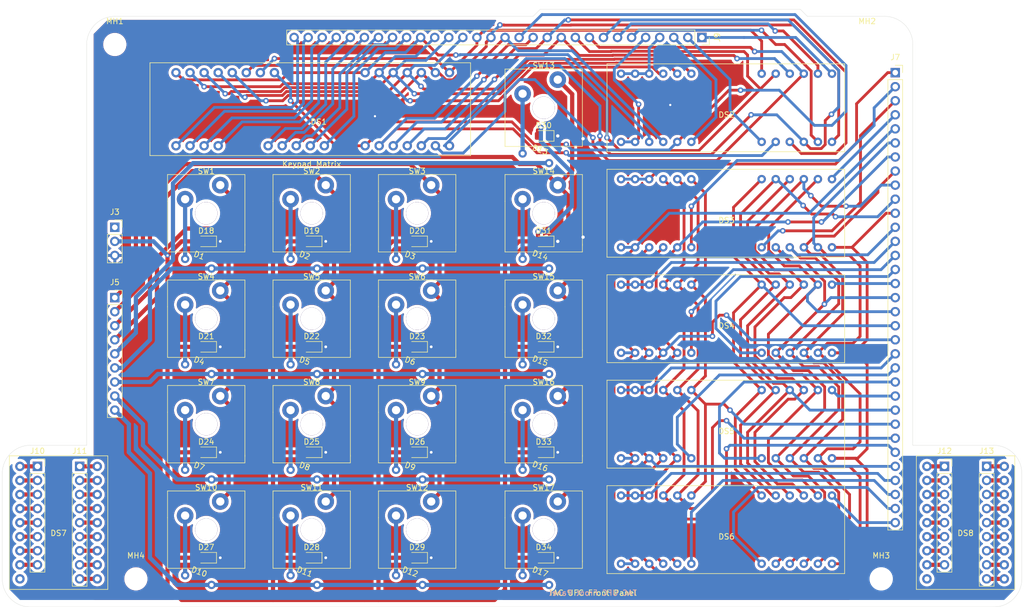
<source format=kicad_pcb>
(kicad_pcb (version 20171130) (host pcbnew "(5.1.9)-1")
  (layers (0 F.Cu signal) (31 B.Cu signal) (34 B.Paste user) (35 F.Paste user) (36 B.SilkS user) (37 F.SilkS user) (38 B.Mask user) (39 F.Mask user) (44 Edge.Cuts user))
  (net 0 "")
  (net 1 /3.3V)
  (net 2 /GND)
  (net 3 "Net-(D1-Pad2)")
  (net 4 /ROW1)
  (net 5 "Net-(D2-Pad2)")
  (net 6 "Net-(D3-Pad2)")
  (net 7 "Net-(D4-Pad2)")
  (net 8 /ROW2)
  (net 9 "Net-(D5-Pad2)")
  (net 10 "Net-(D6-Pad2)")
  (net 11 /ROW3)
  (net 12 "Net-(D7-Pad2)")
  (net 13 "Net-(D8-Pad2)")
  (net 14 "Net-(D9-Pad2)")
  (net 15 /ROW4)
  (net 16 "Net-(D10-Pad2)")
  (net 17 "Net-(D11-Pad2)")
  (net 18 "Net-(D12-Pad2)")
  (net 19 /COL1)
  (net 20 /COL2)
  (net 21 /COL3)
  (net 22 /LEDPWM)
  (net 23 "Net-(D13-Pad2)")
  (net 24 /ROW0)
  (net 25 "Net-(D14-Pad2)")
  (net 26 "Net-(D15-Pad2)")
  (net 27 "Net-(D16-Pad2)")
  (net 28 "Net-(D17-Pad2)")
  (net 29 /COL4)
  (net 30 /P2)
  (net 31 /N2)
  (net 32 /M2)
  (net 33 /L2)
  (net 34 /K2)
  (net 35 /J2)
  (net 36 /H1)
  (net 37 /COM8-1)
  (net 38 /COM7-1)
  (net 39 /COM6-1)
  (net 40 /COM5-1)
  (net 41 /COM4-1)
  (net 42 /COM3-1)
  (net 43 /COM2-1)
  (net 44 /COM1-1)
  (net 45 /COM0-1)
  (net 46 /G1)
  (net 47 /F1)
  (net 48 /E1)
  (net 49 /D1)
  (net 50 /C1)
  (net 51 /B1)
  (net 52 /A1)
  (net 53 /DP1)
  (net 54 /P1)
  (net 55 /K1)
  (net 56 /J1)
  (net 57 /COM11-1)
  (net 58 /COM10-1)
  (net 59 /DOT1)
  (net 60 /COM12-1)
  (net 61 /Q1)
  (net 62 /N1)
  (net 63 /L1)
  (net 64 /M1)
  (net 65 /COM9-1)
  (net 66 /F2)
  (net 67 /DP2)
  (net 68 /COM2-2)
  (net 69 /COM1-2)
  (net 70 /H2)
  (net 71 /E2)
  (net 72 /A2)
  (net 73 /DOT2)
  (net 74 /COM3-2)
  (net 75 /Q2)
  (net 76 /G2)
  (net 77 /D2)
  (net 78 /C2)
  (net 79 /B2)
  (net 80 /COM0-2)
  (net 81 /COM6-2)
  (net 82 /COM5-2)
  (net 83 /COM7-2)
  (net 84 /COM4-2)
  (net 85 /COM10-2)
  (net 86 /COM9-2)
  (net 87 /COM11-2)
  (net 88 /COM8-2)
  (net 89 /COM14-2)
  (net 90 /COM13-2)
  (net 91 /COM15-2)
  (net 92 /COM12-2)
  (net 93 /COM13-1)
  (net 94 /COM14-1)
  (net 95 "Net-(DS7-Pad18)")
  (net 96 "Net-(DS8-Pad18)")
  (module Connector_PinSocket_2.54mm:PinSocket_1x30_P2.54mm_Vertical (layer F.Cu) (at 180.975 50.8 270)
    (fp_text reference J9 (at 0 -2.77 90) (layer F.SilkS))
    (fp_text value Conn_01x30_Male)
    (pad 30 thru_hole oval (at 0 73.66 270) (size 1.7 1.7) (drill 1) (layers *.Cu *.Mask) (net 45 /COM0-1))
    (pad 29 thru_hole oval (at 0 71.12 270) (size 1.7 1.7) (drill 1) (layers *.Cu *.Mask) (net 44 /COM1-1))
    (pad 28 thru_hole oval (at 0 68.58 270) (size 1.7 1.7) (drill 1) (layers *.Cu *.Mask) (net 43 /COM2-1))
    (pad 27 thru_hole oval (at 0 66.04 270) (size 1.7 1.7) (drill 1) (layers *.Cu *.Mask) (net 42 /COM3-1))
    (pad 26 thru_hole oval (at 0 63.5 270) (size 1.7 1.7) (drill 1) (layers *.Cu *.Mask) (net 41 /COM4-1))
    (pad 25 thru_hole oval (at 0 60.96 270) (size 1.7 1.7) (drill 1) (layers *.Cu *.Mask) (net 40 /COM5-1))
    (pad 24 thru_hole oval (at 0 58.42 270) (size 1.7 1.7) (drill 1) (layers *.Cu *.Mask) (net 39 /COM6-1))
    (pad 23 thru_hole oval (at 0 55.88 270) (size 1.7 1.7) (drill 1) (layers *.Cu *.Mask) (net 38 /COM7-1))
    (pad 22 thru_hole oval (at 0 53.34 270) (size 1.7 1.7) (drill 1) (layers *.Cu *.Mask) (net 37 /COM8-1))
    (pad 21 thru_hole oval (at 0 50.8 270) (size 1.7 1.7) (drill 1) (layers *.Cu *.Mask) (net 52 /A1))
    (pad 20 thru_hole oval (at 0 48.26 270) (size 1.7 1.7) (drill 1) (layers *.Cu *.Mask) (net 51 /B1))
    (pad 19 thru_hole oval (at 0 45.72 270) (size 1.7 1.7) (drill 1) (layers *.Cu *.Mask) (net 50 /C1))
    (pad 18 thru_hole oval (at 0 43.18 270) (size 1.7 1.7) (drill 1) (layers *.Cu *.Mask) (net 49 /D1))
    (pad 17 thru_hole oval (at 0 40.64 270) (size 1.7 1.7) (drill 1) (layers *.Cu *.Mask) (net 46 /G1))
    (pad 16 thru_hole oval (at 0 38.1 270) (size 1.7 1.7) (drill 1) (layers *.Cu *.Mask) (net 47 /F1))
    (pad 15 thru_hole oval (at 0 35.56 270) (size 1.7 1.7) (drill 1) (layers *.Cu *.Mask) (net 48 /E1))
    (pad 14 thru_hole oval (at 0 33.02 270) (size 1.7 1.7) (drill 1) (layers *.Cu *.Mask) (net 36 /H1))
    (pad 13 thru_hole oval (at 0 30.48 270) (size 1.7 1.7) (drill 1) (layers *.Cu *.Mask) (net 56 /J1))
    (pad 12 thru_hole oval (at 0 27.94 270) (size 1.7 1.7) (drill 1) (layers *.Cu *.Mask) (net 55 /K1))
    (pad 11 thru_hole oval (at 0 25.4 270) (size 1.7 1.7) (drill 1) (layers *.Cu *.Mask) (net 63 /L1))
    (pad 10 thru_hole oval (at 0 22.86 270) (size 1.7 1.7) (drill 1) (layers *.Cu *.Mask) (net 64 /M1))
    (pad 9 thru_hole oval (at 0 20.32 270) (size 1.7 1.7) (drill 1) (layers *.Cu *.Mask) (net 62 /N1))
    (pad 8 thru_hole oval (at 0 17.78 270) (size 1.7 1.7) (drill 1) (layers *.Cu *.Mask) (net 54 /P1))
    (pad 7 thru_hole oval (at 0 15.24 270) (size 1.7 1.7) (drill 1) (layers *.Cu *.Mask) (net 61 /Q1))
    (pad 6 thru_hole oval (at 0 12.7 270) (size 1.7 1.7) (drill 1) (layers *.Cu *.Mask) (net 53 /DP1))
    (pad 5 thru_hole oval (at 0 10.16 270) (size 1.7 1.7) (drill 1) (layers *.Cu *.Mask) (net 59 /DOT1))
    (pad 4 thru_hole oval (at 0 7.62 270) (size 1.7 1.7) (drill 1) (layers *.Cu *.Mask) (net 65 /COM9-1))
    (pad 3 thru_hole oval (at 0 5.08 270) (size 1.7 1.7) (drill 1) (layers *.Cu *.Mask) (net 58 /COM10-1))
    (pad 2 thru_hole oval (at 0 2.54 270) (size 1.7 1.7) (drill 1) (layers *.Cu *.Mask) (net 57 /COM11-1))
    (pad 1 thru_hole rect (at 0 0 270) (size 1.7 1.7) (drill 1) (layers *.Cu *.Mask) (net 60 /COM12-1))
  )
  (module Connector_PinSocket_2.54mm:PinSocket_1x09_P2.54mm_Vertical (layer F.Cu) (at 232.41 128.27)
    (fp_text reference J13 (at 0 -2.77) (layer F.SilkS))
    (fp_text value Conn_01x09_Male)
    (pad 9 thru_hole oval (at 0 20.32) (size 1.7 1.7) (drill 1) (layers *.Cu *.Mask) (net 36 /H1))
    (pad 8 thru_hole oval (at 0 17.78) (size 1.7 1.7) (drill 1) (layers *.Cu *.Mask) (net 46 /G1))
    (pad 7 thru_hole oval (at 0 15.24) (size 1.7 1.7) (drill 1) (layers *.Cu *.Mask) (net 47 /F1))
    (pad 6 thru_hole oval (at 0 12.7) (size 1.7 1.7) (drill 1) (layers *.Cu *.Mask) (net 48 /E1))
    (pad 5 thru_hole oval (at 0 10.16) (size 1.7 1.7) (drill 1) (layers *.Cu *.Mask) (net 49 /D1))
    (pad 4 thru_hole oval (at 0 7.62) (size 1.7 1.7) (drill 1) (layers *.Cu *.Mask) (net 50 /C1))
    (pad 3 thru_hole oval (at 0 5.08) (size 1.7 1.7) (drill 1) (layers *.Cu *.Mask) (net 51 /B1))
    (pad 2 thru_hole oval (at 0 2.54) (size 1.7 1.7) (drill 1) (layers *.Cu *.Mask) (net 52 /A1))
    (pad 1 thru_hole rect (at 0 0) (size 1.7 1.7) (drill 1) (layers *.Cu *.Mask) (net 94 /COM14-1))
  )
  (module Connector_PinSocket_2.54mm:PinSocket_1x08_P2.54mm_Vertical (layer F.Cu) (at 224.79 128.27)
    (fp_text reference J12 (at 0 -2.77) (layer F.SilkS))
    (fp_text value Conn_01x08_Male)
    (pad 8 thru_hole oval (at 0 17.78) (size 1.7 1.7) (drill 1) (layers *.Cu *.Mask) (net 53 /DP1))
    (pad 7 thru_hole oval (at 0 15.24) (size 1.7 1.7) (drill 1) (layers *.Cu *.Mask) (net 61 /Q1))
    (pad 6 thru_hole oval (at 0 12.7) (size 1.7 1.7) (drill 1) (layers *.Cu *.Mask) (net 54 /P1))
    (pad 5 thru_hole oval (at 0 10.16) (size 1.7 1.7) (drill 1) (layers *.Cu *.Mask) (net 62 /N1))
    (pad 4 thru_hole oval (at 0 7.62) (size 1.7 1.7) (drill 1) (layers *.Cu *.Mask) (net 64 /M1))
    (pad 3 thru_hole oval (at 0 5.08) (size 1.7 1.7) (drill 1) (layers *.Cu *.Mask) (net 63 /L1))
    (pad 2 thru_hole oval (at 0 2.54) (size 1.7 1.7) (drill 1) (layers *.Cu *.Mask) (net 55 /K1))
    (pad 1 thru_hole rect (at 0 0) (size 1.7 1.7) (drill 1) (layers *.Cu *.Mask) (net 56 /J1))
  )
  (module Connector_PinSocket_2.54mm:PinSocket_1x09_P2.54mm_Vertical (layer F.Cu) (at 68.58 128.27)
    (fp_text reference J11 (at 0 -2.77) (layer F.SilkS))
    (fp_text value Conn_01x09_Male)
    (pad 9 thru_hole oval (at 0 20.32) (size 1.7 1.7) (drill 1) (layers *.Cu *.Mask) (net 36 /H1))
    (pad 8 thru_hole oval (at 0 17.78) (size 1.7 1.7) (drill 1) (layers *.Cu *.Mask) (net 46 /G1))
    (pad 7 thru_hole oval (at 0 15.24) (size 1.7 1.7) (drill 1) (layers *.Cu *.Mask) (net 47 /F1))
    (pad 6 thru_hole oval (at 0 12.7) (size 1.7 1.7) (drill 1) (layers *.Cu *.Mask) (net 48 /E1))
    (pad 5 thru_hole oval (at 0 10.16) (size 1.7 1.7) (drill 1) (layers *.Cu *.Mask) (net 49 /D1))
    (pad 4 thru_hole oval (at 0 7.62) (size 1.7 1.7) (drill 1) (layers *.Cu *.Mask) (net 50 /C1))
    (pad 3 thru_hole oval (at 0 5.08) (size 1.7 1.7) (drill 1) (layers *.Cu *.Mask) (net 51 /B1))
    (pad 2 thru_hole oval (at 0 2.54) (size 1.7 1.7) (drill 1) (layers *.Cu *.Mask) (net 52 /A1))
    (pad 1 thru_hole rect (at 0 0) (size 1.7 1.7) (drill 1) (layers *.Cu *.Mask) (net 93 /COM13-1))
  )
  (module Connector_PinSocket_2.54mm:PinSocket_1x08_P2.54mm_Vertical (layer F.Cu) (at 60.96 128.27)
    (fp_text reference J10 (at 0 -2.77) (layer F.SilkS))
    (fp_text value Conn_01x08_Male)
    (pad 8 thru_hole oval (at 0 17.78) (size 1.7 1.7) (drill 1) (layers *.Cu *.Mask) (net 53 /DP1))
    (pad 7 thru_hole oval (at 0 15.24) (size 1.7 1.7) (drill 1) (layers *.Cu *.Mask) (net 61 /Q1))
    (pad 6 thru_hole oval (at 0 12.7) (size 1.7 1.7) (drill 1) (layers *.Cu *.Mask) (net 54 /P1))
    (pad 5 thru_hole oval (at 0 10.16) (size 1.7 1.7) (drill 1) (layers *.Cu *.Mask) (net 62 /N1))
    (pad 4 thru_hole oval (at 0 7.62) (size 1.7 1.7) (drill 1) (layers *.Cu *.Mask) (net 64 /M1))
    (pad 3 thru_hole oval (at 0 5.08) (size 1.7 1.7) (drill 1) (layers *.Cu *.Mask) (net 63 /L1))
    (pad 2 thru_hole oval (at 0 2.54) (size 1.7 1.7) (drill 1) (layers *.Cu *.Mask) (net 55 /K1))
    (pad 1 thru_hole rect (at 0 0) (size 1.7 1.7) (drill 1) (layers *.Cu *.Mask) (net 56 /J1))
  )
  (module UFC:OHComm (layer F.Cu) (at 64.77 138.43)
    (fp_text reference DS7 (at 0 1.905) (layer F.SilkS))
    (fp_text value CommDS)
    (pad 18 thru_hole circle (at -6.98 10.165) (size 1.7 1.7) (drill 0.9) (layers *.Cu *.Mask) (net 95 "Net-(DS7-Pad18)"))
    (pad 17 thru_hole circle (at -6.98 7.625) (size 1.7 1.7) (drill 0.9) (layers *.Cu *.Mask) (net 53 /DP1))
    (pad 16 thru_hole circle (at -6.98 5.085) (size 1.7 1.7) (drill 0.9) (layers *.Cu *.Mask) (net 61 /Q1))
    (pad 15 thru_hole circle (at -6.98 2.545) (size 1.7 1.7) (drill 0.9) (layers *.Cu *.Mask) (net 54 /P1))
    (pad 14 thru_hole circle (at -6.98 0.005) (size 1.7 1.7) (drill 0.9) (layers *.Cu *.Mask) (net 62 /N1))
    (pad 13 thru_hole circle (at -6.98 -2.535) (size 1.7 1.7) (drill 0.9) (layers *.Cu *.Mask) (net 64 /M1))
    (pad 12 thru_hole circle (at -6.98 -5.075) (size 1.7 1.7) (drill 0.9) (layers *.Cu *.Mask) (net 63 /L1))
    (pad 11 thru_hole circle (at -6.98 -7.615) (size 1.7 1.7) (drill 0.9) (layers *.Cu *.Mask) (net 55 /K1))
    (pad 10 thru_hole circle (at -6.98 -10.155) (size 1.7 1.7) (drill 0.9) (layers *.Cu *.Mask) (net 56 /J1))
    (pad 9 thru_hole circle (at 6.99 10.165) (size 1.7 1.7) (drill 0.9) (layers *.Cu *.Mask) (net 36 /H1))
    (pad 8 thru_hole circle (at 6.99 7.625) (size 1.7 1.7) (drill 0.9) (layers *.Cu *.Mask) (net 46 /G1))
    (pad 7 thru_hole circle (at 6.99 5.085) (size 1.7 1.7) (drill 0.9) (layers *.Cu *.Mask) (net 47 /F1))
    (pad 6 thru_hole circle (at 6.99 2.545) (size 1.7 1.7) (drill 0.9) (layers *.Cu *.Mask) (net 48 /E1))
    (pad 5 thru_hole circle (at 6.99 0.005) (size 1.7 1.7) (drill 0.9) (layers *.Cu *.Mask) (net 49 /D1))
    (pad 4 thru_hole circle (at 6.99 -2.535) (size 1.7 1.7) (drill 0.9) (layers *.Cu *.Mask) (net 50 /C1))
    (pad 3 thru_hole circle (at 6.99 -5.075) (size 1.7 1.7) (drill 0.9) (layers *.Cu *.Mask) (net 51 /B1))
    (pad 2 thru_hole circle (at 6.99 -7.615) (size 1.7 1.7) (drill 0.9) (layers *.Cu *.Mask) (net 52 /A1))
    (pad 1 thru_hole circle (at 6.99 -10.155) (size 1.7 1.7) (drill 0.9) (layers *.Cu *.Mask) (net 93 /COM13-1))
  )
  (module UFC:OHComm (layer F.Cu) (at 228.6 138.43)
    (fp_text reference DS8 (at 0 1.905) (layer F.SilkS))
    (fp_text value CommDS)
    (pad 18 thru_hole circle (at -6.98 10.165) (size 1.7 1.7) (drill 0.9) (layers *.Cu *.Mask) (net 96 "Net-(DS8-Pad18)"))
    (pad 17 thru_hole circle (at -6.98 7.625) (size 1.7 1.7) (drill 0.9) (layers *.Cu *.Mask) (net 53 /DP1))
    (pad 16 thru_hole circle (at -6.98 5.085) (size 1.7 1.7) (drill 0.9) (layers *.Cu *.Mask) (net 61 /Q1))
    (pad 15 thru_hole circle (at -6.98 2.545) (size 1.7 1.7) (drill 0.9) (layers *.Cu *.Mask) (net 54 /P1))
    (pad 14 thru_hole circle (at -6.98 0.005) (size 1.7 1.7) (drill 0.9) (layers *.Cu *.Mask) (net 62 /N1))
    (pad 13 thru_hole circle (at -6.98 -2.535) (size 1.7 1.7) (drill 0.9) (layers *.Cu *.Mask) (net 64 /M1))
    (pad 12 thru_hole circle (at -6.98 -5.075) (size 1.7 1.7) (drill 0.9) (layers *.Cu *.Mask) (net 63 /L1))
    (pad 11 thru_hole circle (at -6.98 -7.615) (size 1.7 1.7) (drill 0.9) (layers *.Cu *.Mask) (net 55 /K1))
    (pad 10 thru_hole circle (at -6.98 -10.155) (size 1.7 1.7) (drill 0.9) (layers *.Cu *.Mask) (net 56 /J1))
    (pad 9 thru_hole circle (at 6.99 10.165) (size 1.7 1.7) (drill 0.9) (layers *.Cu *.Mask) (net 36 /H1))
    (pad 8 thru_hole circle (at 6.99 7.625) (size 1.7 1.7) (drill 0.9) (layers *.Cu *.Mask) (net 46 /G1))
    (pad 7 thru_hole circle (at 6.99 5.085) (size 1.7 1.7) (drill 0.9) (layers *.Cu *.Mask) (net 47 /F1))
    (pad 6 thru_hole circle (at 6.99 2.545) (size 1.7 1.7) (drill 0.9) (layers *.Cu *.Mask) (net 48 /E1))
    (pad 5 thru_hole circle (at 6.99 0.005) (size 1.7 1.7) (drill 0.9) (layers *.Cu *.Mask) (net 49 /D1))
    (pad 4 thru_hole circle (at 6.99 -2.535) (size 1.7 1.7) (drill 0.9) (layers *.Cu *.Mask) (net 50 /C1))
    (pad 3 thru_hole circle (at 6.99 -5.075) (size 1.7 1.7) (drill 0.9) (layers *.Cu *.Mask) (net 51 /B1))
    (pad 2 thru_hole circle (at 6.99 -7.615) (size 1.7 1.7) (drill 0.9) (layers *.Cu *.Mask) (net 52 /A1))
    (pad 1 thru_hole circle (at 6.99 -10.155) (size 1.7 1.7) (drill 0.9) (layers *.Cu *.Mask) (net 94 /COM14-1))
  )
  (module MountingHole:MountingHole_3.2mm_M3 (layer F.Cu) (at 78.74 148.59)
    (fp_text reference MH4 (at 0 -4.2) (layer F.SilkS))
    (fp_text value MountingHole_3.2mm_M3)
    (pad 1 np_thru_hole circle (at 0 0) (size 3.2 3.2) (drill 3.2) (layers *.Cu *.Mask))
  )
  (module MountingHole:MountingHole_3.2mm_M3 (layer F.Cu) (at 213.36 148.59)
    (fp_text reference MH3 (at 0 -4.2) (layer F.SilkS))
    (fp_text value MountingHole_3.2mm_M3)
    (pad 1 np_thru_hole circle (at 0 0) (size 3.2 3.2) (drill 3.2) (layers *.Cu *.Mask))
  )
  (module MountingHole:MountingHole_3.2mm_M3 (layer F.Cu) (at 210.82 52.07)
    (fp_text reference MH2 (at 0 -4.2) (layer F.SilkS))
    (fp_text value MountingHole_3.2mm_M3)
    (pad 1 np_thru_hole circle (at 0 0) (size 3.2 3.2) (drill 3.2) (layers *.Cu *.Mask))
  )
  (module MountingHole:MountingHole_3.2mm_M3 (layer F.Cu) (at 74.93 52.07)
    (fp_text reference MH1 (at 0 -4.2) (layer F.SilkS))
    (fp_text value MountingHole_3.2mm_M3)
    (pad 1 np_thru_hole circle (at 0 0) (size 3.2 3.2) (drill 3.2) (layers *.Cu *.Mask))
  )
  (module UFC:OPTDisplay (layer F.Cu) (at 185.42 63.5)
    (fp_text reference DS2 (at 0 1.27) (layer F.SilkS))
    (fp_text value CustomOptPanel)
    (pad 24 thru_hole circle (at 19.05 6.16) (size 1.524 1.524) (drill 0.762) (layers *.Cu *.Mask) (net 47 /F1))
    (pad 23 thru_hole circle (at 16.51 6.16) (size 1.524 1.524) (drill 0.762) (layers *.Cu *.Mask) (net 53 /DP1))
    (pad 22 thru_hole circle (at 13.97 6.16) (size 1.524 1.524) (drill 0.762) (layers *.Cu *.Mask) (net 54 /P1))
    (pad 21 thru_hole circle (at 11.43 6.16) (size 1.524 1.524) (drill 0.762) (layers *.Cu *.Mask) (net 55 /K1))
    (pad 20 thru_hole circle (at 8.89 6.16) (size 1.524 1.524) (drill 0.762) (layers *.Cu *.Mask) (net 56 /J1))
    (pad 19 thru_hole circle (at 6.35 6.16) (size 1.524 1.524) (drill 0.762) (layers *.Cu *.Mask) (net 57 /COM11-1))
    (pad 18 thru_hole circle (at -6.35 6.16) (size 1.524 1.524) (drill 0.762) (layers *.Cu *.Mask) (net 58 /COM10-1))
    (pad 17 thru_hole circle (at -8.89 6.16) (size 1.524 1.524) (drill 0.762) (layers *.Cu *.Mask) (net 36 /H1))
    (pad 16 thru_hole circle (at -11.43 6.16) (size 1.524 1.524) (drill 0.762) (layers *.Cu *.Mask) (net 48 /E1))
    (pad 15 thru_hole circle (at -13.97 6.16) (size 1.524 1.524) (drill 0.762) (layers *.Cu *.Mask) (net 52 /A1))
    (pad 14 thru_hole circle (at -16.51 6.16) (size 1.524 1.524) (drill 0.762) (layers *.Cu *.Mask) (net 59 /DOT1))
    (pad 13 thru_hole circle (at -19.05 6.16) (size 1.524 1.524) (drill 0.762) (layers *.Cu *.Mask) (net 59 /DOT1))
    (pad 12 thru_hole circle (at 19.05 -6.16) (size 1.524 1.524) (drill 0.762) (layers *.Cu *.Mask) (net 60 /COM12-1))
    (pad 11 thru_hole circle (at 16.51 -6.16) (size 1.524 1.524) (drill 0.762) (layers *.Cu *.Mask) (net 61 /Q1))
    (pad 10 thru_hole circle (at 13.97 -6.16) (size 1.524 1.524) (drill 0.762) (layers *.Cu *.Mask) (net 62 /N1))
    (pad 9 thru_hole circle (at 11.43 -6.16) (size 1.524 1.524) (drill 0.762) (layers *.Cu *.Mask) (net 63 /L1))
    (pad 8 thru_hole circle (at 8.89 -6.16) (size 1.524 1.524) (drill 0.762) (layers *.Cu *.Mask) (net 64 /M1))
    (pad 7 thru_hole circle (at 6.35 -6.16) (size 1.524 1.524) (drill 0.762) (layers *.Cu *.Mask) (net 46 /G1))
    (pad 6 thru_hole circle (at -6.35 -6.16) (size 1.524 1.524) (drill 0.762) (layers *.Cu *.Mask) (net 49 /D1))
    (pad 5 thru_hole circle (at -8.89 -6.16) (size 1.524 1.524) (drill 0.762) (layers *.Cu *.Mask) (net 50 /C1))
    (pad 4 thru_hole circle (at -11.43 -6.16) (size 1.524 1.524) (drill 0.762) (layers *.Cu *.Mask) (net 51 /B1))
    (pad 3 thru_hole circle (at -13.97 -6.16) (size 1.524 1.524) (drill 0.762) (layers *.Cu *.Mask) (net 65 /COM9-1))
    (pad 2 thru_hole circle (at -16.51 -6.16) (size 1.524 1.524) (drill 0.762) (layers *.Cu *.Mask) (net 65 /COM9-1))
    (pad 1 thru_hole circle (at -19.05 -6.16) (size 1.524 1.524) (drill 0.762) (layers *.Cu *.Mask) (net 65 /COM9-1))
  )
  (module Connector_PinSocket_2.54mm:PinSocket_1x33_P2.54mm_Vertical (layer F.Cu) (at 215.9 57.15)
    (fp_text reference J7 (at 0 -2.77) (layer F.SilkS))
    (fp_text value "Driver output 2")
    (pad 33 thru_hole oval (at 0 81.28) (size 1.7 1.7) (drill 1) (layers *.Cu *.Mask) (net 91 /COM15-2))
    (pad 32 thru_hole oval (at 0 78.74) (size 1.7 1.7) (drill 1) (layers *.Cu *.Mask) (net 89 /COM14-2))
    (pad 31 thru_hole oval (at 0 76.2) (size 1.7 1.7) (drill 1) (layers *.Cu *.Mask) (net 90 /COM13-2))
    (pad 30 thru_hole oval (at 0 73.66) (size 1.7 1.7) (drill 1) (layers *.Cu *.Mask) (net 92 /COM12-2))
    (pad 29 thru_hole oval (at 0 71.12) (size 1.7 1.7) (drill 1) (layers *.Cu *.Mask) (net 72 /A2))
    (pad 28 thru_hole oval (at 0 68.58) (size 1.7 1.7) (drill 1) (layers *.Cu *.Mask) (net 79 /B2))
    (pad 27 thru_hole oval (at 0 66.04) (size 1.7 1.7) (drill 1) (layers *.Cu *.Mask) (net 78 /C2))
    (pad 26 thru_hole oval (at 0 63.5) (size 1.7 1.7) (drill 1) (layers *.Cu *.Mask) (net 77 /D2))
    (pad 25 thru_hole oval (at 0 60.96) (size 1.7 1.7) (drill 1) (layers *.Cu *.Mask) (net 33 /L2))
    (pad 24 thru_hole oval (at 0 58.42) (size 1.7 1.7) (drill 1) (layers *.Cu *.Mask) (net 87 /COM11-2))
    (pad 23 thru_hole oval (at 0 55.88) (size 1.7 1.7) (drill 1) (layers *.Cu *.Mask) (net 85 /COM10-2))
    (pad 22 thru_hole oval (at 0 53.34) (size 1.7 1.7) (drill 1) (layers *.Cu *.Mask) (net 86 /COM9-2))
    (pad 21 thru_hole oval (at 0 50.8) (size 1.7 1.7) (drill 1) (layers *.Cu *.Mask) (net 88 /COM8-2))
    (pad 20 thru_hole oval (at 0 48.26) (size 1.7 1.7) (drill 1) (layers *.Cu *.Mask) (net 71 /E2))
    (pad 19 thru_hole oval (at 0 45.72) (size 1.7 1.7) (drill 1) (layers *.Cu *.Mask) (net 76 /G2))
    (pad 18 thru_hole oval (at 0 43.18) (size 1.7 1.7) (drill 1) (layers *.Cu *.Mask) (net 75 /Q2))
    (pad 17 thru_hole oval (at 0 40.64) (size 1.7 1.7) (drill 1) (layers *.Cu *.Mask) (net 35 /J2))
    (pad 16 thru_hole oval (at 0 38.1) (size 1.7 1.7) (drill 1) (layers *.Cu *.Mask) (net 83 /COM7-2))
    (pad 15 thru_hole oval (at 0 35.56) (size 1.7 1.7) (drill 1) (layers *.Cu *.Mask) (net 81 /COM6-2))
    (pad 14 thru_hole oval (at 0 33.02) (size 1.7 1.7) (drill 1) (layers *.Cu *.Mask) (net 82 /COM5-2))
    (pad 13 thru_hole oval (at 0 30.48) (size 1.7 1.7) (drill 1) (layers *.Cu *.Mask) (net 84 /COM4-2))
    (pad 12 thru_hole oval (at 0 27.94) (size 1.7 1.7) (drill 1) (layers *.Cu *.Mask) (net 34 /K2))
    (pad 11 thru_hole oval (at 0 25.4) (size 1.7 1.7) (drill 1) (layers *.Cu *.Mask) (net 66 /F2))
    (pad 10 thru_hole oval (at 0 22.86) (size 1.7 1.7) (drill 1) (layers *.Cu *.Mask) (net 32 /M2))
    (pad 9 thru_hole oval (at 0 20.32) (size 1.7 1.7) (drill 1) (layers *.Cu *.Mask) (net 31 /N2))
    (pad 8 thru_hole oval (at 0 17.78) (size 1.7 1.7) (drill 1) (layers *.Cu *.Mask) (net 30 /P2))
    (pad 7 thru_hole oval (at 0 15.24) (size 1.7 1.7) (drill 1) (layers *.Cu *.Mask) (net 70 /H2))
    (pad 6 thru_hole oval (at 0 12.7) (size 1.7 1.7) (drill 1) (layers *.Cu *.Mask) (net 67 /DP2))
    (pad 5 thru_hole oval (at 0 10.16) (size 1.7 1.7) (drill 1) (layers *.Cu *.Mask) (net 73 /DOT2))
    (pad 4 thru_hole oval (at 0 7.62) (size 1.7 1.7) (drill 1) (layers *.Cu *.Mask) (net 74 /COM3-2))
    (pad 3 thru_hole oval (at 0 5.08) (size 1.7 1.7) (drill 1) (layers *.Cu *.Mask) (net 68 /COM2-2))
    (pad 2 thru_hole oval (at 0 2.54) (size 1.7 1.7) (drill 1) (layers *.Cu *.Mask) (net 69 /COM1-2))
    (pad 1 thru_hole rect (at 0 0) (size 1.7 1.7) (drill 1) (layers *.Cu *.Mask) (net 80 /COM0-2))
  )
  (module Connector_PinSocket_2.54mm:PinSocket_1x09_P2.54mm_Vertical (layer F.Cu) (at 74.93 97.79)
    (fp_text reference J5 (at 0 -2.77) (layer F.SilkS))
    (fp_text value Matrix)
    (pad 9 thru_hole oval (at 0 20.32) (size 1.7 1.7) (drill 1) (layers *.Cu *.Mask) (net 15 /ROW4))
    (pad 8 thru_hole oval (at 0 17.78) (size 1.7 1.7) (drill 1) (layers *.Cu *.Mask) (net 11 /ROW3))
    (pad 7 thru_hole oval (at 0 15.24) (size 1.7 1.7) (drill 1) (layers *.Cu *.Mask) (net 8 /ROW2))
    (pad 6 thru_hole oval (at 0 12.7) (size 1.7 1.7) (drill 1) (layers *.Cu *.Mask) (net 4 /ROW1))
    (pad 5 thru_hole oval (at 0 10.16) (size 1.7 1.7) (drill 1) (layers *.Cu *.Mask) (net 24 /ROW0))
    (pad 4 thru_hole oval (at 0 7.62) (size 1.7 1.7) (drill 1) (layers *.Cu *.Mask) (net 19 /COL1))
    (pad 3 thru_hole oval (at 0 5.08) (size 1.7 1.7) (drill 1) (layers *.Cu *.Mask) (net 20 /COL2))
    (pad 2 thru_hole oval (at 0 2.54) (size 1.7 1.7) (drill 1) (layers *.Cu *.Mask) (net 21 /COL3))
    (pad 1 thru_hole rect (at 0 0) (size 1.7 1.7) (drill 1) (layers *.Cu *.Mask) (net 29 /COL4))
  )
  (module Connector_PinSocket_2.54mm:PinSocket_1x03_P2.54mm_Vertical (layer F.Cu) (at 74.93 85.09)
    (fp_text reference J3 (at 0 -2.77) (layer F.SilkS))
    (fp_text value Power)
    (pad 3 thru_hole oval (at 0 5.08) (size 1.7 1.7) (drill 1) (layers *.Cu *.Mask) (net 2 /GND))
    (pad 2 thru_hole oval (at 0 2.54) (size 1.7 1.7) (drill 1) (layers *.Cu *.Mask) (net 22 /LEDPWM))
    (pad 1 thru_hole rect (at 0 0) (size 1.7 1.7) (drill 1) (layers *.Cu *.Mask) (net 1 /3.3V))
  )
  (module UFC:OPTDisplay (layer F.Cu) (at 185.42 120.65)
    (fp_text reference DS5 (at 0 1.27) (layer F.SilkS))
    (fp_text value CustomOptPanel)
    (pad 24 thru_hole circle (at 19.05 6.16) (size 1.524 1.524) (drill 0.762) (layers *.Cu *.Mask) (net 66 /F2))
    (pad 23 thru_hole circle (at 16.51 6.16) (size 1.524 1.524) (drill 0.762) (layers *.Cu *.Mask) (net 67 /DP2))
    (pad 22 thru_hole circle (at 13.97 6.16) (size 1.524 1.524) (drill 0.762) (layers *.Cu *.Mask) (net 30 /P2))
    (pad 21 thru_hole circle (at 11.43 6.16) (size 1.524 1.524) (drill 0.762) (layers *.Cu *.Mask) (net 34 /K2))
    (pad 20 thru_hole circle (at 8.89 6.16) (size 1.524 1.524) (drill 0.762) (layers *.Cu *.Mask) (net 35 /J2))
    (pad 19 thru_hole circle (at 6.35 6.16) (size 1.524 1.524) (drill 0.762) (layers *.Cu *.Mask) (net 85 /COM10-2))
    (pad 18 thru_hole circle (at -6.35 6.16) (size 1.524 1.524) (drill 0.762) (layers *.Cu *.Mask) (net 86 /COM9-2))
    (pad 17 thru_hole circle (at -8.89 6.16) (size 1.524 1.524) (drill 0.762) (layers *.Cu *.Mask) (net 70 /H2))
    (pad 16 thru_hole circle (at -11.43 6.16) (size 1.524 1.524) (drill 0.762) (layers *.Cu *.Mask) (net 71 /E2))
    (pad 15 thru_hole circle (at -13.97 6.16) (size 1.524 1.524) (drill 0.762) (layers *.Cu *.Mask) (net 72 /A2))
    (pad 14 thru_hole circle (at -16.51 6.16) (size 1.524 1.524) (drill 0.762) (layers *.Cu *.Mask) (net 73 /DOT2))
    (pad 13 thru_hole circle (at -19.05 6.16) (size 1.524 1.524) (drill 0.762) (layers *.Cu *.Mask) (net 73 /DOT2))
    (pad 12 thru_hole circle (at 19.05 -6.16) (size 1.524 1.524) (drill 0.762) (layers *.Cu *.Mask) (net 87 /COM11-2))
    (pad 11 thru_hole circle (at 16.51 -6.16) (size 1.524 1.524) (drill 0.762) (layers *.Cu *.Mask) (net 75 /Q2))
    (pad 10 thru_hole circle (at 13.97 -6.16) (size 1.524 1.524) (drill 0.762) (layers *.Cu *.Mask) (net 31 /N2))
    (pad 9 thru_hole circle (at 11.43 -6.16) (size 1.524 1.524) (drill 0.762) (layers *.Cu *.Mask) (net 33 /L2))
    (pad 8 thru_hole circle (at 8.89 -6.16) (size 1.524 1.524) (drill 0.762) (layers *.Cu *.Mask) (net 32 /M2))
    (pad 7 thru_hole circle (at 6.35 -6.16) (size 1.524 1.524) (drill 0.762) (layers *.Cu *.Mask) (net 76 /G2))
    (pad 6 thru_hole circle (at -6.35 -6.16) (size 1.524 1.524) (drill 0.762) (layers *.Cu *.Mask) (net 77 /D2))
    (pad 5 thru_hole circle (at -8.89 -6.16) (size 1.524 1.524) (drill 0.762) (layers *.Cu *.Mask) (net 78 /C2))
    (pad 4 thru_hole circle (at -11.43 -6.16) (size 1.524 1.524) (drill 0.762) (layers *.Cu *.Mask) (net 79 /B2))
    (pad 3 thru_hole circle (at -13.97 -6.16) (size 1.524 1.524) (drill 0.762) (layers *.Cu *.Mask) (net 88 /COM8-2))
    (pad 2 thru_hole circle (at -16.51 -6.16) (size 1.524 1.524) (drill 0.762) (layers *.Cu *.Mask) (net 88 /COM8-2))
    (pad 1 thru_hole circle (at -19.05 -6.16) (size 1.524 1.524) (drill 0.762) (layers *.Cu *.Mask) (net 88 /COM8-2))
  )
  (module UFC:OPTDisplay (layer F.Cu) (at 185.42 101.6)
    (fp_text reference DS4 (at 0 1.27) (layer F.SilkS))
    (fp_text value CustomOptPanel)
    (pad 24 thru_hole circle (at 19.05 6.16) (size 1.524 1.524) (drill 0.762) (layers *.Cu *.Mask) (net 66 /F2))
    (pad 23 thru_hole circle (at 16.51 6.16) (size 1.524 1.524) (drill 0.762) (layers *.Cu *.Mask) (net 67 /DP2))
    (pad 22 thru_hole circle (at 13.97 6.16) (size 1.524 1.524) (drill 0.762) (layers *.Cu *.Mask) (net 30 /P2))
    (pad 21 thru_hole circle (at 11.43 6.16) (size 1.524 1.524) (drill 0.762) (layers *.Cu *.Mask) (net 34 /K2))
    (pad 20 thru_hole circle (at 8.89 6.16) (size 1.524 1.524) (drill 0.762) (layers *.Cu *.Mask) (net 35 /J2))
    (pad 19 thru_hole circle (at 6.35 6.16) (size 1.524 1.524) (drill 0.762) (layers *.Cu *.Mask) (net 81 /COM6-2))
    (pad 18 thru_hole circle (at -6.35 6.16) (size 1.524 1.524) (drill 0.762) (layers *.Cu *.Mask) (net 82 /COM5-2))
    (pad 17 thru_hole circle (at -8.89 6.16) (size 1.524 1.524) (drill 0.762) (layers *.Cu *.Mask) (net 70 /H2))
    (pad 16 thru_hole circle (at -11.43 6.16) (size 1.524 1.524) (drill 0.762) (layers *.Cu *.Mask) (net 71 /E2))
    (pad 15 thru_hole circle (at -13.97 6.16) (size 1.524 1.524) (drill 0.762) (layers *.Cu *.Mask) (net 72 /A2))
    (pad 14 thru_hole circle (at -16.51 6.16) (size 1.524 1.524) (drill 0.762) (layers *.Cu *.Mask) (net 73 /DOT2))
    (pad 13 thru_hole circle (at -19.05 6.16) (size 1.524 1.524) (drill 0.762) (layers *.Cu *.Mask) (net 73 /DOT2))
    (pad 12 thru_hole circle (at 19.05 -6.16) (size 1.524 1.524) (drill 0.762) (layers *.Cu *.Mask) (net 83 /COM7-2))
    (pad 11 thru_hole circle (at 16.51 -6.16) (size 1.524 1.524) (drill 0.762) (layers *.Cu *.Mask) (net 75 /Q2))
    (pad 10 thru_hole circle (at 13.97 -6.16) (size 1.524 1.524) (drill 0.762) (layers *.Cu *.Mask) (net 31 /N2))
    (pad 9 thru_hole circle (at 11.43 -6.16) (size 1.524 1.524) (drill 0.762) (layers *.Cu *.Mask) (net 33 /L2))
    (pad 8 thru_hole circle (at 8.89 -6.16) (size 1.524 1.524) (drill 0.762) (layers *.Cu *.Mask) (net 32 /M2))
    (pad 7 thru_hole circle (at 6.35 -6.16) (size 1.524 1.524) (drill 0.762) (layers *.Cu *.Mask) (net 76 /G2))
    (pad 6 thru_hole circle (at -6.35 -6.16) (size 1.524 1.524) (drill 0.762) (layers *.Cu *.Mask) (net 77 /D2))
    (pad 5 thru_hole circle (at -8.89 -6.16) (size 1.524 1.524) (drill 0.762) (layers *.Cu *.Mask) (net 78 /C2))
    (pad 4 thru_hole circle (at -11.43 -6.16) (size 1.524 1.524) (drill 0.762) (layers *.Cu *.Mask) (net 79 /B2))
    (pad 3 thru_hole circle (at -13.97 -6.16) (size 1.524 1.524) (drill 0.762) (layers *.Cu *.Mask) (net 84 /COM4-2))
    (pad 2 thru_hole circle (at -16.51 -6.16) (size 1.524 1.524) (drill 0.762) (layers *.Cu *.Mask) (net 84 /COM4-2))
    (pad 1 thru_hole circle (at -19.05 -6.16) (size 1.524 1.524) (drill 0.762) (layers *.Cu *.Mask) (net 84 /COM4-2))
  )
  (module UFC:OPTDisplay (layer F.Cu) (at 185.42 82.55)
    (fp_text reference DS3 (at 0 1.27) (layer F.SilkS))
    (fp_text value CustomOptPanel)
    (pad 24 thru_hole circle (at 19.05 6.16) (size 1.524 1.524) (drill 0.762) (layers *.Cu *.Mask) (net 66 /F2))
    (pad 23 thru_hole circle (at 16.51 6.16) (size 1.524 1.524) (drill 0.762) (layers *.Cu *.Mask) (net 67 /DP2))
    (pad 22 thru_hole circle (at 13.97 6.16) (size 1.524 1.524) (drill 0.762) (layers *.Cu *.Mask) (net 30 /P2))
    (pad 21 thru_hole circle (at 11.43 6.16) (size 1.524 1.524) (drill 0.762) (layers *.Cu *.Mask) (net 34 /K2))
    (pad 20 thru_hole circle (at 8.89 6.16) (size 1.524 1.524) (drill 0.762) (layers *.Cu *.Mask) (net 35 /J2))
    (pad 19 thru_hole circle (at 6.35 6.16) (size 1.524 1.524) (drill 0.762) (layers *.Cu *.Mask) (net 68 /COM2-2))
    (pad 18 thru_hole circle (at -6.35 6.16) (size 1.524 1.524) (drill 0.762) (layers *.Cu *.Mask) (net 69 /COM1-2))
    (pad 17 thru_hole circle (at -8.89 6.16) (size 1.524 1.524) (drill 0.762) (layers *.Cu *.Mask) (net 70 /H2))
    (pad 16 thru_hole circle (at -11.43 6.16) (size 1.524 1.524) (drill 0.762) (layers *.Cu *.Mask) (net 71 /E2))
    (pad 15 thru_hole circle (at -13.97 6.16) (size 1.524 1.524) (drill 0.762) (layers *.Cu *.Mask) (net 72 /A2))
    (pad 14 thru_hole circle (at -16.51 6.16) (size 1.524 1.524) (drill 0.762) (layers *.Cu *.Mask) (net 73 /DOT2))
    (pad 13 thru_hole circle (at -19.05 6.16) (size 1.524 1.524) (drill 0.762) (layers *.Cu *.Mask) (net 73 /DOT2))
    (pad 12 thru_hole circle (at 19.05 -6.16) (size 1.524 1.524) (drill 0.762) (layers *.Cu *.Mask) (net 74 /COM3-2))
    (pad 11 thru_hole circle (at 16.51 -6.16) (size 1.524 1.524) (drill 0.762) (layers *.Cu *.Mask) (net 75 /Q2))
    (pad 10 thru_hole circle (at 13.97 -6.16) (size 1.524 1.524) (drill 0.762) (layers *.Cu *.Mask) (net 31 /N2))
    (pad 9 thru_hole circle (at 11.43 -6.16) (size 1.524 1.524) (drill 0.762) (layers *.Cu *.Mask) (net 33 /L2))
    (pad 8 thru_hole circle (at 8.89 -6.16) (size 1.524 1.524) (drill 0.762) (layers *.Cu *.Mask) (net 32 /M2))
    (pad 7 thru_hole circle (at 6.35 -6.16) (size 1.524 1.524) (drill 0.762) (layers *.Cu *.Mask) (net 76 /G2))
    (pad 6 thru_hole circle (at -6.35 -6.16) (size 1.524 1.524) (drill 0.762) (layers *.Cu *.Mask) (net 77 /D2))
    (pad 5 thru_hole circle (at -8.89 -6.16) (size 1.524 1.524) (drill 0.762) (layers *.Cu *.Mask) (net 78 /C2))
    (pad 4 thru_hole circle (at -11.43 -6.16) (size 1.524 1.524) (drill 0.762) (layers *.Cu *.Mask) (net 79 /B2))
    (pad 3 thru_hole circle (at -13.97 -6.16) (size 1.524 1.524) (drill 0.762) (layers *.Cu *.Mask) (net 80 /COM0-2))
    (pad 2 thru_hole circle (at -16.51 -6.16) (size 1.524 1.524) (drill 0.762) (layers *.Cu *.Mask) (net 80 /COM0-2))
    (pad 1 thru_hole circle (at -19.05 -6.16) (size 1.524 1.524) (drill 0.762) (layers *.Cu *.Mask) (net 80 /COM0-2))
  )
  (module UFC:Scratchpad (layer F.Cu) (at 111.76 63.5)
    (fp_text reference DS1 (at 0 2.54) (layer F.SilkS))
    (fp_text value Scratchpad)
    (pad 31 thru_hole circle (at 23.62 6.862) (size 1.7 1.7) (drill 0.9) (layers *.Cu *.Mask) (net 54 /P1))
    (pad 30 thru_hole circle (at 21.08 6.862) (size 1.7 1.7) (drill 0.9) (layers *.Cu *.Mask) (net 62 /N1))
    (pad 29 thru_hole circle (at 18.54 6.862) (size 1.7 1.7) (drill 0.9) (layers *.Cu *.Mask) (net 64 /M1))
    (pad 28 thru_hole circle (at 16 6.862) (size 1.7 1.7) (drill 0.9) (layers *.Cu *.Mask) (net 63 /L1))
    (pad 27 thru_hole circle (at 13.46 6.862) (size 1.7 1.7) (drill 0.9) (layers *.Cu *.Mask) (net 55 /K1))
    (pad 26 thru_hole circle (at 10.92 6.862) (size 1.7 1.7) (drill 0.9) (layers *.Cu *.Mask) (net 56 /J1))
    (pad 25 thru_hole circle (at 8.38 6.862) (size 1.7 1.7) (drill 0.9) (layers *.Cu *.Mask) (net 36 /H1))
    (pad 24 thru_hole circle (at 1.02 6.862) (size 1.7 1.7) (drill 0.9) (layers *.Cu *.Mask) (net 37 /COM8-1))
    (pad 23 thru_hole circle (at -1.52 6.862) (size 1.7 1.7) (drill 0.9) (layers *.Cu *.Mask) (net 38 /COM7-1))
    (pad 22 thru_hole circle (at -4.06 6.862) (size 1.7 1.7) (drill 0.9) (layers *.Cu *.Mask) (net 39 /COM6-1))
    (pad 21 thru_hole circle (at -6.6 6.862) (size 1.7 1.7) (drill 0.9) (layers *.Cu *.Mask) (net 40 /COM5-1))
    (pad 20 thru_hole circle (at -9.14 6.862) (size 1.7 1.7) (drill 0.9) (layers *.Cu *.Mask) (net 41 /COM4-1))
    (pad 19 thru_hole circle (at -18.16 6.862) (size 1.7 1.7) (drill 0.9) (layers *.Cu *.Mask) (net 42 /COM3-1))
    (pad 18 thru_hole circle (at -20.7 6.862) (size 1.7 1.7) (drill 0.9) (layers *.Cu *.Mask) (net 43 /COM2-1))
    (pad 17 thru_hole circle (at -23.24 6.862) (size 1.7 1.7) (drill 0.9) (layers *.Cu *.Mask) (net 44 /COM1-1))
    (pad 16 thru_hole circle (at -25.78 6.862) (size 1.7 1.7) (drill 0.9) (layers *.Cu *.Mask) (net 45 /COM0-1))
    (pad 15 thru_hole circle (at 23.62 -6.348) (size 1.7 1.7) (drill 0.9) (layers *.Cu *.Mask) (net 46 /G1))
    (pad 14 thru_hole circle (at 21.08 -6.348) (size 1.7 1.7) (drill 0.9) (layers *.Cu *.Mask) (net 47 /F1))
    (pad 13 thru_hole circle (at 18.54 -6.348) (size 1.7 1.7) (drill 0.9) (layers *.Cu *.Mask) (net 48 /E1))
    (pad 12 thru_hole circle (at 16 -6.348) (size 1.7 1.7) (drill 0.9) (layers *.Cu *.Mask) (net 49 /D1))
    (pad 11 thru_hole circle (at 13.46 -6.348) (size 1.7 1.7) (drill 0.9) (layers *.Cu *.Mask) (net 50 /C1))
    (pad 10 thru_hole circle (at 10.92 -6.348) (size 1.7 1.7) (drill 0.9) (layers *.Cu *.Mask) (net 51 /B1))
    (pad 9 thru_hole circle (at 8.38 -6.348) (size 1.7 1.7) (drill 0.9) (layers *.Cu *.Mask) (net 52 /A1))
    (pad 8 thru_hole circle (at -8 -6.348) (size 1.7 1.7) (drill 0.9) (layers *.Cu *.Mask) (net 36 /H1))
    (pad 7 thru_hole circle (at -10.54 -6.348) (size 1.7 1.7) (drill 0.9) (layers *.Cu *.Mask) (net 46 /G1))
    (pad 6 thru_hole circle (at -13.08 -6.348) (size 1.7 1.7) (drill 0.9) (layers *.Cu *.Mask) (net 47 /F1))
    (pad 5 thru_hole circle (at -15.62 -6.348) (size 1.7 1.7) (drill 0.9) (layers *.Cu *.Mask) (net 48 /E1))
    (pad 4 thru_hole circle (at -18.16 -6.348) (size 1.7 1.7) (drill 0.9) (layers *.Cu *.Mask) (net 49 /D1))
    (pad 3 thru_hole circle (at -20.7 -6.348) (size 1.7 1.7) (drill 0.9) (layers *.Cu *.Mask) (net 50 /C1))
    (pad 2 thru_hole circle (at -23.24 -6.348) (size 1.7 1.7) (drill 0.9) (layers *.Cu *.Mask) (net 51 /B1))
    (pad 1 thru_hole circle (at -25.78 -6.348) (size 1.7 1.7) (drill 0.9) (layers *.Cu *.Mask) (net 52 /A1))
  )
  (module UFC:OPTDisplay (layer F.Cu) (at 185.42 139.7)
    (fp_text reference DS6 (at 0 1.27) (layer F.SilkS))
    (fp_text value CustomOptPanel)
    (pad 24 thru_hole circle (at 19.05 6.16) (size 1.524 1.524) (drill 0.762) (layers *.Cu *.Mask) (net 66 /F2))
    (pad 23 thru_hole circle (at 16.51 6.16) (size 1.524 1.524) (drill 0.762) (layers *.Cu *.Mask) (net 67 /DP2))
    (pad 22 thru_hole circle (at 13.97 6.16) (size 1.524 1.524) (drill 0.762) (layers *.Cu *.Mask) (net 30 /P2))
    (pad 21 thru_hole circle (at 11.43 6.16) (size 1.524 1.524) (drill 0.762) (layers *.Cu *.Mask) (net 34 /K2))
    (pad 20 thru_hole circle (at 8.89 6.16) (size 1.524 1.524) (drill 0.762) (layers *.Cu *.Mask) (net 35 /J2))
    (pad 19 thru_hole circle (at 6.35 6.16) (size 1.524 1.524) (drill 0.762) (layers *.Cu *.Mask) (net 89 /COM14-2))
    (pad 18 thru_hole circle (at -6.35 6.16) (size 1.524 1.524) (drill 0.762) (layers *.Cu *.Mask) (net 90 /COM13-2))
    (pad 17 thru_hole circle (at -8.89 6.16) (size 1.524 1.524) (drill 0.762) (layers *.Cu *.Mask) (net 70 /H2))
    (pad 16 thru_hole circle (at -11.43 6.16) (size 1.524 1.524) (drill 0.762) (layers *.Cu *.Mask) (net 71 /E2))
    (pad 15 thru_hole circle (at -13.97 6.16) (size 1.524 1.524) (drill 0.762) (layers *.Cu *.Mask) (net 72 /A2))
    (pad 14 thru_hole circle (at -16.51 6.16) (size 1.524 1.524) (drill 0.762) (layers *.Cu *.Mask) (net 73 /DOT2))
    (pad 13 thru_hole circle (at -19.05 6.16) (size 1.524 1.524) (drill 0.762) (layers *.Cu *.Mask) (net 73 /DOT2))
    (pad 12 thru_hole circle (at 19.05 -6.16) (size 1.524 1.524) (drill 0.762) (layers *.Cu *.Mask) (net 91 /COM15-2))
    (pad 11 thru_hole circle (at 16.51 -6.16) (size 1.524 1.524) (drill 0.762) (layers *.Cu *.Mask) (net 75 /Q2))
    (pad 10 thru_hole circle (at 13.97 -6.16) (size 1.524 1.524) (drill 0.762) (layers *.Cu *.Mask) (net 31 /N2))
    (pad 9 thru_hole circle (at 11.43 -6.16) (size 1.524 1.524) (drill 0.762) (layers *.Cu *.Mask) (net 33 /L2))
    (pad 8 thru_hole circle (at 8.89 -6.16) (size 1.524 1.524) (drill 0.762) (layers *.Cu *.Mask) (net 32 /M2))
    (pad 7 thru_hole circle (at 6.35 -6.16) (size 1.524 1.524) (drill 0.762) (layers *.Cu *.Mask) (net 76 /G2))
    (pad 6 thru_hole circle (at -6.35 -6.16) (size 1.524 1.524) (drill 0.762) (layers *.Cu *.Mask) (net 77 /D2))
    (pad 5 thru_hole circle (at -8.89 -6.16) (size 1.524 1.524) (drill 0.762) (layers *.Cu *.Mask) (net 78 /C2))
    (pad 4 thru_hole circle (at -11.43 -6.16) (size 1.524 1.524) (drill 0.762) (layers *.Cu *.Mask) (net 79 /B2))
    (pad 3 thru_hole circle (at -13.97 -6.16) (size 1.524 1.524) (drill 0.762) (layers *.Cu *.Mask) (net 92 /COM12-2))
    (pad 2 thru_hole circle (at -16.51 -6.16) (size 1.524 1.524) (drill 0.762) (layers *.Cu *.Mask) (net 92 /COM12-2))
    (pad 1 thru_hole circle (at -19.05 -6.16) (size 1.524 1.524) (drill 0.762) (layers *.Cu *.Mask) (net 92 /COM12-2))
  )
  (module Keypad:1N4148 (layer F.Cu) (at 149.673723 152.4 160)
    (fp_text reference D17 (at -0.227695 5.488897 160) (layer F.SilkS))
    (fp_text value D)
    (pad 2 thru_hole circle (at 2.54 3.81 160) (size 1.5 1.5) (drill 0.762) (layers *.Cu *.Mask) (net 28 "Net-(D17-Pad2)"))
    (pad 1 thru_hole circle (at -2.54 3.81 160) (size 1.5 1.5) (drill 0.762) (layers *.Cu *.Mask) (net 15 /ROW4))
  )
  (module Keypad:1N4148 (layer F.Cu) (at 149.673723 133.35 160)
    (fp_text reference D16 (at -0.227695 5.488897 160) (layer F.SilkS))
    (fp_text value D)
    (pad 2 thru_hole circle (at 2.54 3.81 160) (size 1.5 1.5) (drill 0.762) (layers *.Cu *.Mask) (net 27 "Net-(D16-Pad2)"))
    (pad 1 thru_hole circle (at -2.54 3.81 160) (size 1.5 1.5) (drill 0.762) (layers *.Cu *.Mask) (net 11 /ROW3))
  )
  (module Keypad:1N4148 (layer F.Cu) (at 149.673723 114.3 160)
    (fp_text reference D15 (at -0.227695 5.488897 160) (layer F.SilkS))
    (fp_text value D)
    (pad 2 thru_hole circle (at 2.54 3.81 160) (size 1.5 1.5) (drill 0.762) (layers *.Cu *.Mask) (net 26 "Net-(D15-Pad2)"))
    (pad 1 thru_hole circle (at -2.54 3.81 160) (size 1.5 1.5) (drill 0.762) (layers *.Cu *.Mask) (net 8 /ROW2))
  )
  (module Keypad:1N4148 (layer F.Cu) (at 149.673723 95.25 160)
    (fp_text reference D14 (at -0.227695 5.488897 160) (layer F.SilkS))
    (fp_text value D)
    (pad 2 thru_hole circle (at 2.54 3.81 160) (size 1.5 1.5) (drill 0.762) (layers *.Cu *.Mask) (net 25 "Net-(D14-Pad2)"))
    (pad 1 thru_hole circle (at -2.54 3.81 160) (size 1.5 1.5) (drill 0.762) (layers *.Cu *.Mask) (net 4 /ROW1))
  )
  (module Keypad:1N4148 (layer F.Cu) (at 149.673723 76.2 160)
    (fp_text reference D13 (at -0.227695 5.488897 160) (layer F.SilkS))
    (fp_text value D)
    (pad 2 thru_hole circle (at 2.54 3.81 160) (size 1.5 1.5) (drill 0.762) (layers *.Cu *.Mask) (net 23 "Net-(D13-Pad2)"))
    (pad 1 thru_hole circle (at -2.54 3.81 160) (size 1.5 1.5) (drill 0.762) (layers *.Cu *.Mask) (net 24 /ROW0))
  )
  (module LED_SMD:LED_0805_2012Metric_Pad1.15x1.40mm_HandSolder (layer F.Cu) (at 152.4 144.78 180)
    (fp_text reference D34 (at 0 1.905) (layer F.SilkS))
    (fp_text value LED)
    (pad 2 smd roundrect (at 1.025 0 180) (size 1.15 1.4) (layers F.Cu F.Paste F.Mask) (roundrect_rratio 0.217391) (net 22 /LEDPWM))
    (pad 1 smd roundrect (at -1.025 0 180) (size 1.15 1.4) (layers F.Cu F.Paste F.Mask) (roundrect_rratio 0.217391) (net 2 /GND))
  )
  (module LED_SMD:LED_0805_2012Metric_Pad1.15x1.40mm_HandSolder (layer F.Cu) (at 152.4 125.73 180)
    (fp_text reference D33 (at 0 1.905) (layer F.SilkS))
    (fp_text value LED)
    (pad 2 smd roundrect (at 1.025 0 180) (size 1.15 1.4) (layers F.Cu F.Paste F.Mask) (roundrect_rratio 0.217391) (net 22 /LEDPWM))
    (pad 1 smd roundrect (at -1.025 0 180) (size 1.15 1.4) (layers F.Cu F.Paste F.Mask) (roundrect_rratio 0.217391) (net 2 /GND))
  )
  (module LED_SMD:LED_0805_2012Metric_Pad1.15x1.40mm_HandSolder (layer F.Cu) (at 152.4 106.68 180)
    (fp_text reference D32 (at 0 1.905) (layer F.SilkS))
    (fp_text value LED)
    (pad 2 smd roundrect (at 1.025 0 180) (size 1.15 1.4) (layers F.Cu F.Paste F.Mask) (roundrect_rratio 0.217391) (net 22 /LEDPWM))
    (pad 1 smd roundrect (at -1.025 0 180) (size 1.15 1.4) (layers F.Cu F.Paste F.Mask) (roundrect_rratio 0.217391) (net 2 /GND))
  )
  (module LED_SMD:LED_0805_2012Metric_Pad1.15x1.40mm_HandSolder (layer F.Cu) (at 152.4 87.63 180)
    (fp_text reference D31 (at 0 1.905) (layer F.SilkS))
    (fp_text value LED)
    (pad 2 smd roundrect (at 1.025 0 180) (size 1.15 1.4) (layers F.Cu F.Paste F.Mask) (roundrect_rratio 0.217391) (net 22 /LEDPWM))
    (pad 1 smd roundrect (at -1.025 0 180) (size 1.15 1.4) (layers F.Cu F.Paste F.Mask) (roundrect_rratio 0.217391) (net 2 /GND))
  )
  (module LED_SMD:LED_0805_2012Metric_Pad1.15x1.40mm_HandSolder (layer F.Cu) (at 152.4 68.58 180)
    (fp_text reference D30 (at 0 1.905) (layer F.SilkS))
    (fp_text value LED)
    (pad 2 smd roundrect (at 1.025 0 180) (size 1.15 1.4) (layers F.Cu F.Paste F.Mask) (roundrect_rratio 0.217391) (net 22 /LEDPWM))
    (pad 1 smd roundrect (at -1.025 0 180) (size 1.15 1.4) (layers F.Cu F.Paste F.Mask) (roundrect_rratio 0.217391) (net 2 /GND))
  )
  (module LED_SMD:LED_0805_2012Metric_Pad1.15x1.40mm_HandSolder (layer F.Cu) (at 129.54 144.78 180)
    (fp_text reference D29 (at 0 1.905) (layer F.SilkS))
    (fp_text value LED)
    (pad 2 smd roundrect (at 1.025 0 180) (size 1.15 1.4) (layers F.Cu F.Paste F.Mask) (roundrect_rratio 0.217391) (net 22 /LEDPWM))
    (pad 1 smd roundrect (at -1.025 0 180) (size 1.15 1.4) (layers F.Cu F.Paste F.Mask) (roundrect_rratio 0.217391) (net 2 /GND))
  )
  (module LED_SMD:LED_0805_2012Metric_Pad1.15x1.40mm_HandSolder (layer F.Cu) (at 110.49 144.78 180)
    (fp_text reference D28 (at 0 1.905) (layer F.SilkS))
    (fp_text value LED)
    (pad 2 smd roundrect (at 1.025 0 180) (size 1.15 1.4) (layers F.Cu F.Paste F.Mask) (roundrect_rratio 0.217391) (net 22 /LEDPWM))
    (pad 1 smd roundrect (at -1.025 0 180) (size 1.15 1.4) (layers F.Cu F.Paste F.Mask) (roundrect_rratio 0.217391) (net 2 /GND))
  )
  (module LED_SMD:LED_0805_2012Metric_Pad1.15x1.40mm_HandSolder (layer F.Cu) (at 91.44 144.78 180)
    (fp_text reference D27 (at 0 1.905) (layer F.SilkS))
    (fp_text value LED)
    (pad 2 smd roundrect (at 1.025 0 180) (size 1.15 1.4) (layers F.Cu F.Paste F.Mask) (roundrect_rratio 0.217391) (net 22 /LEDPWM))
    (pad 1 smd roundrect (at -1.025 0 180) (size 1.15 1.4) (layers F.Cu F.Paste F.Mask) (roundrect_rratio 0.217391) (net 2 /GND))
  )
  (module LED_SMD:LED_0805_2012Metric_Pad1.15x1.40mm_HandSolder (layer F.Cu) (at 129.54 125.73 180)
    (fp_text reference D26 (at 0 1.905) (layer F.SilkS))
    (fp_text value LED)
    (pad 2 smd roundrect (at 1.025 0 180) (size 1.15 1.4) (layers F.Cu F.Paste F.Mask) (roundrect_rratio 0.217391) (net 22 /LEDPWM))
    (pad 1 smd roundrect (at -1.025 0 180) (size 1.15 1.4) (layers F.Cu F.Paste F.Mask) (roundrect_rratio 0.217391) (net 2 /GND))
  )
  (module LED_SMD:LED_0805_2012Metric_Pad1.15x1.40mm_HandSolder (layer F.Cu) (at 110.49 125.73 180)
    (fp_text reference D25 (at 0 1.905) (layer F.SilkS))
    (fp_text value LED)
    (pad 2 smd roundrect (at 1.025 0 180) (size 1.15 1.4) (layers F.Cu F.Paste F.Mask) (roundrect_rratio 0.217391) (net 22 /LEDPWM))
    (pad 1 smd roundrect (at -1.025 0 180) (size 1.15 1.4) (layers F.Cu F.Paste F.Mask) (roundrect_rratio 0.217391) (net 2 /GND))
  )
  (module LED_SMD:LED_0805_2012Metric_Pad1.15x1.40mm_HandSolder (layer F.Cu) (at 91.44 125.73 180)
    (fp_text reference D24 (at 0 1.905) (layer F.SilkS))
    (fp_text value LED)
    (pad 2 smd roundrect (at 1.025 0 180) (size 1.15 1.4) (layers F.Cu F.Paste F.Mask) (roundrect_rratio 0.217391) (net 22 /LEDPWM))
    (pad 1 smd roundrect (at -1.025 0 180) (size 1.15 1.4) (layers F.Cu F.Paste F.Mask) (roundrect_rratio 0.217391) (net 2 /GND))
  )
  (module LED_SMD:LED_0805_2012Metric_Pad1.15x1.40mm_HandSolder (layer F.Cu) (at 129.54 106.68 180)
    (fp_text reference D23 (at 0 1.905) (layer F.SilkS))
    (fp_text value LED)
    (pad 2 smd roundrect (at 1.025 0 180) (size 1.15 1.4) (layers F.Cu F.Paste F.Mask) (roundrect_rratio 0.217391) (net 22 /LEDPWM))
    (pad 1 smd roundrect (at -1.025 0 180) (size 1.15 1.4) (layers F.Cu F.Paste F.Mask) (roundrect_rratio 0.217391) (net 2 /GND))
  )
  (module LED_SMD:LED_0805_2012Metric_Pad1.15x1.40mm_HandSolder (layer F.Cu) (at 110.49 106.68 180)
    (fp_text reference D22 (at 0 1.905) (layer F.SilkS))
    (fp_text value LED)
    (pad 2 smd roundrect (at 1.025 0 180) (size 1.15 1.4) (layers F.Cu F.Paste F.Mask) (roundrect_rratio 0.217391) (net 22 /LEDPWM))
    (pad 1 smd roundrect (at -1.025 0 180) (size 1.15 1.4) (layers F.Cu F.Paste F.Mask) (roundrect_rratio 0.217391) (net 2 /GND))
  )
  (module LED_SMD:LED_0805_2012Metric_Pad1.15x1.40mm_HandSolder (layer F.Cu) (at 91.44 106.68 180)
    (fp_text reference D21 (at 0 1.905) (layer F.SilkS))
    (fp_text value LED)
    (pad 2 smd roundrect (at 1.025 0 180) (size 1.15 1.4) (layers F.Cu F.Paste F.Mask) (roundrect_rratio 0.217391) (net 22 /LEDPWM))
    (pad 1 smd roundrect (at -1.025 0 180) (size 1.15 1.4) (layers F.Cu F.Paste F.Mask) (roundrect_rratio 0.217391) (net 2 /GND))
  )
  (module LED_SMD:LED_0805_2012Metric_Pad1.15x1.40mm_HandSolder (layer F.Cu) (at 129.54 87.63 180)
    (fp_text reference D20 (at 0 1.905) (layer F.SilkS))
    (fp_text value LED)
    (pad 2 smd roundrect (at 1.025 0 180) (size 1.15 1.4) (layers F.Cu F.Paste F.Mask) (roundrect_rratio 0.217391) (net 22 /LEDPWM))
    (pad 1 smd roundrect (at -1.025 0 180) (size 1.15 1.4) (layers F.Cu F.Paste F.Mask) (roundrect_rratio 0.217391) (net 2 /GND))
  )
  (module LED_SMD:LED_0805_2012Metric_Pad1.15x1.40mm_HandSolder (layer F.Cu) (at 110.49 87.63 180)
    (fp_text reference D19 (at 0 1.905) (layer F.SilkS))
    (fp_text value LED)
    (pad 2 smd roundrect (at 1.025 0 180) (size 1.15 1.4) (layers F.Cu F.Paste F.Mask) (roundrect_rratio 0.217391) (net 22 /LEDPWM))
    (pad 1 smd roundrect (at -1.025 0 180) (size 1.15 1.4) (layers F.Cu F.Paste F.Mask) (roundrect_rratio 0.217391) (net 2 /GND))
  )
  (module LED_SMD:LED_0805_2012Metric_Pad1.15x1.40mm_HandSolder (layer F.Cu) (at 91.44 87.63 180)
    (fp_text reference D18 (at 0 1.905) (layer F.SilkS))
    (fp_text value LED)
    (pad 2 smd roundrect (at 1.025 0 180) (size 1.15 1.4) (layers F.Cu F.Paste F.Mask) (roundrect_rratio 0.217391) (net 22 /LEDPWM))
    (pad 1 smd roundrect (at -1.025 0 180) (size 1.15 1.4) (layers F.Cu F.Paste F.Mask) (roundrect_rratio 0.217391) (net 2 /GND))
  )
  (module Keypad:1N4148 (layer F.Cu) (at 88.713723 95.25 160)
    (fp_text reference D1 (at 0.36901 5.271716 160) (layer F.SilkS))
    (fp_text value D)
    (pad 2 thru_hole circle (at 2.54 3.81 160) (size 1.5 1.5) (drill 0.762) (layers *.Cu *.Mask) (net 3 "Net-(D1-Pad2)"))
    (pad 1 thru_hole circle (at -2.54 3.81 160) (size 1.5 1.5) (drill 0.762) (layers *.Cu *.Mask) (net 4 /ROW1))
  )
  (module Keypad:1N4148 (layer F.Cu) (at 107.763723 95.25 160)
    (fp_text reference D2 (at 0.36901 5.271716 160) (layer F.SilkS))
    (fp_text value D)
    (pad 2 thru_hole circle (at 2.54 3.81 160) (size 1.5 1.5) (drill 0.762) (layers *.Cu *.Mask) (net 5 "Net-(D2-Pad2)"))
    (pad 1 thru_hole circle (at -2.54 3.81 160) (size 1.5 1.5) (drill 0.762) (layers *.Cu *.Mask) (net 4 /ROW1))
  )
  (module Keypad:1N4148 (layer F.Cu) (at 126.813723 95.25 160)
    (fp_text reference D3 (at 0.36901 5.271716 160) (layer F.SilkS))
    (fp_text value D)
    (pad 2 thru_hole circle (at 2.54 3.81 160) (size 1.5 1.5) (drill 0.762) (layers *.Cu *.Mask) (net 6 "Net-(D3-Pad2)"))
    (pad 1 thru_hole circle (at -2.54 3.81 160) (size 1.5 1.5) (drill 0.762) (layers *.Cu *.Mask) (net 4 /ROW1))
  )
  (module Keypad:1N4148 (layer F.Cu) (at 88.713723 114.3 160)
    (fp_text reference D4 (at 0.36901 5.271716 160) (layer F.SilkS))
    (fp_text value D)
    (pad 2 thru_hole circle (at 2.54 3.81 160) (size 1.5 1.5) (drill 0.762) (layers *.Cu *.Mask) (net 7 "Net-(D4-Pad2)"))
    (pad 1 thru_hole circle (at -2.54 3.81 160) (size 1.5 1.5) (drill 0.762) (layers *.Cu *.Mask) (net 8 /ROW2))
  )
  (module Keypad:1N4148 (layer F.Cu) (at 107.763723 114.3 160)
    (fp_text reference D5 (at 0.36901 5.271716 160) (layer F.SilkS))
    (fp_text value D)
    (pad 2 thru_hole circle (at 2.54 3.81 160) (size 1.5 1.5) (drill 0.762) (layers *.Cu *.Mask) (net 9 "Net-(D5-Pad2)"))
    (pad 1 thru_hole circle (at -2.54 3.81 160) (size 1.5 1.5) (drill 0.762) (layers *.Cu *.Mask) (net 8 /ROW2))
  )
  (module Keypad:1N4148 (layer F.Cu) (at 126.813723 114.3 160)
    (fp_text reference D6 (at 0.36901 5.271716 160) (layer F.SilkS))
    (fp_text value D)
    (pad 2 thru_hole circle (at 2.54 3.81 160) (size 1.5 1.5) (drill 0.762) (layers *.Cu *.Mask) (net 10 "Net-(D6-Pad2)"))
    (pad 1 thru_hole circle (at -2.54 3.81 160) (size 1.5 1.5) (drill 0.762) (layers *.Cu *.Mask) (net 8 /ROW2))
  )
  (module Keypad:1N4148 (layer F.Cu) (at 88.713723 133.35 160)
    (fp_text reference D7 (at 0.36901 5.271716 160) (layer F.SilkS))
    (fp_text value D)
    (pad 2 thru_hole circle (at 2.54 3.81 160) (size 1.5 1.5) (drill 0.762) (layers *.Cu *.Mask) (net 12 "Net-(D7-Pad2)"))
    (pad 1 thru_hole circle (at -2.54 3.81 160) (size 1.5 1.5) (drill 0.762) (layers *.Cu *.Mask) (net 11 /ROW3))
  )
  (module Keypad:1N4148 (layer F.Cu) (at 107.763723 133.35 160)
    (fp_text reference D8 (at 0.36901 5.271716 160) (layer F.SilkS))
    (fp_text value D)
    (pad 2 thru_hole circle (at 2.54 3.81 160) (size 1.5 1.5) (drill 0.762) (layers *.Cu *.Mask) (net 13 "Net-(D8-Pad2)"))
    (pad 1 thru_hole circle (at -2.54 3.81 160) (size 1.5 1.5) (drill 0.762) (layers *.Cu *.Mask) (net 11 /ROW3))
  )
  (module Keypad:1N4148 (layer F.Cu) (at 126.813723 133.35 160)
    (fp_text reference D9 (at 0.36901 5.271716 160) (layer F.SilkS))
    (fp_text value D)
    (pad 2 thru_hole circle (at 2.54 3.81 160) (size 1.5 1.5) (drill 0.762) (layers *.Cu *.Mask) (net 14 "Net-(D9-Pad2)"))
    (pad 1 thru_hole circle (at -2.54 3.81 160) (size 1.5 1.5) (drill 0.762) (layers *.Cu *.Mask) (net 11 /ROW3))
  )
  (module Keypad:1N4148 (layer F.Cu) (at 88.713723 152.4 160)
    (fp_text reference D10 (at 0.36901 5.271716 160) (layer F.SilkS))
    (fp_text value D)
    (pad 2 thru_hole circle (at 2.54 3.81 160) (size 1.5 1.5) (drill 0.762) (layers *.Cu *.Mask) (net 16 "Net-(D10-Pad2)"))
    (pad 1 thru_hole circle (at -2.54 3.81 160) (size 1.5 1.5) (drill 0.762) (layers *.Cu *.Mask) (net 15 /ROW4))
  )
  (module Keypad:1N4148 (layer F.Cu) (at 107.763723 152.4 160)
    (fp_text reference D11 (at 0.36901 5.271716 160) (layer F.SilkS))
    (fp_text value D)
    (pad 2 thru_hole circle (at 2.54 3.81 160) (size 1.5 1.5) (drill 0.762) (layers *.Cu *.Mask) (net 17 "Net-(D11-Pad2)"))
    (pad 1 thru_hole circle (at -2.54 3.81 160) (size 1.5 1.5) (drill 0.762) (layers *.Cu *.Mask) (net 15 /ROW4))
  )
  (module Keypad:1N4148 (layer F.Cu) (at 126.813723 152.4 160)
    (fp_text reference D12 (at 0.36901 5.271716 160) (layer F.SilkS))
    (fp_text value D)
    (pad 2 thru_hole circle (at 2.54 3.81 160) (size 1.5 1.5) (drill 0.762) (layers *.Cu *.Mask) (net 18 "Net-(D12-Pad2)"))
    (pad 1 thru_hole circle (at -2.54 3.81 160) (size 1.5 1.5) (drill 0.762) (layers *.Cu *.Mask) (net 15 /ROW4))
  )
  (module Keypad:KailhSW (layer F.Cu) (at 91.44 73.66)
    (fp_text reference SW1 (at 0 1.27) (layer F.SilkS))
    (fp_text value SW_SPST)
    (pad 3 thru_hole circle (at 0 8.89) (size 4 4) (drill 4) (layers *.Cu *.Mask))
    (pad 1 thru_hole circle (at -3.81 6.35) (size 3 3) (drill 1.5) (layers *.Cu *.Mask) (net 3 "Net-(D1-Pad2)"))
    (pad 2 thru_hole circle (at 2.54 3.81) (size 3 3) (drill 1.5) (layers *.Cu *.Mask) (net 19 /COL1))
  )
  (module Keypad:KailhSW (layer F.Cu) (at 110.49 73.66)
    (fp_text reference SW2 (at 0 1.27) (layer F.SilkS))
    (fp_text value SW_SPST)
    (pad 3 thru_hole circle (at 0 8.89) (size 4 4) (drill 4) (layers *.Cu *.Mask))
    (pad 1 thru_hole circle (at -3.81 6.35) (size 3 3) (drill 1.5) (layers *.Cu *.Mask) (net 5 "Net-(D2-Pad2)"))
    (pad 2 thru_hole circle (at 2.54 3.81) (size 3 3) (drill 1.5) (layers *.Cu *.Mask) (net 20 /COL2))
  )
  (module Keypad:KailhSW (layer F.Cu) (at 129.54 73.66)
    (fp_text reference SW3 (at 0 1.27) (layer F.SilkS))
    (fp_text value SW_SPST)
    (pad 3 thru_hole circle (at 0 8.89) (size 4 4) (drill 4) (layers *.Cu *.Mask))
    (pad 1 thru_hole circle (at -3.81 6.35) (size 3 3) (drill 1.5) (layers *.Cu *.Mask) (net 6 "Net-(D3-Pad2)"))
    (pad 2 thru_hole circle (at 2.54 3.81) (size 3 3) (drill 1.5) (layers *.Cu *.Mask) (net 21 /COL3))
  )
  (module Keypad:KailhSW (layer F.Cu) (at 91.44 92.71)
    (fp_text reference SW4 (at 0 1.27) (layer F.SilkS))
    (fp_text value SW_SPST)
    (pad 3 thru_hole circle (at 0 8.89) (size 4 4) (drill 4) (layers *.Cu *.Mask))
    (pad 1 thru_hole circle (at -3.81 6.35) (size 3 3) (drill 1.5) (layers *.Cu *.Mask) (net 7 "Net-(D4-Pad2)"))
    (pad 2 thru_hole circle (at 2.54 3.81) (size 3 3) (drill 1.5) (layers *.Cu *.Mask) (net 19 /COL1))
  )
  (module Keypad:KailhSW (layer F.Cu) (at 110.49 92.71)
    (fp_text reference SW5 (at 0 1.27) (layer F.SilkS))
    (fp_text value SW_SPST)
    (pad 3 thru_hole circle (at 0 8.89) (size 4 4) (drill 4) (layers *.Cu *.Mask))
    (pad 1 thru_hole circle (at -3.81 6.35) (size 3 3) (drill 1.5) (layers *.Cu *.Mask) (net 9 "Net-(D5-Pad2)"))
    (pad 2 thru_hole circle (at 2.54 3.81) (size 3 3) (drill 1.5) (layers *.Cu *.Mask) (net 20 /COL2))
  )
  (module Keypad:KailhSW (layer F.Cu) (at 129.54 92.71)
    (fp_text reference SW6 (at 0 1.27) (layer F.SilkS))
    (fp_text value SW_SPST)
    (pad 3 thru_hole circle (at 0 8.89) (size 4 4) (drill 4) (layers *.Cu *.Mask))
    (pad 1 thru_hole circle (at -3.81 6.35) (size 3 3) (drill 1.5) (layers *.Cu *.Mask) (net 10 "Net-(D6-Pad2)"))
    (pad 2 thru_hole circle (at 2.54 3.81) (size 3 3) (drill 1.5) (layers *.Cu *.Mask) (net 21 /COL3))
  )
  (module Keypad:KailhSW (layer F.Cu) (at 91.44 111.76)
    (fp_text reference SW7 (at 0 1.27) (layer F.SilkS))
    (fp_text value SW_SPST)
    (pad 3 thru_hole circle (at 0 8.89) (size 4 4) (drill 4) (layers *.Cu *.Mask))
    (pad 1 thru_hole circle (at -3.81 6.35) (size 3 3) (drill 1.5) (layers *.Cu *.Mask) (net 12 "Net-(D7-Pad2)"))
    (pad 2 thru_hole circle (at 2.54 3.81) (size 3 3) (drill 1.5) (layers *.Cu *.Mask) (net 19 /COL1))
  )
  (module Keypad:KailhSW (layer F.Cu) (at 110.49 111.76)
    (fp_text reference SW8 (at 0 1.27) (layer F.SilkS))
    (fp_text value SW_SPST)
    (pad 3 thru_hole circle (at 0 8.89) (size 4 4) (drill 4) (layers *.Cu *.Mask))
    (pad 1 thru_hole circle (at -3.81 6.35) (size 3 3) (drill 1.5) (layers *.Cu *.Mask) (net 13 "Net-(D8-Pad2)"))
    (pad 2 thru_hole circle (at 2.54 3.81) (size 3 3) (drill 1.5) (layers *.Cu *.Mask) (net 20 /COL2))
  )
  (module Keypad:KailhSW (layer F.Cu) (at 129.54 111.76)
    (fp_text reference SW9 (at 0 1.27) (layer F.SilkS))
    (fp_text value SW_SPST)
    (pad 3 thru_hole circle (at 0 8.89) (size 4 4) (drill 4) (layers *.Cu *.Mask))
    (pad 1 thru_hole circle (at -3.81 6.35) (size 3 3) (drill 1.5) (layers *.Cu *.Mask) (net 14 "Net-(D9-Pad2)"))
    (pad 2 thru_hole circle (at 2.54 3.81) (size 3 3) (drill 1.5) (layers *.Cu *.Mask) (net 21 /COL3))
  )
  (module Keypad:KailhSW (layer F.Cu) (at 91.44 130.81)
    (fp_text reference SW10 (at 0 1.27) (layer F.SilkS))
    (fp_text value SW_SPST)
    (pad 3 thru_hole circle (at 0 8.89) (size 4 4) (drill 4) (layers *.Cu *.Mask))
    (pad 1 thru_hole circle (at -3.81 6.35) (size 3 3) (drill 1.5) (layers *.Cu *.Mask) (net 16 "Net-(D10-Pad2)"))
    (pad 2 thru_hole circle (at 2.54 3.81) (size 3 3) (drill 1.5) (layers *.Cu *.Mask) (net 19 /COL1))
  )
  (module Keypad:KailhSW (layer F.Cu) (at 110.49 130.81)
    (fp_text reference SW11 (at 0 1.27) (layer F.SilkS))
    (fp_text value SW_SPST)
    (pad 3 thru_hole circle (at 0 8.89) (size 4 4) (drill 4) (layers *.Cu *.Mask))
    (pad 1 thru_hole circle (at -3.81 6.35) (size 3 3) (drill 1.5) (layers *.Cu *.Mask) (net 17 "Net-(D11-Pad2)"))
    (pad 2 thru_hole circle (at 2.54 3.81) (size 3 3) (drill 1.5) (layers *.Cu *.Mask) (net 20 /COL2))
  )
  (module Keypad:KailhSW (layer F.Cu) (at 129.54 130.81)
    (fp_text reference SW12 (at 0 1.27) (layer F.SilkS))
    (fp_text value SW_SPST)
    (pad 3 thru_hole circle (at 0 8.89) (size 4 4) (drill 4) (layers *.Cu *.Mask))
    (pad 1 thru_hole circle (at -3.81 6.35) (size 3 3) (drill 1.5) (layers *.Cu *.Mask) (net 18 "Net-(D12-Pad2)"))
    (pad 2 thru_hole circle (at 2.54 3.81) (size 3 3) (drill 1.5) (layers *.Cu *.Mask) (net 21 /COL3))
  )
  (module Keypad:KailhSW (layer F.Cu) (at 152.4 54.61)
    (fp_text reference SW13 (at 0 1.27) (layer F.SilkS))
    (fp_text value SW_SPST)
    (pad 3 thru_hole circle (at 0 8.89) (size 4 4) (drill 4) (layers *.Cu *.Mask))
    (pad 1 thru_hole circle (at -3.81 6.35) (size 3 3) (drill 1.5) (layers *.Cu *.Mask) (net 23 "Net-(D13-Pad2)"))
    (pad 2 thru_hole circle (at 2.54 3.81) (size 3 3) (drill 1.5) (layers *.Cu *.Mask) (net 29 /COL4))
  )
  (module Keypad:KailhSW (layer F.Cu) (at 152.4 73.66)
    (fp_text reference SW14 (at 0 1.27) (layer F.SilkS))
    (fp_text value SW_SPST)
    (pad 3 thru_hole circle (at 0 8.89) (size 4 4) (drill 4) (layers *.Cu *.Mask))
    (pad 1 thru_hole circle (at -3.81 6.35) (size 3 3) (drill 1.5) (layers *.Cu *.Mask) (net 25 "Net-(D14-Pad2)"))
    (pad 2 thru_hole circle (at 2.54 3.81) (size 3 3) (drill 1.5) (layers *.Cu *.Mask) (net 29 /COL4))
  )
  (module Keypad:KailhSW (layer F.Cu) (at 152.4 92.71)
    (fp_text reference SW15 (at 0 1.27) (layer F.SilkS))
    (fp_text value SW_SPST)
    (pad 3 thru_hole circle (at 0 8.89) (size 4 4) (drill 4) (layers *.Cu *.Mask))
    (pad 1 thru_hole circle (at -3.81 6.35) (size 3 3) (drill 1.5) (layers *.Cu *.Mask) (net 26 "Net-(D15-Pad2)"))
    (pad 2 thru_hole circle (at 2.54 3.81) (size 3 3) (drill 1.5) (layers *.Cu *.Mask) (net 29 /COL4))
  )
  (module Keypad:KailhSW (layer F.Cu) (at 152.4 111.76)
    (fp_text reference SW16 (at 0 1.27) (layer F.SilkS))
    (fp_text value SW_SPST)
    (pad 3 thru_hole circle (at 0 8.89) (size 4 4) (drill 4) (layers *.Cu *.Mask))
    (pad 1 thru_hole circle (at -3.81 6.35) (size 3 3) (drill 1.5) (layers *.Cu *.Mask) (net 27 "Net-(D16-Pad2)"))
    (pad 2 thru_hole circle (at 2.54 3.81) (size 3 3) (drill 1.5) (layers *.Cu *.Mask) (net 29 /COL4))
  )
  (module Keypad:KailhSW (layer F.Cu) (at 152.4 130.81)
    (fp_text reference SW17 (at 0 1.27) (layer F.SilkS))
    (fp_text value SW_SPST)
    (pad 3 thru_hole circle (at 0 8.89) (size 4 4) (drill 4) (layers *.Cu *.Mask))
    (pad 1 thru_hole circle (at -3.81 6.35) (size 3 3) (drill 1.5) (layers *.Cu *.Mask) (net 28 "Net-(D17-Pad2)"))
    (pad 2 thru_hole circle (at 2.54 3.81) (size 3 3) (drill 1.5) (layers *.Cu *.Mask) (net 29 /COL4))
  )
  (gr_line (start 219.075 124.46) (end 219.075 52.07) (layer Edge.Cuts) (width 0.05))
  (gr_line (start 233.68 124.46) (end 219.075 124.46) (layer Edge.Cuts) (width 0.05))
  (gr_line (start 69.85 124.46) (end 69.85 52.07) (layer Edge.Cuts) (width 0.05))
  (gr_line (start 59.69 124.46) (end 69.85 124.46) (layer Edge.Cuts) (width 0.05))
  (gr_line (start 54.61 148.59) (end 54.61 129.54) (layer Edge.Cuts) (width 0.05))
  (gr_line (start 233.68 153.67) (end 59.69 153.67) (layer Edge.Cuts) (width 0.05))
  (gr_line (start 238.76 129.54) (end 238.76 148.59) (layer Edge.Cuts) (width 0.05))
  (gr_arc (start 233.68 129.54) (end 238.76 129.54) (angle -90) (layer Edge.Cuts) (width 0.05))
  (gr_arc (start 59.69 129.54) (end 59.69 124.46) (angle -90) (layer Edge.Cuts) (width 0.05))
  (gr_line (start 150.495 46.99) (end 74.93 46.99) (layer Edge.Cuts) (width 0.05))
  (gr_line (start 151.765 45.72) (end 150.495 46.99) (layer Edge.Cuts) (width 0.05))
  (gr_line (start 198.755 45.72) (end 151.765 45.72) (layer Edge.Cuts) (width 0.05))
  (gr_line (start 200.025 46.99) (end 198.755 45.72) (layer Edge.Cuts) (width 0.05))
  (gr_line (start 213.995 46.99) (end 200.025 46.99) (layer Edge.Cuts) (width 0.05))
  (gr_arc (start 59.69 148.59) (end 54.61 148.59) (angle -90) (layer Edge.Cuts) (width 0.05))
  (gr_arc (start 233.68 148.59) (end 233.68 153.67) (angle -90) (layer Edge.Cuts) (width 0.05))
  (gr_arc (start 213.995 52.07) (end 219.075 52.07) (angle -90) (layer Edge.Cuts) (width 0.05))
  (gr_arc (start 74.93 52.07) (end 74.93 46.99) (angle -90) (layer Edge.Cuts) (width 0.05))
  (gr_text "TAC UFC Front Panel" (at 161.29 151.13) (layer B.SilkS) (effects (font (size 1 1)) (justify mirror)))
  (gr_text "TAC UFC Front Panel\n" (at 161.29 151.13) (layer F.SilkS) (effects (font (size 1 1))))
  (gr_text "Keypad Matrix" (at 110.49 73.66) (layer F.SilkS) (effects (font (size 1 1))))
  (via (at 113.03 144.78) (size 1) (drill 0.5) (layers F.Cu B.Cu) (net 2))
  (via (at 93.98 144.78) (size 1) (drill 0.5) (layers F.Cu B.Cu) (net 2))
  (via (at 132.08 144.78) (size 1) (drill 0.5) (layers F.Cu B.Cu) (net 2))
  (via (at 154.94 144.78) (size 1) (drill 0.5) (layers F.Cu B.Cu) (net 2))
  (via (at 154.94 125.73) (size 1) (drill 0.5) (layers F.Cu B.Cu) (net 2))
  (via (at 132.08 125.73) (size 1) (drill 0.5) (layers F.Cu B.Cu) (net 2))
  (via (at 113.03 125.73) (size 1) (drill 0.5) (layers F.Cu B.Cu) (net 2))
  (via (at 93.98 125.73) (size 1) (drill 0.5) (layers F.Cu B.Cu) (net 2))
  (via (at 93.98 106.68) (size 1) (drill 0.5) (layers F.Cu B.Cu) (net 2))
  (via (at 93.98 87.63) (size 1) (drill 0.5) (layers F.Cu B.Cu) (net 2))
  (via (at 113.03 106.68) (size 1) (drill 0.5) (layers F.Cu B.Cu) (net 2))
  (via (at 113.03 87.63) (size 1) (drill 0.5) (layers F.Cu B.Cu) (net 2))
  (via (at 132.08 87.63) (size 1) (drill 0.5) (layers F.Cu B.Cu) (net 2))
  (via (at 132.08 106.68) (size 1) (drill 0.5) (layers F.Cu B.Cu) (net 2))
  (via (at 154.94 106.68) (size 1) (drill 0.5) (layers F.Cu B.Cu) (net 2))
  (via (at 154.94 87.63) (size 1.2) (drill 0.6) (layers F.Cu B.Cu) (net 2))
  (via (at 154.94 68.58) (size 1.2) (drill 0.6) (layers F.Cu B.Cu) (net 2))
  (via (at 121.92 65.024) (size 0.8) (drill 0.4) (layers F.Cu B.Cu) (net 2))
  (via (at 175.26 62.992) (size 0.8) (drill 0.4) (layers F.Cu B.Cu) (net 2))
  (segment (start 154.94 68.58) (end 159.004 68.58) (width 0.762) (layer B.Cu) (net 2))
  (segment (start 159.004 68.58) (end 159.512 69.088) (width 0.762) (layer B.Cu) (net 2))
  (segment (start 159.512 69.088) (end 159.512 69.088) (width 0.762) (layer B.Cu) (net 2))
  (via (at 159.512 69.088) (size 1.2) (drill 0.6) (layers F.Cu B.Cu) (net 2))
  (segment (start 159.512 69.088) (end 159.512 86.868) (width 0.762) (layer F.Cu) (net 2))
  (segment (start 159.512 86.868) (end 159.512 86.868) (width 0.762) (layer F.Cu) (net 2))
  (via (at 159.512 86.868) (size 1.2) (drill 0.6) (layers F.Cu B.Cu) (net 2))
  (segment (start 158.75 87.63) (end 159.512 86.868) (width 0.762) (layer B.Cu) (net 2))
  (segment (start 154.94 87.63) (end 158.75 87.63) (width 0.762) (layer B.Cu) (net 2))
  (segment (start 87.63 80.01) (end 87.63 90.80104) (width 0.762) (layer B.Cu) (net 3))
  (segment (start 92.403639 92.538502) (end 111.453639 92.538502) (width 0.762) (layer B.Cu) (net 4))
  (segment (start 111.453639 92.538502) (end 130.503639 92.538502) (width 0.762) (layer B.Cu) (net 4))
  (segment (start 153.363639 92.538502) (end 130.503639 92.538502) (width 0.762) (layer B.Cu) (net 4))
  (segment (start 92.403639 92.538502) (end 85.261498 92.538502) (width 0.762) (layer B.Cu) (net 4))
  (segment (start 85.261498 92.538502) (end 81.28 96.52) (width 0.762) (layer B.Cu) (net 4))
  (segment (start 76.2 110.49) (end 74.93 110.49) (width 0.762) (layer B.Cu) (net 4))
  (segment (start 81.28 105.41) (end 76.2 110.49) (width 0.762) (layer B.Cu) (net 4))
  (segment (start 81.28 96.52) (end 81.28 105.41) (width 0.762) (layer B.Cu) (net 4))
  (segment (start 106.68 80.01) (end 106.68 90.80104) (width 0.762) (layer B.Cu) (net 5))
  (segment (start 125.73 80.01) (end 125.73 90.80104) (width 0.762) (layer B.Cu) (net 6))
  (segment (start 87.63 99.06) (end 87.63 109.85104) (width 0.762) (layer B.Cu) (net 7))
  (segment (start 92.403639 111.588502) (end 111.453639 111.588502) (width 0.762) (layer B.Cu) (net 8))
  (segment (start 111.453639 111.588502) (end 130.503639 111.588502) (width 0.762) (layer B.Cu) (net 8))
  (segment (start 153.363639 111.588502) (end 130.503639 111.588502) (width 0.762) (layer B.Cu) (net 8))
  (segment (start 92.403639 111.588502) (end 82.721498 111.588502) (width 0.762) (layer B.Cu) (net 8))
  (segment (start 81.28 113.03) (end 74.93 113.03) (width 0.762) (layer B.Cu) (net 8))
  (segment (start 82.721498 111.588502) (end 81.28 113.03) (width 0.762) (layer B.Cu) (net 8))
  (segment (start 106.68 99.06) (end 106.68 109.85104) (width 0.762) (layer B.Cu) (net 9))
  (segment (start 125.73 99.06) (end 125.73 109.85104) (width 0.762) (layer B.Cu) (net 10))
  (segment (start 92.403639 130.638502) (end 111.453639 130.638502) (width 0.762) (layer B.Cu) (net 11))
  (segment (start 111.453639 130.638502) (end 130.503639 130.638502) (width 0.762) (layer B.Cu) (net 11))
  (segment (start 153.363639 130.638502) (end 130.503639 130.638502) (width 0.762) (layer B.Cu) (net 11))
  (segment (start 92.403639 130.638502) (end 86.188502 130.638502) (width 0.762) (layer B.Cu) (net 11))
  (segment (start 86.188502 130.638502) (end 80.01 124.46) (width 0.762) (layer B.Cu) (net 11))
  (segment (start 80.01 120.65) (end 74.93 115.57) (width 0.762) (layer B.Cu) (net 11))
  (segment (start 80.01 124.46) (end 80.01 120.65) (width 0.762) (layer B.Cu) (net 11))
  (segment (start 87.63 118.11) (end 87.63 128.90104) (width 0.762) (layer B.Cu) (net 12))
  (segment (start 106.68 118.11) (end 106.68 128.90104) (width 0.762) (layer B.Cu) (net 13))
  (segment (start 125.73 118.11) (end 125.73 128.90104) (width 0.762) (layer B.Cu) (net 14))
  (segment (start 130.503639 149.688502) (end 111.453639 149.688502) (width 0.762) (layer B.Cu) (net 15))
  (segment (start 111.453639 149.688502) (end 92.403639 149.688502) (width 0.762) (layer B.Cu) (net 15))
  (segment (start 130.503639 149.688502) (end 153.363639 149.688502) (width 0.762) (layer B.Cu) (net 15))
  (segment (start 92.403639 149.688502) (end 86.188502 149.688502) (width 0.762) (layer B.Cu) (net 15))
  (segment (start 86.188502 149.688502) (end 81.28 144.78) (width 0.762) (layer B.Cu) (net 15))
  (segment (start 81.28 144.78) (end 81.28 129.54) (width 0.762) (layer B.Cu) (net 15))
  (segment (start 81.28 129.54) (end 77.47 125.73) (width 0.762) (layer B.Cu) (net 15))
  (segment (start 77.47 120.65) (end 74.93 118.11) (width 0.762) (layer B.Cu) (net 15))
  (segment (start 77.47 125.73) (end 77.47 120.65) (width 0.762) (layer B.Cu) (net 15))
  (segment (start 87.63 137.16) (end 87.63 147.95104) (width 0.762) (layer B.Cu) (net 16))
  (segment (start 106.68 137.16) (end 106.68 147.95104) (width 0.762) (layer B.Cu) (net 17))
  (segment (start 125.73 137.16) (end 125.73 147.95104) (width 0.762) (layer B.Cu) (net 18))
  (segment (start 95.479999 95.020001) (end 93.98 96.52) (width 0.762) (layer F.Cu) (net 19))
  (segment (start 93.98 77.47) (end 95.479999 78.969999) (width 0.762) (layer F.Cu) (net 19))
  (segment (start 95.479999 114.070001) (end 93.98 115.57) (width 0.762) (layer F.Cu) (net 19))
  (segment (start 95.479999 98.019999) (end 95.479999 114.070001) (width 0.762) (layer F.Cu) (net 19))
  (segment (start 93.98 96.52) (end 95.479999 98.019999) (width 0.762) (layer F.Cu) (net 19))
  (segment (start 95.479999 133.120001) (end 93.98 134.62) (width 0.762) (layer F.Cu) (net 19))
  (segment (start 95.479999 117.069999) (end 95.479999 133.120001) (width 0.762) (layer F.Cu) (net 19))
  (segment (start 93.98 115.57) (end 95.479999 117.069999) (width 0.762) (layer F.Cu) (net 19))
  (segment (start 95.479999 85.319999) (end 95.479999 95.020001) (width 0.762) (layer F.Cu) (net 19))
  (segment (start 95.479999 78.969999) (end 95.479999 85.319999) (width 0.762) (layer F.Cu) (net 19))
  (segment (start 87.853119 85.319999) (end 95.479999 85.319999) (width 0.762) (layer F.Cu) (net 19))
  (segment (start 82.55 90.623118) (end 87.853119 85.319999) (width 0.762) (layer F.Cu) (net 19))
  (segment (start 82.55 97.79) (end 82.55 90.623118) (width 0.762) (layer F.Cu) (net 19))
  (segment (start 74.93 105.41) (end 82.55 97.79) (width 0.762) (layer F.Cu) (net 19))
  (segment (start 114.529999 95.020001) (end 113.03 96.52) (width 0.762) (layer F.Cu) (net 20))
  (segment (start 114.529999 78.969999) (end 114.529999 95.020001) (width 0.762) (layer F.Cu) (net 20))
  (segment (start 113.03 77.47) (end 114.529999 78.969999) (width 0.762) (layer F.Cu) (net 20))
  (segment (start 114.529999 98.019999) (end 114.529999 114.070001) (width 0.762) (layer F.Cu) (net 20))
  (segment (start 114.529999 114.070001) (end 113.03 115.57) (width 0.762) (layer F.Cu) (net 20))
  (segment (start 113.03 96.52) (end 114.529999 98.019999) (width 0.762) (layer F.Cu) (net 20))
  (segment (start 114.529999 133.120001) (end 113.03 134.62) (width 0.762) (layer F.Cu) (net 20))
  (segment (start 114.529999 117.069999) (end 114.529999 133.120001) (width 0.762) (layer F.Cu) (net 20))
  (segment (start 113.03 115.57) (end 114.529999 117.069999) (width 0.762) (layer F.Cu) (net 20))
  (segment (start 110.49 74.93) (end 113.03 77.47) (width 0.762) (layer F.Cu) (net 20))
  (segment (start 88.9 74.93) (end 110.49 74.93) (width 0.762) (layer F.Cu) (net 20))
  (segment (start 81.28 82.55) (end 88.9 74.93) (width 0.762) (layer F.Cu) (net 20))
  (segment (start 81.28 96.52) (end 81.28 82.55) (width 0.762) (layer F.Cu) (net 20))
  (segment (start 74.93 102.87) (end 81.28 96.52) (width 0.762) (layer F.Cu) (net 20))
  (segment (start 133.579999 95.020001) (end 132.08 96.52) (width 0.762) (layer F.Cu) (net 21))
  (segment (start 133.579999 78.969999) (end 133.579999 95.020001) (width 0.762) (layer F.Cu) (net 21))
  (segment (start 132.08 77.47) (end 133.579999 78.969999) (width 0.762) (layer F.Cu) (net 21))
  (segment (start 133.579999 114.070001) (end 132.08 115.57) (width 0.762) (layer F.Cu) (net 21))
  (segment (start 133.579999 98.019999) (end 133.579999 114.070001) (width 0.762) (layer F.Cu) (net 21))
  (segment (start 132.08 96.52) (end 133.579999 98.019999) (width 0.762) (layer F.Cu) (net 21))
  (segment (start 133.579999 133.120001) (end 132.08 134.62) (width 0.762) (layer F.Cu) (net 21))
  (segment (start 133.579999 117.069999) (end 133.579999 133.120001) (width 0.762) (layer F.Cu) (net 21))
  (segment (start 132.08 115.57) (end 133.579999 117.069999) (width 0.762) (layer F.Cu) (net 21))
  (segment (start 87.63 73.66) (end 128.27 73.66) (width 0.762) (layer F.Cu) (net 21))
  (segment (start 80.01 81.28) (end 87.63 73.66) (width 0.762) (layer F.Cu) (net 21))
  (segment (start 80.01 95.25) (end 80.01 81.28) (width 0.762) (layer F.Cu) (net 21))
  (segment (start 128.27 73.66) (end 132.08 77.47) (width 0.762) (layer F.Cu) (net 21))
  (segment (start 74.93 100.33) (end 80.01 95.25) (width 0.762) (layer F.Cu) (net 21))
  (via (at 151.384 85.852) (size 1) (drill 0.5) (layers F.Cu B.Cu) (net 22))
  (segment (start 125.095 144.78) (end 128.515 144.78) (width 0.762) (layer F.Cu) (net 22))
  (segment (start 128.515 125.73) (end 122.555 125.73) (width 0.762) (layer F.Cu) (net 22))
  (segment (start 122.555 125.73) (end 122.555 142.24) (width 0.762) (layer F.Cu) (net 22))
  (segment (start 128.515 106.68) (end 122.555 106.68) (width 0.762) (layer F.Cu) (net 22))
  (segment (start 122.555 106.68) (end 122.555 125.73) (width 0.762) (layer F.Cu) (net 22))
  (segment (start 122.555 90.17) (end 122.555 106.68) (width 0.762) (layer F.Cu) (net 22))
  (segment (start 125.095 87.63) (end 122.555 90.17) (width 0.762) (layer F.Cu) (net 22))
  (segment (start 128.515 87.63) (end 125.095 87.63) (width 0.762) (layer F.Cu) (net 22))
  (segment (start 109.465 87.63) (end 106.045 87.63) (width 0.762) (layer F.Cu) (net 22))
  (segment (start 106.045 87.63) (end 103.505 90.17) (width 0.762) (layer F.Cu) (net 22))
  (segment (start 106.045 144.78) (end 109.465 144.78) (width 0.762) (layer F.Cu) (net 22))
  (segment (start 109.465 125.73) (end 103.505 125.73) (width 0.762) (layer F.Cu) (net 22))
  (segment (start 103.505 125.73) (end 103.505 142.24) (width 0.762) (layer F.Cu) (net 22))
  (segment (start 109.465 106.68) (end 103.505 106.68) (width 0.762) (layer F.Cu) (net 22))
  (segment (start 103.505 106.68) (end 103.505 125.73) (width 0.762) (layer F.Cu) (net 22))
  (segment (start 103.505 90.17) (end 103.505 106.68) (width 0.762) (layer F.Cu) (net 22))
  (segment (start 90.415 144.78) (end 86.995 144.78) (width 0.762) (layer F.Cu) (net 22))
  (segment (start 86.995 87.63) (end 90.415 87.63) (width 0.762) (layer F.Cu) (net 22))
  (segment (start 84.455 90.17) (end 86.995 87.63) (width 0.762) (layer F.Cu) (net 22))
  (segment (start 90.415 106.68) (end 84.455 106.68) (width 0.762) (layer F.Cu) (net 22))
  (segment (start 84.455 106.68) (end 84.455 90.17) (width 0.762) (layer F.Cu) (net 22))
  (segment (start 90.415 125.73) (end 84.455 125.73) (width 0.762) (layer F.Cu) (net 22))
  (segment (start 84.455 125.73) (end 84.455 106.68) (width 0.762) (layer F.Cu) (net 22))
  (segment (start 84.455 142.24) (end 84.455 125.73) (width 0.762) (layer F.Cu) (net 22))
  (segment (start 84.455 149.86) (end 86.995 152.4) (width 0.762) (layer F.Cu) (net 22))
  (segment (start 103.505 152.4) (end 120.015 152.4) (width 0.762) (layer F.Cu) (net 22))
  (segment (start 86.995 152.4) (end 103.505 152.4) (width 0.762) (layer F.Cu) (net 22))
  (segment (start 125.095 144.78) (end 122.555 144.78) (width 0.762) (layer F.Cu) (net 22))
  (segment (start 122.555 144.78) (end 122.555 142.24) (width 0.762) (layer F.Cu) (net 22))
  (segment (start 122.555 149.86) (end 122.555 144.78) (width 0.762) (layer F.Cu) (net 22))
  (segment (start 106.045 144.78) (end 103.505 144.78) (width 0.762) (layer F.Cu) (net 22))
  (segment (start 103.505 144.78) (end 103.505 152.4) (width 0.762) (layer F.Cu) (net 22))
  (segment (start 103.505 142.24) (end 103.505 144.78) (width 0.762) (layer F.Cu) (net 22))
  (segment (start 86.995 144.78) (end 84.455 144.78) (width 0.762) (layer F.Cu) (net 22))
  (segment (start 84.455 144.78) (end 84.455 149.86) (width 0.762) (layer F.Cu) (net 22))
  (segment (start 84.455 142.24) (end 84.455 144.78) (width 0.762) (layer F.Cu) (net 22))
  (segment (start 143.51 152.4) (end 145.415 150.495) (width 0.762) (layer F.Cu) (net 22))
  (segment (start 147.955 87.63) (end 151.375 87.63) (width 0.762) (layer F.Cu) (net 22))
  (segment (start 145.415 90.17) (end 147.955 87.63) (width 0.762) (layer F.Cu) (net 22))
  (segment (start 145.415 106.68) (end 145.415 90.17) (width 0.762) (layer F.Cu) (net 22))
  (segment (start 151.375 106.68) (end 145.415 106.68) (width 0.762) (layer F.Cu) (net 22))
  (segment (start 151.375 125.73) (end 145.415 125.73) (width 0.762) (layer F.Cu) (net 22))
  (segment (start 145.415 125.73) (end 145.415 106.68) (width 0.762) (layer F.Cu) (net 22))
  (segment (start 151.375 144.78) (end 145.415 144.78) (width 0.762) (layer F.Cu) (net 22))
  (segment (start 145.415 144.78) (end 145.415 125.73) (width 0.762) (layer F.Cu) (net 22))
  (segment (start 145.415 150.495) (end 145.415 144.78) (width 0.762) (layer F.Cu) (net 22))
  (segment (start 122.555 149.86) (end 122.555 152.4) (width 0.762) (layer F.Cu) (net 22))
  (segment (start 122.555 152.4) (end 143.51 152.4) (width 0.762) (layer F.Cu) (net 22))
  (segment (start 120.015 152.4) (end 122.555 152.4) (width 0.762) (layer F.Cu) (net 22))
  (segment (start 84.455 90.17) (end 84.455 90.17) (width 0.762) (layer F.Cu) (net 22))
  (via (at 84.455 90.17) (size 0.8) (drill 0.4) (layers F.Cu B.Cu) (net 22))
  (segment (start 81.915 87.63) (end 84.455 90.17) (width 0.762) (layer B.Cu) (net 22))
  (segment (start 74.93 87.63) (end 81.915 87.63) (width 0.762) (layer B.Cu) (net 22))
  (segment (start 151.375 85.861) (end 151.384 85.852) (width 0.762) (layer F.Cu) (net 22))
  (segment (start 151.375 87.63) (end 151.375 85.861) (width 0.762) (layer F.Cu) (net 22))
  (segment (start 157.48 75.184) (end 151.892 69.596) (width 0.762) (layer B.Cu) (net 22))
  (segment (start 157.48 81.289882) (end 157.48 75.184) (width 0.762) (layer B.Cu) (net 22))
  (segment (start 152.917882 85.852) (end 157.48 81.289882) (width 0.762) (layer B.Cu) (net 22))
  (segment (start 151.892 69.596) (end 151.892 67.056) (width 0.762) (layer B.Cu) (net 22))
  (segment (start 151.384 85.852) (end 152.917882 85.852) (width 0.762) (layer B.Cu) (net 22))
  (segment (start 151.892 67.056) (end 151.892 67.056) (width 0.762) (layer B.Cu) (net 22))
  (via (at 151.892 67.056) (size 1) (drill 0.5) (layers F.Cu B.Cu) (net 22))
  (segment (start 151.375 67.573) (end 151.892 67.056) (width 0.762) (layer F.Cu) (net 22))
  (segment (start 151.375 68.58) (end 151.375 67.573) (width 0.762) (layer F.Cu) (net 22))
  (segment (start 148.59 71.75104) (end 148.59 60.96) (width 0.762) (layer B.Cu) (net 23))
  (segment (start 89.071498 73.488502) (end 153.363639 73.488502) (width 0.762) (layer B.Cu) (net 24))
  (segment (start 85.436001 77.123999) (end 89.071498 73.488502) (width 0.762) (layer B.Cu) (net 24))
  (segment (start 85.436001 91.003513) (end 85.436001 77.123999) (width 0.762) (layer B.Cu) (net 24))
  (segment (start 78.74 97.699514) (end 85.436001 91.003513) (width 0.762) (layer B.Cu) (net 24))
  (segment (start 78.74 104.14) (end 78.74 97.699514) (width 0.762) (layer B.Cu) (net 24))
  (segment (start 74.93 107.95) (end 78.74 104.14) (width 0.762) (layer B.Cu) (net 24))
  (segment (start 148.59 90.80104) (end 148.59 80.01) (width 0.762) (layer B.Cu) (net 25))
  (segment (start 148.59 109.85104) (end 148.59 99.06) (width 0.762) (layer B.Cu) (net 26))
  (segment (start 148.59 128.90104) (end 148.59 118.11) (width 0.762) (layer B.Cu) (net 27))
  (segment (start 148.59 147.95104) (end 148.59 137.16) (width 0.762) (layer B.Cu) (net 28))
  (segment (start 156.845 98.425) (end 154.94 96.52) (width 0.762) (layer F.Cu) (net 29))
  (segment (start 156.845 113.665) (end 156.845 98.425) (width 0.762) (layer F.Cu) (net 29))
  (segment (start 154.94 115.57) (end 156.845 113.665) (width 0.762) (layer F.Cu) (net 29))
  (segment (start 156.845 117.475) (end 154.94 115.57) (width 0.762) (layer F.Cu) (net 29))
  (segment (start 156.845 132.715) (end 156.845 117.475) (width 0.762) (layer F.Cu) (net 29))
  (segment (start 154.94 134.62) (end 156.845 132.715) (width 0.762) (layer F.Cu) (net 29))
  (segment (start 154.94 96.52) (end 156.845 94.615) (width 0.762) (layer F.Cu) (net 29))
  (segment (start 156.845 79.375) (end 154.94 77.47) (width 0.762) (layer F.Cu) (net 29))
  (segment (start 156.845 94.615) (end 156.845 79.375) (width 0.762) (layer F.Cu) (net 29))
  (segment (start 151.13 73.66) (end 154.94 77.47) (width 0.762) (layer F.Cu) (net 29))
  (segment (start 148.012041 73.66) (end 151.13 73.66) (width 0.762) (layer F.Cu) (net 29))
  (segment (start 86.36 72.39) (end 146.742041 72.39) (width 0.762) (layer F.Cu) (net 29))
  (segment (start 78.74 80.01) (end 86.36 72.39) (width 0.762) (layer F.Cu) (net 29))
  (segment (start 78.74 93.98) (end 78.74 80.01) (width 0.762) (layer F.Cu) (net 29))
  (segment (start 146.742041 72.39) (end 148.012041 73.66) (width 0.762) (layer F.Cu) (net 29))
  (segment (start 74.93 97.79) (end 78.74 93.98) (width 0.762) (layer F.Cu) (net 29))
  (segment (start 156.439999 59.919999) (end 154.94 58.42) (width 0.762) (layer F.Cu) (net 29))
  (segment (start 157.545002 61.025002) (end 156.439999 59.919999) (width 0.762) (layer F.Cu) (net 29))
  (segment (start 154.94 77.47) (end 157.545002 74.864998) (width 0.762) (layer F.Cu) (net 29))
  (segment (start 157.545002 74.864998) (end 157.545002 61.025002) (width 0.762) (layer F.Cu) (net 29))
  (segment (start 199.58 107.76) (end 199.39 107.76) (width 0.508) (layer F.Cu) (net 30))
  (segment (start 199.39 88.71) (end 199.93 88.71) (width 0.508) (layer F.Cu) (net 30))
  (segment (start 199.39 107.76) (end 199.93 107.76) (width 0.508) (layer F.Cu) (net 30))
  (segment (start 199.39 126.81) (end 199.835 126.81) (width 0.508) (layer F.Cu) (net 30))
  (segment (start 206.394011 93.999011) (end 206.394011 100.755989) (width 0.508) (layer F.Cu) (net 30))
  (segment (start 202.34597 89.95097) (end 206.394011 93.999011) (width 0.508) (layer F.Cu) (net 30))
  (segment (start 200.63097 89.95097) (end 202.34597 89.95097) (width 0.508) (layer F.Cu) (net 30))
  (segment (start 206.394011 100.755989) (end 199.39 107.76) (width 0.508) (layer F.Cu) (net 30))
  (segment (start 199.39 88.71) (end 200.63097 89.95097) (width 0.508) (layer F.Cu) (net 30))
  (segment (start 206.394011 119.805989) (end 199.39 126.81) (width 0.508) (layer F.Cu) (net 30))
  (segment (start 206.394011 113.013532) (end 206.394011 119.805989) (width 0.508) (layer F.Cu) (net 30))
  (segment (start 199.39 107.76) (end 201.192959 109.562959) (width 0.508) (layer F.Cu) (net 30))
  (segment (start 201.192959 109.562959) (end 202.943438 109.562959) (width 0.508) (layer F.Cu) (net 30))
  (segment (start 202.943438 109.562959) (end 206.394011 113.013532) (width 0.508) (layer F.Cu) (net 30))
  (segment (start 207.645 137.605) (end 199.39 145.86) (width 0.508) (layer F.Cu) (net 30))
  (segment (start 207.645 133.35) (end 207.645 137.605) (width 0.508) (layer F.Cu) (net 30))
  (segment (start 202.907959 128.612959) (end 207.645 133.35) (width 0.508) (layer F.Cu) (net 30))
  (segment (start 201.192959 128.612959) (end 202.907959 128.612959) (width 0.508) (layer F.Cu) (net 30))
  (segment (start 199.39 126.81) (end 201.192959 128.612959) (width 0.508) (layer F.Cu) (net 30))
  (segment (start 212.770244 78.059756) (end 212.770244 78.785244) (width 0.508) (layer F.Cu) (net 30))
  (segment (start 215.9 74.93) (end 212.770244 78.059756) (width 0.508) (layer F.Cu) (net 30))
  (segment (start 204.868477 86.687011) (end 201.412989 86.687011) (width 0.508) (layer F.Cu) (net 30))
  (segment (start 212.770244 78.785244) (end 204.868477 86.687011) (width 0.508) (layer F.Cu) (net 30))
  (segment (start 201.412989 86.687011) (end 199.39 88.71) (width 0.508) (layer F.Cu) (net 30))
  (via (at 207.01 81.28) (size 1) (drill 0.5) (layers F.Cu B.Cu) (net 31))
  (segment (start 199.240318 95.44) (end 199.39 95.44) (width 0.508) (layer F.Cu) (net 31))
  (segment (start 199.240318 133.54) (end 199.39 133.54) (width 0.508) (layer F.Cu) (net 31))
  (segment (start 199.240318 114.49) (end 199.39 114.49) (width 0.508) (layer F.Cu) (net 31))
  (segment (start 199.39 76.39) (end 190.553999 85.226001) (width 0.508) (layer F.Cu) (net 31))
  (segment (start 190.553999 85.226001) (end 190.553999 89.293681) (width 0.508) (layer F.Cu) (net 31))
  (segment (start 196.733011 92.783011) (end 199.39 95.44) (width 0.508) (layer F.Cu) (net 31))
  (segment (start 190.553999 89.293681) (end 194.043329 92.783011) (width 0.508) (layer F.Cu) (net 31))
  (segment (start 194.043329 92.783011) (end 196.733011 92.783011) (width 0.508) (layer F.Cu) (net 31))
  (segment (start 197.295 112.395) (end 199.39 114.49) (width 0.508) (layer F.Cu) (net 31))
  (segment (start 194.605318 112.395) (end 197.295 112.395) (width 0.508) (layer F.Cu) (net 31))
  (segment (start 197.04 97.79) (end 195.848724 97.79) (width 0.508) (layer F.Cu) (net 31))
  (segment (start 199.39 95.44) (end 197.04 97.79) (width 0.508) (layer F.Cu) (net 31))
  (segment (start 195.848724 97.79) (end 190.553999 103.084725) (width 0.508) (layer F.Cu) (net 31))
  (segment (start 190.553999 108.343681) (end 194.605318 112.395) (width 0.508) (layer F.Cu) (net 31))
  (segment (start 190.553999 103.084725) (end 190.553999 108.343681) (width 0.508) (layer F.Cu) (net 31))
  (segment (start 197.485 131.635) (end 199.39 133.54) (width 0.508) (layer F.Cu) (net 31))
  (segment (start 190.553999 127.393681) (end 194.605318 131.445) (width 0.508) (layer F.Cu) (net 31))
  (segment (start 190.553999 122.134724) (end 190.553999 127.393681) (width 0.508) (layer F.Cu) (net 31))
  (segment (start 199.39 114.49) (end 197.74801 116.13199) (width 0.508) (layer F.Cu) (net 31))
  (segment (start 196.556733 116.13199) (end 190.553999 122.134724) (width 0.508) (layer F.Cu) (net 31))
  (segment (start 197.74801 116.13199) (end 196.556733 116.13199) (width 0.508) (layer F.Cu) (net 31))
  (segment (start 197.295 131.445) (end 197.485 131.635) (width 0.508) (layer F.Cu) (net 31))
  (segment (start 194.605318 131.445) (end 197.295 131.445) (width 0.508) (layer F.Cu) (net 31))
  (segment (start 200.66 79.375) (end 200.66 79.375) (width 0.762) (layer B.Cu) (net 31))
  (via (at 200.66 79.375) (size 1) (drill 0.5) (layers F.Cu B.Cu) (net 31))
  (segment (start 213.36 77.47) (end 209.55 81.28) (width 0.508) (layer B.Cu) (net 31))
  (segment (start 215.9 77.47) (end 213.36 77.47) (width 0.508) (layer B.Cu) (net 31))
  (segment (start 209.55 81.28) (end 207.01 81.28) (width 0.508) (layer B.Cu) (net 31))
  (segment (start 202.565 81.28) (end 200.66 79.375) (width 0.508) (layer F.Cu) (net 31))
  (segment (start 207.01 81.28) (end 202.565 81.28) (width 0.508) (layer F.Cu) (net 31))
  (segment (start 199.39 78.105) (end 200.66 79.375) (width 0.508) (layer B.Cu) (net 31))
  (segment (start 199.39 76.39) (end 199.39 78.105) (width 0.508) (layer B.Cu) (net 31))
  (segment (start 187.96 120.84) (end 194.31 114.49) (width 0.508) (layer F.Cu) (net 32))
  (segment (start 187.96 127.835878) (end 187.96 120.84) (width 0.508) (layer F.Cu) (net 32))
  (segment (start 193.664122 133.54) (end 187.96 127.835878) (width 0.508) (layer F.Cu) (net 32))
  (segment (start 194.31 133.54) (end 193.664122 133.54) (width 0.508) (layer F.Cu) (net 32))
  (segment (start 187.96 101.79) (end 194.31 95.44) (width 0.508) (layer F.Cu) (net 32))
  (segment (start 187.96 108.585) (end 187.96 101.79) (width 0.508) (layer F.Cu) (net 32))
  (segment (start 193.865 114.49) (end 187.96 108.585) (width 0.508) (layer F.Cu) (net 32))
  (segment (start 194.31 114.49) (end 193.865 114.49) (width 0.508) (layer F.Cu) (net 32))
  (segment (start 187.96 89.63) (end 187.96 82.74) (width 0.508) (layer F.Cu) (net 32))
  (segment (start 193.77 95.44) (end 187.96 89.63) (width 0.508) (layer F.Cu) (net 32))
  (segment (start 187.96 82.74) (end 194.31 76.39) (width 0.508) (layer F.Cu) (net 32))
  (segment (start 194.31 95.44) (end 193.77 95.44) (width 0.508) (layer F.Cu) (net 32))
  (via (at 205.105 83.185) (size 1) (drill 0.5) (layers F.Cu B.Cu) (net 32))
  (segment (start 199.39 81.28) (end 199.39 81.28) (width 0.762) (layer F.Cu) (net 32))
  (via (at 199.26061 81.15061) (size 1) (drill 0.5) (layers F.Cu B.Cu) (net 32))
  (segment (start 212.725 83.185) (end 205.105 83.185) (width 0.508) (layer B.Cu) (net 32))
  (segment (start 215.9 80.01) (end 212.725 83.185) (width 0.508) (layer B.Cu) (net 32))
  (segment (start 200.795001 82.685001) (end 199.26061 81.15061) (width 0.508) (layer F.Cu) (net 32))
  (segment (start 204.605001 82.685001) (end 200.795001 82.685001) (width 0.508) (layer F.Cu) (net 32))
  (segment (start 205.105 83.185) (end 204.605001 82.685001) (width 0.508) (layer F.Cu) (net 32))
  (segment (start 194.5 76.39) (end 194.31 76.39) (width 0.508) (layer B.Cu) (net 32))
  (segment (start 199.26061 81.15061) (end 194.5 76.39) (width 0.508) (layer B.Cu) (net 32))
  (segment (start 196.700318 114.49) (end 196.85 114.49) (width 0.508) (layer F.Cu) (net 33))
  (segment (start 196.700318 133.54) (end 196.85 133.54) (width 0.508) (layer F.Cu) (net 33))
  (segment (start 196.700318 95.44) (end 196.85 95.44) (width 0.508) (layer F.Cu) (net 33))
  (segment (start 189.23 127.670479) (end 193.712531 132.15301) (width 0.508) (layer F.Cu) (net 33))
  (segment (start 195.46301 132.15301) (end 196.85 133.54) (width 0.508) (layer F.Cu) (net 33))
  (segment (start 189.23 122.11) (end 189.23 127.670479) (width 0.508) (layer F.Cu) (net 33))
  (segment (start 196.85 114.49) (end 189.23 122.11) (width 0.508) (layer F.Cu) (net 33))
  (segment (start 193.712531 132.15301) (end 195.46301 132.15301) (width 0.508) (layer F.Cu) (net 33))
  (segment (start 194.901021 93.491021) (end 196.85 95.44) (width 0.508) (layer F.Cu) (net 33))
  (segment (start 193.150542 93.491021) (end 194.901021 93.491021) (width 0.508) (layer F.Cu) (net 33))
  (segment (start 189.23 89.570479) (end 193.150542 93.491021) (width 0.508) (layer F.Cu) (net 33))
  (segment (start 189.23 84.01) (end 189.23 89.570479) (width 0.508) (layer F.Cu) (net 33))
  (segment (start 196.85 76.39) (end 189.23 84.01) (width 0.508) (layer F.Cu) (net 33))
  (segment (start 195.633999 113.273999) (end 196.85 114.49) (width 0.508) (layer F.Cu) (net 33))
  (segment (start 193.918999 113.273999) (end 195.633999 113.273999) (width 0.508) (layer F.Cu) (net 33))
  (segment (start 189.23 108.585) (end 193.918999 113.273999) (width 0.508) (layer F.Cu) (net 33))
  (segment (start 189.23 102.87) (end 189.23 108.585) (width 0.508) (layer F.Cu) (net 33))
  (segment (start 196.66 95.44) (end 189.23 102.87) (width 0.508) (layer F.Cu) (net 33))
  (segment (start 196.85 95.44) (end 196.66 95.44) (width 0.508) (layer F.Cu) (net 33))
  (segment (start 200.47 118.11) (end 196.85 114.49) (width 0.508) (layer B.Cu) (net 33))
  (segment (start 215.9 118.11) (end 200.47 118.11) (width 0.508) (layer B.Cu) (net 33))
  (segment (start 196.85 107.76) (end 196.999682 107.76) (width 0.508) (layer F.Cu) (net 34))
  (segment (start 205.686001 98.923999) (end 196.85 107.76) (width 0.508) (layer F.Cu) (net 34))
  (segment (start 205.686001 94.856319) (end 205.686001 98.923999) (width 0.508) (layer F.Cu) (net 34))
  (segment (start 198.79898 90.65898) (end 201.488662 90.65898) (width 0.508) (layer F.Cu) (net 34))
  (segment (start 201.488662 90.65898) (end 205.686001 94.856319) (width 0.508) (layer F.Cu) (net 34))
  (segment (start 196.85 88.71) (end 198.79898 90.65898) (width 0.508) (layer F.Cu) (net 34))
  (segment (start 205.686001 117.973999) (end 196.85 126.81) (width 0.508) (layer F.Cu) (net 34))
  (segment (start 202.050651 110.270969) (end 205.686001 113.906319) (width 0.508) (layer F.Cu) (net 34))
  (segment (start 205.686001 113.906319) (end 205.686001 117.973999) (width 0.508) (layer F.Cu) (net 34))
  (segment (start 199.360969 110.270969) (end 202.050651 110.270969) (width 0.508) (layer F.Cu) (net 34))
  (segment (start 196.85 107.76) (end 199.360969 110.270969) (width 0.508) (layer F.Cu) (net 34))
  (segment (start 205.686001 137.023999) (end 196.85 145.86) (width 0.508) (layer F.Cu) (net 34))
  (segment (start 205.686001 132.956319) (end 205.686001 137.023999) (width 0.508) (layer F.Cu) (net 34))
  (segment (start 202.050651 129.320969) (end 205.686001 132.956319) (width 0.508) (layer F.Cu) (net 34))
  (segment (start 199.360969 129.320969) (end 202.050651 129.320969) (width 0.508) (layer F.Cu) (net 34))
  (segment (start 196.85 126.81) (end 199.360969 129.320969) (width 0.508) (layer F.Cu) (net 34))
  (segment (start 198.193001 90.053001) (end 196.85 88.71) (width 0.508) (layer B.Cu) (net 34))
  (segment (start 210.936999 90.053001) (end 198.193001 90.053001) (width 0.508) (layer B.Cu) (net 34))
  (segment (start 215.9 85.09) (end 210.936999 90.053001) (width 0.508) (layer B.Cu) (net 34))
  (segment (start 194.31 126.81) (end 194.459682 126.81) (width 0.508) (layer F.Cu) (net 35))
  (segment (start 194.31 107.76) (end 194.459682 107.76) (width 0.508) (layer F.Cu) (net 35))
  (segment (start 194.31 88.71) (end 194.459682 88.71) (width 0.508) (layer F.Cu) (net 35))
  (segment (start 194.31 88.71) (end 196.96699 91.36699) (width 0.508) (layer F.Cu) (net 35))
  (segment (start 203.146001 98.923999) (end 203.105 98.965) (width 0.508) (layer F.Cu) (net 35))
  (segment (start 203.146001 94.856319) (end 203.146001 98.923999) (width 0.508) (layer F.Cu) (net 35))
  (segment (start 199.656672 91.36699) (end 203.146001 94.856319) (width 0.508) (layer F.Cu) (net 35))
  (segment (start 196.96699 91.36699) (end 199.656672 91.36699) (width 0.508) (layer F.Cu) (net 35))
  (segment (start 203.146001 117.973999) (end 194.31 126.81) (width 0.508) (layer F.Cu) (net 35))
  (segment (start 203.146001 113.906319) (end 203.146001 117.973999) (width 0.508) (layer F.Cu) (net 35))
  (segment (start 200.218661 110.978979) (end 203.146001 113.906319) (width 0.508) (layer F.Cu) (net 35))
  (segment (start 197.528979 110.978979) (end 200.218661 110.978979) (width 0.508) (layer F.Cu) (net 35))
  (segment (start 194.31 107.76) (end 197.528979 110.978979) (width 0.508) (layer F.Cu) (net 35))
  (segment (start 203.146001 137.023999) (end 194.31 145.86) (width 0.508) (layer F.Cu) (net 35))
  (segment (start 203.146001 132.956319) (end 203.146001 137.023999) (width 0.508) (layer F.Cu) (net 35))
  (segment (start 200.218661 130.028979) (end 203.146001 132.956319) (width 0.508) (layer F.Cu) (net 35))
  (segment (start 197.528979 130.028979) (end 200.218661 130.028979) (width 0.508) (layer F.Cu) (net 35))
  (segment (start 194.31 126.81) (end 197.528979 130.028979) (width 0.508) (layer F.Cu) (net 35))
  (segment (start 203.105 98.965) (end 194.31 107.76) (width 0.508) (layer F.Cu) (net 35))
  (via (at 203.105 98.965) (size 1) (drill 0.5) (layers F.Cu B.Cu) (net 35))
  (segment (start 204.28 97.79) (end 203.105 98.965) (width 0.508) (layer B.Cu) (net 35))
  (segment (start 215.9 97.79) (end 204.28 97.79) (width 0.508) (layer B.Cu) (net 35))
  (segment (start 114.812 70.362) (end 106.68 62.23) (width 0.508) (layer F.Cu) (net 36))
  (segment (start 120.14 70.362) (end 114.812 70.362) (width 0.508) (layer F.Cu) (net 36))
  (segment (start 103.76 57.152) (end 106.68 60.072) (width 0.508) (layer B.Cu) (net 36))
  (segment (start 106.68 60.072) (end 106.68 62.23) (width 0.508) (layer B.Cu) (net 36))
  (via (at 106.68 62.23) (size 1) (drill 0.5) (layers F.Cu B.Cu) (net 36))
  (segment (start 176.53 69.66) (end 185.865 60.325) (width 0.508) (layer F.Cu) (net 36))
  (segment (start 185.865 60.325) (end 187.96 60.325) (width 0.508) (layer F.Cu) (net 36))
  (segment (start 187.96 60.325) (end 187.96 60.325) (width 0.508) (layer F.Cu) (net 36))
  (via (at 187.96 60.325) (size 1) (drill 0.5) (layers F.Cu B.Cu) (net 36))
  (segment (start 152.084001 46.670999) (end 147.955 50.8) (width 0.508) (layer B.Cu) (net 36))
  (segment (start 197.800999 46.670999) (end 152.084001 46.670999) (width 0.508) (layer B.Cu) (net 36))
  (segment (start 207.01 55.88) (end 197.800999 46.670999) (width 0.508) (layer B.Cu) (net 36))
  (segment (start 204.47 66.675) (end 207.01 64.135) (width 0.508) (layer B.Cu) (net 36))
  (segment (start 201.295 66.675) (end 204.47 66.675) (width 0.508) (layer B.Cu) (net 36))
  (segment (start 194.945 60.325) (end 201.295 66.675) (width 0.508) (layer B.Cu) (net 36))
  (segment (start 207.01 64.135) (end 207.01 55.88) (width 0.508) (layer B.Cu) (net 36))
  (segment (start 187.96 60.325) (end 194.945 60.325) (width 0.508) (layer B.Cu) (net 36))
  (segment (start 235.585 148.59) (end 235.59 148.595) (width 0.762) (layer F.Cu) (net 36))
  (segment (start 232.41 148.59) (end 235.585 148.59) (width 0.762) (layer F.Cu) (net 36))
  (segment (start 71.755 148.59) (end 71.76 148.595) (width 0.762) (layer F.Cu) (net 36))
  (segment (start 68.58 148.59) (end 71.755 148.59) (width 0.762) (layer F.Cu) (net 36))
  (segment (start 176.53 69.66) (end 175.07 71.12) (width 0.508) (layer B.Cu) (net 36))
  (segment (start 157.48 71.12) (end 156.464 70.104) (width 0.508) (layer B.Cu) (net 36))
  (segment (start 175.07 71.12) (end 157.48 71.12) (width 0.508) (layer B.Cu) (net 36))
  (segment (start 150.716801 70.104) (end 156.464 70.104) (width 0.508) (layer F.Cu) (net 36))
  (via (at 156.464 70.104) (size 1) (drill 0.5) (layers F.Cu B.Cu) (net 36))
  (segment (start 120.14 70.362) (end 124.462 66.04) (width 0.508) (layer F.Cu) (net 36))
  (segment (start 146.652801 66.04) (end 150.716801 70.104) (width 0.508) (layer F.Cu) (net 36))
  (segment (start 124.462 66.04) (end 146.652801 66.04) (width 0.508) (layer F.Cu) (net 36))
  (segment (start 118.11 65.032) (end 112.78 70.362) (width 0.508) (layer B.Cu) (net 37))
  (segment (start 122.550067 52.812011) (end 118.11 57.252078) (width 0.508) (layer B.Cu) (net 37))
  (segment (start 118.11 57.252078) (end 118.11 65.032) (width 0.508) (layer B.Cu) (net 37))
  (segment (start 125.622989 52.812011) (end 122.550067 52.812011) (width 0.508) (layer B.Cu) (net 37))
  (segment (start 127.635 50.8) (end 125.622989 52.812011) (width 0.508) (layer B.Cu) (net 37))
  (segment (start 116.84 63.762) (end 110.24 70.362) (width 0.508) (layer B.Cu) (net 38))
  (segment (start 116.84 57.15) (end 116.84 63.762) (width 0.508) (layer B.Cu) (net 38))
  (segment (start 121.885999 52.104001) (end 116.84 57.15) (width 0.508) (layer B.Cu) (net 38))
  (segment (start 123.790999 52.104001) (end 121.885999 52.104001) (width 0.508) (layer B.Cu) (net 38))
  (segment (start 125.095 50.8) (end 123.790999 52.104001) (width 0.508) (layer B.Cu) (net 38))
  (segment (start 122.188722 50.8) (end 122.555 50.8) (width 0.508) (layer B.Cu) (net 39))
  (segment (start 115.57 63.5) (end 115.57 57.418722) (width 0.508) (layer B.Cu) (net 39))
  (segment (start 110.49 68.58) (end 115.57 63.5) (width 0.508) (layer B.Cu) (net 39))
  (segment (start 107.7 70.362) (end 109.482 68.58) (width 0.508) (layer B.Cu) (net 39))
  (segment (start 109.482 68.58) (end 110.49 68.58) (width 0.508) (layer B.Cu) (net 39))
  (segment (start 115.57 57.418722) (end 122.188722 50.8) (width 0.508) (layer B.Cu) (net 39))
  (segment (start 107.577 67.945) (end 105.16 70.362) (width 0.508) (layer B.Cu) (net 40))
  (segment (start 120.015 50.8) (end 114.3 56.515) (width 0.508) (layer B.Cu) (net 40))
  (segment (start 114.3 56.515) (end 114.3 62.760722) (width 0.508) (layer B.Cu) (net 40))
  (segment (start 114.3 62.760722) (end 109.115722 67.945) (width 0.508) (layer B.Cu) (net 40))
  (segment (start 109.115722 67.945) (end 107.577 67.945) (width 0.508) (layer B.Cu) (net 40))
  (segment (start 105.745011 67.236989) (end 102.62 70.362) (width 0.508) (layer B.Cu) (net 41))
  (segment (start 108.658011 67.236989) (end 105.745011 67.236989) (width 0.508) (layer B.Cu) (net 41))
  (segment (start 113.03 62.865) (end 108.658011 67.236989) (width 0.508) (layer B.Cu) (net 41))
  (segment (start 113.03 55.245) (end 113.03 62.865) (width 0.508) (layer B.Cu) (net 41))
  (segment (start 117.475 50.8) (end 113.03 55.245) (width 0.508) (layer B.Cu) (net 41))
  (segment (start 97.922 66.04) (end 94.449999 69.512001) (width 0.508) (layer B.Cu) (net 42))
  (segment (start 94.449999 69.512001) (end 93.6 70.362) (width 0.508) (layer B.Cu) (net 42))
  (segment (start 108.316278 66.04) (end 97.922 66.04) (width 0.508) (layer B.Cu) (net 42))
  (segment (start 111.76 62.596278) (end 108.316278 66.04) (width 0.508) (layer B.Cu) (net 42))
  (segment (start 111.76 53.975) (end 111.76 62.596278) (width 0.508) (layer B.Cu) (net 42))
  (segment (start 114.935 50.8) (end 111.76 53.975) (width 0.508) (layer B.Cu) (net 42))
  (segment (start 91.909999 69.512001) (end 91.06 70.362) (width 0.508) (layer B.Cu) (net 43))
  (segment (start 110.49 62.23) (end 107.388011 65.331989) (width 0.508) (layer B.Cu) (net 43))
  (segment (start 112.395 50.8) (end 110.49 52.705) (width 0.508) (layer B.Cu) (net 43))
  (segment (start 107.388011 65.331989) (end 96.090011 65.331989) (width 0.508) (layer B.Cu) (net 43))
  (segment (start 96.090011 65.331989) (end 91.909999 69.512001) (width 0.508) (layer B.Cu) (net 43))
  (segment (start 110.49 52.705) (end 110.49 62.23) (width 0.508) (layer B.Cu) (net 43))
  (segment (start 94.747 64.135) (end 88.52 70.362) (width 0.508) (layer B.Cu) (net 44))
  (segment (start 107.583722 64.135) (end 94.747 64.135) (width 0.508) (layer B.Cu) (net 44))
  (segment (start 109.855 50.8) (end 109.005001 51.649999) (width 0.508) (layer B.Cu) (net 44))
  (segment (start 109.005001 51.649999) (end 109.005001 62.713721) (width 0.508) (layer B.Cu) (net 44))
  (segment (start 109.005001 62.713721) (end 107.583722 64.135) (width 0.508) (layer B.Cu) (net 44))
  (segment (start 92.915011 63.426989) (end 85.98 70.362) (width 0.508) (layer B.Cu) (net 45))
  (segment (start 106.894935 63.426989) (end 92.915011 63.426989) (width 0.508) (layer B.Cu) (net 45))
  (segment (start 107.95 62.371924) (end 106.894935 63.426989) (width 0.508) (layer B.Cu) (net 45))
  (segment (start 107.95 51.435) (end 107.95 62.371924) (width 0.508) (layer B.Cu) (net 45))
  (segment (start 107.315 50.8) (end 107.95 51.435) (width 0.508) (layer B.Cu) (net 45))
  (segment (start 103.762 54.61) (end 103.762 54.61) (width 0.762) (layer B.Cu) (net 46))
  (via (at 103.762 54.61) (size 1) (drill 0.5) (layers F.Cu B.Cu) (net 46))
  (segment (start 101.22 57.152) (end 103.762 54.61) (width 0.508) (layer B.Cu) (net 46))
  (segment (start 132.838 54.61) (end 103.762 54.61) (width 0.508) (layer F.Cu) (net 46))
  (segment (start 135.38 57.152) (end 132.838 54.61) (width 0.508) (layer F.Cu) (net 46))
  (segment (start 135.38 57.152) (end 139.192 53.34) (width 0.508) (layer F.Cu) (net 46))
  (segment (start 140.335 52.197) (end 139.192 53.34) (width 0.508) (layer F.Cu) (net 46))
  (segment (start 140.335 50.8) (end 140.335 52.197) (width 0.508) (layer F.Cu) (net 46))
  (segment (start 141.639001 49.495999) (end 140.335 50.8) (width 0.508) (layer F.Cu) (net 46))
  (segment (start 189.808201 49.495999) (end 141.639001 49.495999) (width 0.508) (layer F.Cu) (net 46))
  (segment (start 191.77 51.457798) (end 189.808201 49.495999) (width 0.508) (layer F.Cu) (net 46))
  (segment (start 191.77 57.34) (end 191.77 51.457798) (width 0.508) (layer F.Cu) (net 46))
  (segment (start 235.585 146.05) (end 235.59 146.055) (width 0.762) (layer F.Cu) (net 46))
  (segment (start 232.41 146.05) (end 235.585 146.05) (width 0.762) (layer F.Cu) (net 46))
  (segment (start 71.755 146.05) (end 71.76 146.055) (width 0.762) (layer F.Cu) (net 46))
  (segment (start 68.58 146.05) (end 71.755 146.05) (width 0.762) (layer F.Cu) (net 46))
  (segment (start 131.535999 55.847999) (end 132.84 57.152) (width 0.508) (layer F.Cu) (net 47))
  (segment (start 99.984001 55.847999) (end 131.535999 55.847999) (width 0.508) (layer F.Cu) (net 47))
  (segment (start 98.68 57.152) (end 99.984001 55.847999) (width 0.508) (layer F.Cu) (net 47))
  (segment (start 136.005921 58.456001) (end 142.025001 52.436921) (width 0.508) (layer F.Cu) (net 47))
  (segment (start 142.025001 51.649999) (end 142.875 50.8) (width 0.508) (layer F.Cu) (net 47))
  (segment (start 132.84 57.152) (end 133.450078 57.152) (width 0.508) (layer F.Cu) (net 47))
  (segment (start 133.450078 57.152) (end 134.754079 58.456001) (width 0.508) (layer F.Cu) (net 47))
  (segment (start 134.754079 58.456001) (end 136.005921 58.456001) (width 0.508) (layer F.Cu) (net 47))
  (segment (start 142.025001 52.436921) (end 142.025001 51.649999) (width 0.508) (layer F.Cu) (net 47))
  (segment (start 144.498002 48.541998) (end 144.498002 48.541998) (width 0.508) (layer F.Cu) (net 47))
  (via (at 144.498002 48.541998) (size 1) (drill 0.5) (layers F.Cu B.Cu) (net 47))
  (segment (start 142.875 50.165) (end 144.498002 48.541998) (width 0.508) (layer B.Cu) (net 47))
  (segment (start 142.875 50.8) (end 142.875 50.165) (width 0.508) (layer B.Cu) (net 47))
  (segment (start 145.242111 48.579001) (end 145.205108 48.541998) (width 0.508) (layer F.Cu) (net 47))
  (segment (start 205.686001 56.756319) (end 197.47168 48.541998) (width 0.508) (layer F.Cu) (net 47))
  (segment (start 157.339924 48.541998) (end 157.302921 48.579001) (width 0.508) (layer F.Cu) (net 47))
  (segment (start 204.47 69.66) (end 205.686001 68.443999) (width 0.508) (layer F.Cu) (net 47))
  (segment (start 157.302921 48.579001) (end 145.242111 48.579001) (width 0.508) (layer F.Cu) (net 47))
  (segment (start 197.47168 48.541998) (end 157.339924 48.541998) (width 0.508) (layer F.Cu) (net 47))
  (segment (start 145.205108 48.541998) (end 144.498002 48.541998) (width 0.508) (layer F.Cu) (net 47))
  (segment (start 205.686001 68.443999) (end 205.686001 56.756319) (width 0.508) (layer F.Cu) (net 47))
  (segment (start 235.585 143.51) (end 235.59 143.515) (width 0.762) (layer F.Cu) (net 47))
  (segment (start 232.41 143.51) (end 235.585 143.51) (width 0.762) (layer F.Cu) (net 47))
  (segment (start 71.755 143.51) (end 71.76 143.515) (width 0.762) (layer F.Cu) (net 47))
  (segment (start 68.58 143.51) (end 71.755 143.51) (width 0.762) (layer F.Cu) (net 47))
  (segment (start 106.222079 61.275999) (end 105.268078 62.23) (width 0.508) (layer F.Cu) (net 48))
  (segment (start 105.268078 62.23) (end 102.235 62.23) (width 0.508) (layer F.Cu) (net 48))
  (via (at 102.235 62.23) (size 1) (drill 0.5) (layers F.Cu B.Cu) (net 48))
  (segment (start 126.176001 61.275999) (end 106.222079 61.275999) (width 0.508) (layer F.Cu) (net 48))
  (segment (start 130.3 57.152) (end 126.176001 61.275999) (width 0.508) (layer F.Cu) (net 48))
  (segment (start 101.218 62.23) (end 102.235 62.23) (width 0.508) (layer B.Cu) (net 48))
  (segment (start 96.14 57.152) (end 101.218 62.23) (width 0.508) (layer B.Cu) (net 48))
  (segment (start 157.523979 53.193979) (end 147.808979 53.193979) (width 0.508) (layer B.Cu) (net 48))
  (segment (start 173.99 69.66) (end 157.523979 53.193979) (width 0.508) (layer B.Cu) (net 48))
  (segment (start 147.808979 53.193979) (end 145.415 50.8) (width 0.508) (layer B.Cu) (net 48))
  (segment (start 144.565001 51.649999) (end 145.415 50.8) (width 0.508) (layer F.Cu) (net 48))
  (segment (start 137.050988 59.164012) (end 144.565001 51.649999) (width 0.508) (layer F.Cu) (net 48))
  (segment (start 132.312012 59.164012) (end 137.050988 59.164012) (width 0.508) (layer F.Cu) (net 48))
  (segment (start 130.3 57.152) (end 132.312012 59.164012) (width 0.508) (layer F.Cu) (net 48))
  (segment (start 235.585 140.97) (end 235.59 140.975) (width 0.762) (layer F.Cu) (net 48))
  (segment (start 232.41 140.97) (end 235.585 140.97) (width 0.762) (layer F.Cu) (net 48))
  (segment (start 71.755 140.97) (end 71.76 140.975) (width 0.762) (layer F.Cu) (net 48))
  (segment (start 68.58 140.97) (end 71.755 140.97) (width 0.762) (layer F.Cu) (net 48))
  (segment (start 105.220802 61.275998) (end 98.744002 61.275998) (width 0.508) (layer F.Cu) (net 49))
  (segment (start 98.744002 61.275998) (end 98.425 61.595) (width 0.508) (layer F.Cu) (net 49))
  (segment (start 105.928812 60.567988) (end 105.220802 61.275998) (width 0.508) (layer F.Cu) (net 49))
  (segment (start 127.76 57.152) (end 124.344012 60.567988) (width 0.508) (layer F.Cu) (net 49))
  (segment (start 124.344012 60.567988) (end 105.928812 60.567988) (width 0.508) (layer F.Cu) (net 49))
  (segment (start 98.043 61.595) (end 98.425 61.595) (width 0.508) (layer B.Cu) (net 49))
  (segment (start 93.6 57.152) (end 98.043 61.595) (width 0.508) (layer B.Cu) (net 49))
  (via (at 98.425 61.595) (size 1) (drill 0.5) (layers F.Cu B.Cu) (net 49))
  (segment (start 132.747001 55.847999) (end 137.795 50.8) (width 0.508) (layer B.Cu) (net 49))
  (segment (start 129.064001 55.847999) (end 132.747001 55.847999) (width 0.508) (layer B.Cu) (net 49))
  (segment (start 127.76 57.152) (end 129.064001 55.847999) (width 0.508) (layer B.Cu) (net 49))
  (segment (start 127.76 57.152) (end 130.2365 59.6285) (width 0.508) (layer B.Cu) (net 49))
  (segment (start 130.2365 59.6285) (end 130.298 59.69) (width 0.508) (layer B.Cu) (net 49))
  (via (at 130.2365 59.6285) (size 1) (drill 0.5) (layers F.Cu B.Cu) (net 49))
  (segment (start 165.199784 54.707978) (end 172.620216 54.707978) (width 0.508) (layer F.Cu) (net 49))
  (segment (start 176.486022 54.756022) (end 179.07 57.34) (width 0.508) (layer F.Cu) (net 49))
  (segment (start 130.736499 60.128499) (end 144.341501 60.128499) (width 0.508) (layer F.Cu) (net 49))
  (segment (start 165.15174 54.756022) (end 165.199784 54.707978) (width 0.508) (layer F.Cu) (net 49))
  (segment (start 149.713978 54.756022) (end 165.15174 54.756022) (width 0.508) (layer F.Cu) (net 49))
  (segment (start 144.341501 60.128499) (end 149.713978 54.756022) (width 0.508) (layer F.Cu) (net 49))
  (segment (start 130.2365 59.6285) (end 130.736499 60.128499) (width 0.508) (layer F.Cu) (net 49))
  (segment (start 172.66826 54.756022) (end 176.486022 54.756022) (width 0.508) (layer F.Cu) (net 49))
  (segment (start 172.620216 54.707978) (end 172.66826 54.756022) (width 0.508) (layer F.Cu) (net 49))
  (segment (start 235.585 138.43) (end 235.59 138.435) (width 0.762) (layer F.Cu) (net 49))
  (segment (start 232.41 138.43) (end 235.585 138.43) (width 0.762) (layer F.Cu) (net 49))
  (segment (start 71.755 138.43) (end 71.76 138.435) (width 0.762) (layer F.Cu) (net 49))
  (segment (start 68.58 138.43) (end 71.755 138.43) (width 0.762) (layer F.Cu) (net 49))
  (segment (start 94.868 60.96) (end 94.868 60.96) (width 0.762) (layer B.Cu) (net 50))
  (via (at 94.868 60.96) (size 1) (drill 0.5) (layers F.Cu B.Cu) (net 50))
  (segment (start 94.868 60.96) (end 91.06 57.152) (width 0.508) (layer B.Cu) (net 50))
  (segment (start 104.927535 60.567987) (end 95.967119 60.567987) (width 0.508) (layer F.Cu) (net 50))
  (segment (start 125.22 57.152) (end 122.512023 59.859977) (width 0.508) (layer F.Cu) (net 50))
  (segment (start 122.512023 59.859977) (end 105.635545 59.859977) (width 0.508) (layer F.Cu) (net 50))
  (segment (start 105.635545 59.859977) (end 104.927535 60.567987) (width 0.508) (layer F.Cu) (net 50))
  (segment (start 95.967119 60.567987) (end 95.575106 60.96) (width 0.508) (layer F.Cu) (net 50))
  (segment (start 95.575106 60.96) (end 94.868 60.96) (width 0.508) (layer F.Cu) (net 50))
  (segment (start 131.118959 54.936041) (end 135.255 50.8) (width 0.508) (layer B.Cu) (net 50))
  (segment (start 127.435959 54.936041) (end 131.118959 54.936041) (width 0.508) (layer B.Cu) (net 50))
  (segment (start 125.22 57.152) (end 127.435959 54.936041) (width 0.508) (layer B.Cu) (net 50))
  (segment (start 125.22 57.152) (end 129.028 60.96) (width 0.508) (layer B.Cu) (net 50))
  (segment (start 129.028 60.96) (end 129.028 60.96) (width 0.508) (layer B.Cu) (net 50))
  (via (at 129.028 60.96) (size 1) (drill 0.5) (layers F.Cu B.Cu) (net 50))
  (segment (start 174.654033 55.464033) (end 176.53 57.34) (width 0.508) (layer F.Cu) (net 50))
  (segment (start 144.511278 60.96) (end 150.007245 55.464033) (width 0.508) (layer F.Cu) (net 50))
  (segment (start 172.326948 55.415988) (end 172.374993 55.464033) (width 0.508) (layer F.Cu) (net 50))
  (segment (start 165.445007 55.464033) (end 165.493052 55.415988) (width 0.508) (layer F.Cu) (net 50))
  (segment (start 165.493052 55.415988) (end 172.326948 55.415988) (width 0.508) (layer F.Cu) (net 50))
  (segment (start 172.374993 55.464033) (end 174.654033 55.464033) (width 0.508) (layer F.Cu) (net 50))
  (segment (start 150.007245 55.464033) (end 165.445007 55.464033) (width 0.508) (layer F.Cu) (net 50))
  (segment (start 129.028 60.96) (end 144.511278 60.96) (width 0.508) (layer F.Cu) (net 50))
  (segment (start 235.585 135.89) (end 235.59 135.895) (width 0.762) (layer F.Cu) (net 50))
  (segment (start 232.41 135.89) (end 235.585 135.89) (width 0.762) (layer F.Cu) (net 50))
  (segment (start 71.755 135.89) (end 71.76 135.895) (width 0.762) (layer F.Cu) (net 50))
  (segment (start 68.58 135.89) (end 71.755 135.89) (width 0.762) (layer F.Cu) (net 50))
  (segment (start 91.058 59.69) (end 91.058 59.69) (width 0.762) (layer B.Cu) (net 51))
  (via (at 91.058 59.69) (size 1) (drill 0.5) (layers F.Cu B.Cu) (net 51))
  (segment (start 91.058 59.69) (end 88.52 57.152) (width 0.508) (layer B.Cu) (net 51))
  (segment (start 91.058 59.69) (end 104.804244 59.69) (width 0.508) (layer F.Cu) (net 51))
  (segment (start 104.804244 59.69) (end 105.342278 59.151966) (width 0.508) (layer F.Cu) (net 51))
  (segment (start 105.342278 59.151966) (end 120.680034 59.151966) (width 0.508) (layer F.Cu) (net 51))
  (segment (start 120.680034 59.151966) (end 121.830001 58.001999) (width 0.508) (layer F.Cu) (net 51))
  (segment (start 121.830001 58.001999) (end 122.68 57.152) (width 0.508) (layer F.Cu) (net 51))
  (segment (start 129.286969 54.228031) (end 132.715 50.8) (width 0.508) (layer B.Cu) (net 51))
  (segment (start 125.603969 54.228031) (end 129.286969 54.228031) (width 0.508) (layer B.Cu) (net 51))
  (segment (start 122.68 57.152) (end 125.603969 54.228031) (width 0.508) (layer B.Cu) (net 51))
  (segment (start 122.68 57.152) (end 127.758 62.23) (width 0.508) (layer B.Cu) (net 51))
  (segment (start 128.27 62.23) (end 128.27 62.23) (width 0.508) (layer F.Cu) (net 51))
  (via (at 128.27 62.23) (size 1) (drill 0.5) (layers F.Cu B.Cu) (net 51))
  (segment (start 127.758 62.23) (end 128.27 62.23) (width 0.508) (layer B.Cu) (net 51))
  (segment (start 173.249682 57.34) (end 172.033681 56.123999) (width 0.508) (layer F.Cu) (net 51))
  (segment (start 173.99 57.34) (end 173.249682 57.34) (width 0.508) (layer F.Cu) (net 51))
  (segment (start 165.786319 56.123999) (end 165.738274 56.172044) (width 0.508) (layer F.Cu) (net 51))
  (segment (start 144.242556 62.23) (end 128.27 62.23) (width 0.508) (layer F.Cu) (net 51))
  (segment (start 150.300512 56.172044) (end 144.242556 62.23) (width 0.508) (layer F.Cu) (net 51))
  (segment (start 165.738274 56.172044) (end 150.300512 56.172044) (width 0.508) (layer F.Cu) (net 51))
  (segment (start 172.033681 56.123999) (end 165.786319 56.123999) (width 0.508) (layer F.Cu) (net 51))
  (segment (start 235.585 133.35) (end 235.59 133.355) (width 0.762) (layer F.Cu) (net 51))
  (segment (start 232.41 133.35) (end 235.585 133.35) (width 0.762) (layer F.Cu) (net 51))
  (segment (start 68.585 133.355) (end 68.58 133.35) (width 0.762) (layer F.Cu) (net 51))
  (segment (start 71.76 133.355) (end 68.585 133.355) (width 0.762) (layer F.Cu) (net 51))
  (segment (start 105.036965 58.456001) (end 87.284001 58.456001) (width 0.508) (layer F.Cu) (net 52))
  (segment (start 87.284001 58.456001) (end 85.98 57.152) (width 0.508) (layer F.Cu) (net 52))
  (segment (start 106.340966 57.152) (end 105.036965 58.456001) (width 0.508) (layer F.Cu) (net 52))
  (segment (start 120.14 57.152) (end 106.340966 57.152) (width 0.508) (layer F.Cu) (net 52))
  (segment (start 130.175 50.8) (end 127.454979 53.520021) (width 0.508) (layer B.Cu) (net 52))
  (segment (start 123.771979 53.520021) (end 120.14 57.152) (width 0.508) (layer B.Cu) (net 52))
  (segment (start 127.454979 53.520021) (end 123.771979 53.520021) (width 0.508) (layer B.Cu) (net 52))
  (segment (start 136.525 53.975) (end 136.525 53.975) (width 0.508) (layer B.Cu) (net 52))
  (via (at 136.525 53.975) (size 1) (drill 0.5) (layers F.Cu B.Cu) (net 52))
  (segment (start 133.35 53.975) (end 136.525 53.975) (width 0.508) (layer F.Cu) (net 52))
  (segment (start 130.175 50.8) (end 133.35 53.975) (width 0.508) (layer F.Cu) (net 52))
  (segment (start 171.45 68.58237) (end 156.769619 53.901989) (width 0.508) (layer B.Cu) (net 52))
  (segment (start 171.45 69.66) (end 171.45 68.58237) (width 0.508) (layer B.Cu) (net 52))
  (segment (start 156.769619 53.901989) (end 137.305117 53.901989) (width 0.508) (layer B.Cu) (net 52))
  (segment (start 137.305117 53.901989) (end 137.232106 53.975) (width 0.508) (layer B.Cu) (net 52))
  (segment (start 137.232106 53.975) (end 136.525 53.975) (width 0.508) (layer B.Cu) (net 52))
  (segment (start 235.585 130.81) (end 235.59 130.815) (width 0.762) (layer F.Cu) (net 52))
  (segment (start 232.41 130.81) (end 235.585 130.81) (width 0.762) (layer F.Cu) (net 52))
  (segment (start 71.755 130.81) (end 71.76 130.815) (width 0.762) (layer F.Cu) (net 52))
  (segment (start 68.58 130.81) (end 71.755 130.81) (width 0.762) (layer F.Cu) (net 52))
  (segment (start 169.579001 49.495999) (end 191.735999 49.495999) (width 0.508) (layer B.Cu) (net 53))
  (segment (start 168.275 50.8) (end 169.579001 49.495999) (width 0.508) (layer B.Cu) (net 53))
  (segment (start 191.735999 49.495999) (end 191.735999 49.495999) (width 0.508) (layer B.Cu) (net 53))
  (via (at 191.735999 49.495999) (size 1) (drill 0.5) (layers F.Cu B.Cu) (net 53))
  (segment (start 200.713999 56.864317) (end 200.713999 68.443999) (width 0.508) (layer F.Cu) (net 53))
  (segment (start 200.713999 68.443999) (end 201.93 69.66) (width 0.508) (layer F.Cu) (net 53))
  (segment (start 195.919682 52.07) (end 200.713999 56.864317) (width 0.508) (layer F.Cu) (net 53))
  (segment (start 194.31 52.07) (end 195.919682 52.07) (width 0.508) (layer F.Cu) (net 53))
  (segment (start 191.735999 49.495999) (end 194.31 52.07) (width 0.508) (layer F.Cu) (net 53))
  (segment (start 224.785 146.055) (end 224.79 146.05) (width 0.762) (layer F.Cu) (net 53))
  (segment (start 221.62 146.055) (end 224.785 146.055) (width 0.762) (layer F.Cu) (net 53))
  (segment (start 57.795 146.05) (end 57.79 146.055) (width 0.762) (layer F.Cu) (net 53))
  (segment (start 60.96 146.05) (end 57.795 146.05) (width 0.762) (layer F.Cu) (net 53))
  (segment (start 134.474276 70.362) (end 148.956276 55.88) (width 0.508) (layer B.Cu) (net 54))
  (segment (start 135.38 70.362) (end 134.474276 70.362) (width 0.508) (layer B.Cu) (net 54))
  (segment (start 155.291922 55.88) (end 162.56 63.148078) (width 0.508) (layer B.Cu) (net 54))
  (segment (start 148.956276 55.88) (end 155.291922 55.88) (width 0.508) (layer B.Cu) (net 54))
  (segment (start 162.56 63.148078) (end 162.56 68.58) (width 0.508) (layer B.Cu) (net 54))
  (segment (start 162.56 68.58) (end 162.56 68.58) (width 0.508) (layer B.Cu) (net 54))
  (via (at 162.56 68.58) (size 1) (drill 0.5) (layers F.Cu B.Cu) (net 54))
  (segment (start 164.491088 71.92301) (end 182.71199 71.92301) (width 0.508) (layer F.Cu) (net 54))
  (segment (start 162.56 69.991922) (end 164.491088 71.92301) (width 0.508) (layer F.Cu) (net 54))
  (segment (start 162.56 68.58) (end 162.56 69.991922) (width 0.508) (layer F.Cu) (net 54))
  (segment (start 182.71199 71.92301) (end 189.865 64.77) (width 0.508) (layer F.Cu) (net 54))
  (segment (start 189.865 64.77) (end 189.865 64.77) (width 0.508) (layer F.Cu) (net 54))
  (via (at 189.865 64.77) (size 1) (drill 0.5) (layers F.Cu B.Cu) (net 54))
  (segment (start 194.5 64.77) (end 199.39 69.66) (width 0.508) (layer B.Cu) (net 54))
  (segment (start 189.865 64.77) (end 194.5 64.77) (width 0.508) (layer B.Cu) (net 54))
  (segment (start 205.686001 63.363999) (end 204.375 64.675) (width 0.508) (layer B.Cu) (net 54))
  (segment (start 196.554682 47.625) (end 205.686001 56.756319) (width 0.508) (layer B.Cu) (net 54))
  (segment (start 205.686001 56.756319) (end 205.686001 63.363999) (width 0.508) (layer B.Cu) (net 54))
  (segment (start 166.37 47.625) (end 196.554682 47.625) (width 0.508) (layer B.Cu) (net 54))
  (segment (start 163.195 50.8) (end 166.37 47.625) (width 0.508) (layer B.Cu) (net 54))
  (via (at 204.375 64.675) (size 1) (drill 0.5) (layers F.Cu B.Cu) (net 54))
  (segment (start 203.253999 65.796001) (end 204.375 64.675) (width 0.508) (layer F.Cu) (net 54))
  (segment (start 203.253999 70.135683) (end 203.253999 65.796001) (width 0.508) (layer F.Cu) (net 54))
  (segment (start 202.513681 70.876001) (end 203.253999 70.135683) (width 0.508) (layer F.Cu) (net 54))
  (segment (start 200.606001 70.876001) (end 202.513681 70.876001) (width 0.508) (layer F.Cu) (net 54))
  (segment (start 199.39 69.66) (end 200.606001 70.876001) (width 0.508) (layer F.Cu) (net 54))
  (segment (start 224.785 140.975) (end 224.79 140.97) (width 0.762) (layer F.Cu) (net 54))
  (segment (start 221.62 140.975) (end 224.785 140.975) (width 0.762) (layer F.Cu) (net 54))
  (segment (start 60.955 140.975) (end 60.96 140.97) (width 0.762) (layer F.Cu) (net 54))
  (segment (start 57.79 140.975) (end 60.955 140.975) (width 0.762) (layer F.Cu) (net 54))
  (via (at 141.605 58.42) (size 1) (drill 0.5) (layers F.Cu B.Cu) (net 55))
  (segment (start 125.22 70.362) (end 129.46899 66.11301) (width 0.508) (layer B.Cu) (net 55))
  (segment (start 129.46899 66.11301) (end 133.91199 66.11301) (width 0.508) (layer B.Cu) (net 55))
  (segment (start 133.91199 66.11301) (end 141.605 58.42) (width 0.508) (layer B.Cu) (net 55))
  (segment (start 153.035 50.8) (end 151.022989 52.812011) (width 0.508) (layer F.Cu) (net 55))
  (segment (start 151.022989 52.812011) (end 147.212989 52.812011) (width 0.508) (layer F.Cu) (net 55))
  (segment (start 147.212989 52.812011) (end 141.605 58.42) (width 0.508) (layer F.Cu) (net 55))
  (segment (start 196.85 69.66) (end 198.945 71.755) (width 0.508) (layer F.Cu) (net 55))
  (segment (start 197.555959 47.625) (end 156.845 47.625) (width 0.508) (layer F.Cu) (net 55))
  (segment (start 207.01 69.85) (end 207.01 57.079041) (width 0.508) (layer F.Cu) (net 55))
  (via (at 156.845 47.625) (size 1) (drill 0.5) (layers F.Cu B.Cu) (net 55))
  (segment (start 205.105 71.755) (end 207.01 69.85) (width 0.508) (layer F.Cu) (net 55))
  (segment (start 153.035 50.8) (end 156.21 47.625) (width 0.508) (layer B.Cu) (net 55))
  (segment (start 207.01 57.079041) (end 197.555959 47.625) (width 0.508) (layer F.Cu) (net 55))
  (segment (start 198.945 71.755) (end 205.105 71.755) (width 0.508) (layer F.Cu) (net 55))
  (segment (start 156.21 47.625) (end 156.845 47.625) (width 0.508) (layer B.Cu) (net 55))
  (segment (start 224.785 130.815) (end 224.79 130.81) (width 0.762) (layer F.Cu) (net 55))
  (segment (start 221.62 130.815) (end 224.785 130.815) (width 0.762) (layer F.Cu) (net 55))
  (segment (start 60.955 130.815) (end 60.96 130.81) (width 0.762) (layer F.Cu) (net 55))
  (segment (start 57.79 130.815) (end 60.955 130.815) (width 0.762) (layer F.Cu) (net 55))
  (segment (start 127.637 65.405) (end 132.715 65.405) (width 0.508) (layer B.Cu) (net 56))
  (segment (start 150.495 50.8) (end 149.190999 52.104001) (width 0.508) (layer F.Cu) (net 56))
  (segment (start 132.715 65.405) (end 140.335 57.785) (width 0.508) (layer B.Cu) (net 56))
  (segment (start 122.68 70.362) (end 127.637 65.405) (width 0.508) (layer B.Cu) (net 56))
  (segment (start 149.190999 52.104001) (end 146.015999 52.104001) (width 0.508) (layer F.Cu) (net 56))
  (segment (start 146.015999 52.104001) (end 140.335 57.785) (width 0.508) (layer F.Cu) (net 56))
  (via (at 140.335 57.785) (size 1) (drill 0.5) (layers F.Cu B.Cu) (net 56))
  (segment (start 221.625 128.27) (end 221.62 128.275) (width 0.762) (layer F.Cu) (net 56))
  (segment (start 224.79 128.27) (end 221.625 128.27) (width 0.762) (layer F.Cu) (net 56))
  (segment (start 57.795 128.27) (end 57.79 128.275) (width 0.762) (layer F.Cu) (net 56))
  (segment (start 60.96 128.27) (end 57.795 128.27) (width 0.762) (layer F.Cu) (net 56))
  (via (at 156.464 71.628) (size 1) (drill 0.5) (layers F.Cu B.Cu) (net 56))
  (segment (start 194.31 69.66) (end 191.842001 72.127999) (width 0.508) (layer B.Cu) (net 56))
  (segment (start 191.842001 72.127999) (end 156.963999 72.127999) (width 0.508) (layer B.Cu) (net 56))
  (segment (start 156.963999 72.127999) (end 156.464 71.628) (width 0.508) (layer B.Cu) (net 56))
  (segment (start 122.68 70.362) (end 125.732 67.31) (width 0.508) (layer F.Cu) (net 56))
  (segment (start 146.866894 67.31) (end 151.184894 71.628) (width 0.508) (layer F.Cu) (net 56))
  (segment (start 151.184894 71.628) (end 156.464 71.628) (width 0.508) (layer F.Cu) (net 56))
  (segment (start 125.732 67.31) (end 146.866894 67.31) (width 0.508) (layer F.Cu) (net 56))
  (segment (start 186.055 63.945) (end 191.77 69.66) (width 0.508) (layer B.Cu) (net 57))
  (segment (start 186.055 58.42) (end 178.435 50.8) (width 0.508) (layer B.Cu) (net 57))
  (segment (start 186.055 63.945) (end 186.055 58.42) (width 0.508) (layer B.Cu) (net 57))
  (segment (start 183.515 65.215) (end 179.07 69.66) (width 0.508) (layer B.Cu) (net 58))
  (segment (start 183.515 58.42) (end 183.515 65.215) (width 0.508) (layer B.Cu) (net 58))
  (segment (start 175.895 50.8) (end 183.515 58.42) (width 0.508) (layer B.Cu) (net 58))
  (segment (start 166.37 69.66) (end 168.91 69.66) (width 0.508) (layer B.Cu) (net 59))
  (segment (start 165.153999 56.461001) (end 165.153999 58.473999) (width 0.508) (layer B.Cu) (net 59))
  (segment (start 170.815 50.8) (end 165.153999 56.461001) (width 0.508) (layer B.Cu) (net 59))
  (segment (start 165.153999 58.473999) (end 169.545 62.865) (width 0.508) (layer B.Cu) (net 59))
  (segment (start 169.545 62.865) (end 169.545 62.865) (width 0.508) (layer B.Cu) (net 59))
  (via (at 169.545 62.865) (size 1) (drill 0.5) (layers F.Cu B.Cu) (net 59))
  (segment (start 169.545 69.025) (end 168.91 69.66) (width 0.508) (layer F.Cu) (net 59))
  (segment (start 169.545 62.865) (end 169.545 69.025) (width 0.508) (layer F.Cu) (net 59))
  (segment (start 197.93 50.8) (end 204.47 57.34) (width 0.508) (layer B.Cu) (net 60))
  (segment (start 188.595 50.8) (end 197.93 50.8) (width 0.508) (layer B.Cu) (net 60))
  (segment (start 188.595 50.8) (end 180.975 50.8) (width 0.508) (layer B.Cu) (net 60))
  (segment (start 194.215 49.625) (end 194.12 49.53) (width 0.508) (layer F.Cu) (net 61))
  (via (at 194.215 49.625) (size 1) (drill 0.5) (layers F.Cu B.Cu) (net 61))
  (segment (start 195.675 49.625) (end 194.215 49.625) (width 0.508) (layer F.Cu) (net 61))
  (segment (start 201.93 55.88) (end 195.675 49.625) (width 0.508) (layer F.Cu) (net 61))
  (segment (start 201.93 57.34) (end 201.93 55.88) (width 0.508) (layer F.Cu) (net 61))
  (segment (start 194.215 49.625) (end 192.923011 48.333011) (width 0.508) (layer B.Cu) (net 61))
  (segment (start 192.923011 48.333011) (end 168.201989 48.333011) (width 0.508) (layer B.Cu) (net 61))
  (segment (start 168.201989 48.333011) (end 165.735 50.8) (width 0.508) (layer B.Cu) (net 61))
  (segment (start 224.785 143.515) (end 224.79 143.51) (width 0.762) (layer F.Cu) (net 61))
  (segment (start 221.62 143.515) (end 224.785 143.515) (width 0.762) (layer F.Cu) (net 61))
  (segment (start 60.955 143.515) (end 60.96 143.51) (width 0.762) (layer F.Cu) (net 61))
  (segment (start 57.79 143.515) (end 60.955 143.515) (width 0.762) (layer F.Cu) (net 61))
  (segment (start 162.438949 52.583949) (end 189.743949 52.583949) (width 0.508) (layer F.Cu) (net 62))
  (segment (start 160.655 50.8) (end 162.438949 52.583949) (width 0.508) (layer F.Cu) (net 62))
  (segment (start 189.743949 52.583949) (end 190.5 53.34) (width 0.508) (layer F.Cu) (net 62))
  (segment (start 190.5 53.34) (end 190.5 53.34) (width 0.508) (layer F.Cu) (net 62))
  (via (at 190.5 53.34) (size 1) (drill 0.5) (layers F.Cu B.Cu) (net 62))
  (segment (start 195.39 53.34) (end 199.39 57.34) (width 0.508) (layer B.Cu) (net 62))
  (segment (start 190.5 53.34) (end 195.39 53.34) (width 0.508) (layer B.Cu) (net 62))
  (via (at 161.29 68.89599) (size 1) (drill 0.5) (layers F.Cu B.Cu) (net 62))
  (segment (start 161.29 70.238096) (end 161.29 68.89599) (width 0.508) (layer F.Cu) (net 62))
  (segment (start 150.81401 58.42) (end 161.29 68.89599) (width 0.508) (layer B.Cu) (net 62))
  (segment (start 147.955 58.42) (end 150.81401 58.42) (width 0.508) (layer B.Cu) (net 62))
  (segment (start 145.415 64.135) (end 145.415 60.96) (width 0.508) (layer B.Cu) (net 62))
  (segment (start 132.84 70.362) (end 134.144001 71.666001) (width 0.508) (layer B.Cu) (net 62))
  (segment (start 183.705 73.025) (end 164.076904 73.025) (width 0.508) (layer F.Cu) (net 62))
  (segment (start 137.883999 71.666001) (end 145.415 64.135) (width 0.508) (layer B.Cu) (net 62))
  (segment (start 164.076904 73.025) (end 161.29 70.238096) (width 0.508) (layer F.Cu) (net 62))
  (segment (start 134.144001 71.666001) (end 137.883999 71.666001) (width 0.508) (layer B.Cu) (net 62))
  (segment (start 145.415 60.96) (end 147.955 58.42) (width 0.508) (layer B.Cu) (net 62))
  (segment (start 199.39 57.34) (end 183.705 73.025) (width 0.508) (layer F.Cu) (net 62))
  (segment (start 224.785 138.435) (end 224.79 138.43) (width 0.762) (layer F.Cu) (net 62))
  (segment (start 221.62 138.435) (end 224.785 138.435) (width 0.762) (layer F.Cu) (net 62))
  (segment (start 57.795 138.43) (end 57.79 138.435) (width 0.762) (layer F.Cu) (net 62))
  (segment (start 60.96 138.43) (end 57.795 138.43) (width 0.762) (layer F.Cu) (net 62))
  (via (at 143.51 58.380413) (size 1) (drill 0.5) (layers F.Cu B.Cu) (net 63))
  (segment (start 152.4 53.975) (end 147.915413 53.975) (width 0.508) (layer F.Cu) (net 63))
  (segment (start 147.915413 53.975) (end 143.51 58.380413) (width 0.508) (layer F.Cu) (net 63))
  (segment (start 155.575 50.8) (end 152.4 53.975) (width 0.508) (layer F.Cu) (net 63))
  (segment (start 143.51 58.42) (end 143.51 58.380413) (width 0.508) (layer B.Cu) (net 63))
  (segment (start 134.62 67.31) (end 143.51 58.42) (width 0.508) (layer B.Cu) (net 63))
  (segment (start 130.812 67.31) (end 134.62 67.31) (width 0.508) (layer B.Cu) (net 63))
  (segment (start 127.76 70.362) (end 130.812 67.31) (width 0.508) (layer B.Cu) (net 63))
  (via (at 187.324999 54.61) (size 1) (drill 0.5) (layers F.Cu B.Cu) (net 63))
  (segment (start 196.85 57.34) (end 194.12 54.61) (width 0.508) (layer B.Cu) (net 63))
  (segment (start 194.12 54.61) (end 187.324999 54.61) (width 0.508) (layer B.Cu) (net 63))
  (segment (start 155.575 50.8) (end 158.823011 54.048011) (width 0.508) (layer F.Cu) (net 63))
  (segment (start 158.823011 54.048011) (end 164.858473 54.048011) (width 0.508) (layer F.Cu) (net 63))
  (segment (start 164.858473 54.048011) (end 164.906519 53.999967) (width 0.508) (layer F.Cu) (net 63))
  (segment (start 164.906519 53.999967) (end 172.913484 53.999968) (width 0.508) (layer F.Cu) (net 63))
  (segment (start 172.913484 53.999968) (end 172.961527 54.048011) (width 0.508) (layer F.Cu) (net 63))
  (segment (start 172.961527 54.048011) (end 186.76301 54.048011) (width 0.508) (layer F.Cu) (net 63))
  (segment (start 186.76301 54.048011) (end 187.324999 54.61) (width 0.508) (layer F.Cu) (net 63))
  (segment (start 224.785 133.355) (end 224.79 133.35) (width 0.762) (layer F.Cu) (net 63))
  (segment (start 221.62 133.355) (end 224.785 133.355) (width 0.762) (layer F.Cu) (net 63))
  (segment (start 57.795 133.35) (end 57.79 133.355) (width 0.762) (layer F.Cu) (net 63))
  (segment (start 60.96 133.35) (end 57.795 133.35) (width 0.762) (layer F.Cu) (net 63))
  (segment (start 191.5475 60.1025) (end 194.31 57.34) (width 0.508) (layer F.Cu) (net 64))
  (segment (start 189.23 57.785) (end 191.5475 60.1025) (width 0.508) (layer F.Cu) (net 64))
  (segment (start 189.23 53.975) (end 189.23 57.785) (width 0.508) (layer F.Cu) (net 64))
  (segment (start 173.206752 53.291958) (end 173.254794 53.34) (width 0.508) (layer F.Cu) (net 64))
  (segment (start 164.613253 53.291957) (end 173.206752 53.291958) (width 0.508) (layer F.Cu) (net 64))
  (segment (start 188.595 53.34) (end 189.23 53.975) (width 0.508) (layer F.Cu) (net 64))
  (segment (start 164.56521 53.34) (end 164.613253 53.291957) (width 0.508) (layer F.Cu) (net 64))
  (segment (start 160.655 53.34) (end 164.56521 53.34) (width 0.508) (layer F.Cu) (net 64))
  (segment (start 173.254794 53.34) (end 188.595 53.34) (width 0.508) (layer F.Cu) (net 64))
  (segment (start 158.115 50.8) (end 160.655 53.34) (width 0.508) (layer F.Cu) (net 64))
  (segment (start 134.777001 69.057999) (end 149.225 54.61) (width 0.508) (layer B.Cu) (net 64))
  (via (at 163.83 68.89599) (size 1) (drill 0.5) (layers F.Cu B.Cu) (net 64))
  (segment (start 163.83 62.23) (end 163.83 68.89599) (width 0.508) (layer B.Cu) (net 64))
  (segment (start 130.3 70.362) (end 131.604001 69.057999) (width 0.508) (layer B.Cu) (net 64))
  (segment (start 191.5475 60.1025) (end 180.435 71.215) (width 0.508) (layer F.Cu) (net 64))
  (segment (start 131.604001 69.057999) (end 134.777001 69.057999) (width 0.508) (layer B.Cu) (net 64))
  (segment (start 180.435 71.215) (end 166.14901 71.215) (width 0.508) (layer F.Cu) (net 64))
  (segment (start 156.21 54.61) (end 163.83 62.23) (width 0.508) (layer B.Cu) (net 64))
  (segment (start 149.225 54.61) (end 156.21 54.61) (width 0.508) (layer B.Cu) (net 64))
  (segment (start 166.14901 71.215) (end 163.83 68.89599) (width 0.508) (layer F.Cu) (net 64))
  (segment (start 224.785 135.895) (end 224.79 135.89) (width 0.762) (layer F.Cu) (net 64))
  (segment (start 221.62 135.895) (end 224.785 135.895) (width 0.762) (layer F.Cu) (net 64))
  (segment (start 60.955 135.895) (end 60.96 135.89) (width 0.762) (layer F.Cu) (net 64))
  (segment (start 57.79 135.895) (end 60.955 135.895) (width 0.762) (layer F.Cu) (net 64))
  (segment (start 166.37 57.34) (end 168.91 57.34) (width 0.508) (layer B.Cu) (net 65))
  (segment (start 168.91 57.34) (end 171.45 57.34) (width 0.508) (layer B.Cu) (net 65))
  (segment (start 171.45 52.705) (end 173.355 50.8) (width 0.508) (layer B.Cu) (net 65))
  (segment (start 171.45 57.34) (end 171.45 52.705) (width 0.508) (layer B.Cu) (net 65))
  (segment (start 204.47 88.71) (end 208.09 88.71) (width 0.508) (layer F.Cu) (net 66))
  (segment (start 208.09 88.71) (end 210.82 91.44) (width 0.508) (layer F.Cu) (net 66))
  (segment (start 210.82 91.44) (end 210.82 105.41) (width 0.508) (layer F.Cu) (net 66))
  (segment (start 208.47 107.76) (end 204.47 107.76) (width 0.508) (layer F.Cu) (net 66))
  (segment (start 210.82 105.41) (end 208.47 107.76) (width 0.508) (layer F.Cu) (net 66))
  (segment (start 204.47 107.76) (end 208.725 107.76) (width 0.508) (layer F.Cu) (net 66))
  (segment (start 208.725 107.76) (end 210.82 109.855) (width 0.508) (layer F.Cu) (net 66))
  (segment (start 210.82 109.855) (end 210.82 125.095) (width 0.508) (layer F.Cu) (net 66))
  (segment (start 209.105 126.81) (end 204.47 126.81) (width 0.508) (layer F.Cu) (net 66))
  (segment (start 210.82 125.095) (end 209.105 126.81) (width 0.508) (layer F.Cu) (net 66))
  (segment (start 204.47 126.81) (end 208.725 126.81) (width 0.508) (layer F.Cu) (net 66))
  (segment (start 208.725 126.81) (end 210.82 128.905) (width 0.508) (layer F.Cu) (net 66))
  (segment (start 210.82 128.905) (end 210.82 144.145) (width 0.508) (layer F.Cu) (net 66))
  (segment (start 209.105 145.86) (end 204.47 145.86) (width 0.508) (layer F.Cu) (net 66))
  (segment (start 210.82 144.145) (end 209.105 145.86) (width 0.508) (layer F.Cu) (net 66))
  (segment (start 214.25 82.55) (end 208.09 88.71) (width 0.508) (layer F.Cu) (net 66))
  (segment (start 215.9 82.55) (end 214.25 82.55) (width 0.508) (layer F.Cu) (net 66))
  (segment (start 207.645 128.27) (end 209.55 130.175) (width 0.508) (layer F.Cu) (net 67))
  (segment (start 202.106278 126.81) (end 203.566278 128.27) (width 0.508) (layer F.Cu) (net 67))
  (segment (start 209.55 130.175) (end 209.55 142.875) (width 0.508) (layer F.Cu) (net 67))
  (segment (start 203.566278 128.27) (end 207.645 128.27) (width 0.508) (layer F.Cu) (net 67))
  (segment (start 209.55 142.875) (end 208.28 144.145) (width 0.508) (layer F.Cu) (net 67))
  (segment (start 201.93 126.81) (end 202.106278 126.81) (width 0.508) (layer F.Cu) (net 67))
  (segment (start 208.28 144.145) (end 203.645 144.145) (width 0.508) (layer F.Cu) (net 67))
  (segment (start 203.645 144.145) (end 201.93 145.86) (width 0.508) (layer F.Cu) (net 67))
  (segment (start 202.106278 88.71) (end 203.566278 90.17) (width 0.508) (layer F.Cu) (net 67))
  (segment (start 201.93 88.71) (end 202.106278 88.71) (width 0.508) (layer F.Cu) (net 67))
  (segment (start 207.645 90.17) (end 209.55 92.075) (width 0.508) (layer F.Cu) (net 67))
  (segment (start 209.55 92.075) (end 209.55 104.775) (width 0.508) (layer F.Cu) (net 67))
  (segment (start 209.55 104.775) (end 208.28 106.045) (width 0.508) (layer F.Cu) (net 67))
  (segment (start 203.566278 90.17) (end 207.645 90.17) (width 0.508) (layer F.Cu) (net 67))
  (segment (start 208.28 106.045) (end 203.645 106.045) (width 0.508) (layer F.Cu) (net 67))
  (segment (start 203.645 106.045) (end 201.93 107.76) (width 0.508) (layer F.Cu) (net 67))
  (segment (start 209.55 123.825) (end 208.28 125.095) (width 0.508) (layer F.Cu) (net 67))
  (segment (start 202.141757 107.76) (end 209.55 115.168243) (width 0.508) (layer F.Cu) (net 67))
  (segment (start 201.93 107.76) (end 202.141757 107.76) (width 0.508) (layer F.Cu) (net 67))
  (segment (start 209.55 115.168243) (end 209.55 123.825) (width 0.508) (layer F.Cu) (net 67))
  (segment (start 208.28 125.095) (end 203.645 125.095) (width 0.508) (layer F.Cu) (net 67))
  (segment (start 203.645 125.095) (end 201.93 126.81) (width 0.508) (layer F.Cu) (net 67))
  (segment (start 201.168001 87.948001) (end 201.93 88.71) (width 0.508) (layer B.Cu) (net 67))
  (segment (start 201.168001 83.336387) (end 201.168001 87.948001) (width 0.508) (layer B.Cu) (net 67))
  (segment (start 214.654388 69.85) (end 201.168001 83.336387) (width 0.508) (layer B.Cu) (net 67))
  (segment (start 215.9 69.85) (end 214.654388 69.85) (width 0.508) (layer B.Cu) (net 67))
  (segment (start 195.58 85.725) (end 195.58 85.725) (width 0.762) (layer F.Cu) (net 68))
  (via (at 195.58 85.725) (size 1) (drill 0.5) (layers F.Cu B.Cu) (net 68))
  (segment (start 194.755 85.725) (end 195.58 85.725) (width 0.508) (layer B.Cu) (net 68))
  (segment (start 191.77 88.71) (end 194.755 85.725) (width 0.508) (layer B.Cu) (net 68))
  (segment (start 209.623011 68.506989) (end 215.9 62.23) (width 0.508) (layer F.Cu) (net 68))
  (segment (start 209.623011 80.571989) (end 209.623011 68.506989) (width 0.508) (layer F.Cu) (net 68))
  (segment (start 204.47 85.725) (end 209.623011 80.571989) (width 0.508) (layer F.Cu) (net 68))
  (segment (start 195.58 85.725) (end 204.47 85.725) (width 0.508) (layer F.Cu) (net 68))
  (segment (start 179.07 81.28) (end 179.07 81.28) (width 0.762) (layer B.Cu) (net 69))
  (via (at 179.07 81.28) (size 1) (drill 0.5) (layers F.Cu B.Cu) (net 69))
  (segment (start 212.09 63.5) (end 212.09 66.675) (width 0.508) (layer B.Cu) (net 69))
  (segment (start 215.9 59.69) (end 212.09 63.5) (width 0.508) (layer B.Cu) (net 69))
  (segment (start 212.09 66.675) (end 205.74 73.025) (width 0.508) (layer B.Cu) (net 69))
  (segment (start 205.74 73.025) (end 187.325 73.025) (width 0.508) (layer B.Cu) (net 69))
  (segment (start 187.325 73.025) (end 179.07 81.28) (width 0.508) (layer B.Cu) (net 69))
  (segment (start 179.07 81.28) (end 179.07 88.71) (width 0.508) (layer F.Cu) (net 69))
  (segment (start 172.72 103.95) (end 176.53 107.76) (width 0.508) (layer F.Cu) (net 70))
  (segment (start 172.72 92.52) (end 172.72 103.95) (width 0.508) (layer F.Cu) (net 70))
  (segment (start 176.53 88.71) (end 172.72 92.52) (width 0.508) (layer F.Cu) (net 70))
  (segment (start 172.72 123) (end 176.53 126.81) (width 0.508) (layer F.Cu) (net 70))
  (segment (start 172.72 111.57) (end 172.72 123) (width 0.508) (layer F.Cu) (net 70))
  (segment (start 176.53 107.76) (end 172.72 111.57) (width 0.508) (layer F.Cu) (net 70))
  (segment (start 172.72 142.05) (end 176.53 145.86) (width 0.508) (layer F.Cu) (net 70))
  (segment (start 172.72 130.62) (end 172.72 142.05) (width 0.508) (layer F.Cu) (net 70))
  (segment (start 176.53 126.81) (end 172.72 130.62) (width 0.508) (layer F.Cu) (net 70))
  (segment (start 202.565 84.125118) (end 202.565 84.125118) (width 0.762) (layer B.Cu) (net 70))
  (via (at 202.565 84.125118) (size 1) (drill 0.5) (layers F.Cu B.Cu) (net 70))
  (segment (start 196.520118 84.125118) (end 196.520118 84.125118) (width 0.762) (layer F.Cu) (net 70))
  (via (at 196.520118 84.125118) (size 1) (drill 0.5) (layers F.Cu B.Cu) (net 70))
  (segment (start 202.75296 84.125118) (end 202.565 84.125118) (width 0.508) (layer B.Cu) (net 70))
  (segment (start 214.488078 72.39) (end 202.75296 84.125118) (width 0.508) (layer B.Cu) (net 70))
  (segment (start 215.9 72.39) (end 214.488078 72.39) (width 0.508) (layer B.Cu) (net 70))
  (segment (start 202.565 84.125118) (end 196.520118 84.125118) (width 0.508) (layer F.Cu) (net 70))
  (segment (start 181.114882 84.125118) (end 176.53 88.71) (width 0.508) (layer B.Cu) (net 70))
  (segment (start 196.520118 84.125118) (end 181.114882 84.125118) (width 0.508) (layer B.Cu) (net 70))
  (segment (start 173.99 145.415) (end 173.99 145.86) (width 0.508) (layer B.Cu) (net 71))
  (segment (start 170.18 103.95) (end 173.99 107.76) (width 0.508) (layer F.Cu) (net 71))
  (segment (start 170.18 92.52) (end 170.18 103.95) (width 0.508) (layer F.Cu) (net 71))
  (segment (start 173.99 88.71) (end 170.18 92.52) (width 0.508) (layer F.Cu) (net 71))
  (segment (start 170.18 123) (end 173.99 126.81) (width 0.508) (layer F.Cu) (net 71))
  (segment (start 170.18 111.57) (end 170.18 123) (width 0.508) (layer F.Cu) (net 71))
  (segment (start 173.99 107.76) (end 170.18 111.57) (width 0.508) (layer F.Cu) (net 71))
  (segment (start 170.18 142.05) (end 173.99 145.86) (width 0.508) (layer F.Cu) (net 71))
  (segment (start 170.18 130.62) (end 170.18 142.05) (width 0.508) (layer F.Cu) (net 71))
  (segment (start 173.99 126.81) (end 170.18 130.62) (width 0.508) (layer F.Cu) (net 71))
  (segment (start 185.42 100.965) (end 185.42 100.965) (width 0.762) (layer B.Cu) (net 71))
  (via (at 185.42 100.965) (size 1) (drill 0.5) (layers F.Cu B.Cu) (net 71))
  (segment (start 189.865 105.41) (end 185.42 100.965) (width 0.508) (layer B.Cu) (net 71))
  (segment (start 215.9 105.41) (end 189.865 105.41) (width 0.508) (layer B.Cu) (net 71))
  (via (at 182.88 104.775) (size 1) (drill 0.5) (layers F.Cu B.Cu) (net 71))
  (segment (start 173.99 107.76) (end 176.975 104.775) (width 0.508) (layer B.Cu) (net 71))
  (segment (start 176.975 104.775) (end 182.88 104.775) (width 0.508) (layer B.Cu) (net 71))
  (segment (start 182.88 102.235) (end 182.88 104.775) (width 0.508) (layer F.Cu) (net 71))
  (segment (start 184.15 100.965) (end 182.88 102.235) (width 0.508) (layer F.Cu) (net 71))
  (segment (start 185.42 100.965) (end 184.15 100.965) (width 0.508) (layer F.Cu) (net 71))
  (segment (start 172.666001 147.076001) (end 171.45 145.86) (width 0.508) (layer F.Cu) (net 72))
  (segment (start 167.64 103.95) (end 171.45 107.76) (width 0.508) (layer F.Cu) (net 72))
  (segment (start 167.64 92.52) (end 167.64 103.95) (width 0.508) (layer F.Cu) (net 72))
  (segment (start 171.45 88.71) (end 167.64 92.52) (width 0.508) (layer F.Cu) (net 72))
  (segment (start 167.64 123) (end 171.45 126.81) (width 0.508) (layer F.Cu) (net 72))
  (segment (start 167.64 111.57) (end 167.64 123) (width 0.508) (layer F.Cu) (net 72))
  (segment (start 171.45 107.76) (end 167.64 111.57) (width 0.508) (layer F.Cu) (net 72))
  (segment (start 167.64 142.05) (end 171.45 145.86) (width 0.508) (layer F.Cu) (net 72))
  (segment (start 167.64 130.62) (end 167.64 142.05) (width 0.508) (layer F.Cu) (net 72))
  (segment (start 171.45 126.81) (end 167.64 130.62) (width 0.508) (layer F.Cu) (net 72))
  (segment (start 172.91 128.27) (end 171.45 126.81) (width 0.508) (layer B.Cu) (net 72))
  (segment (start 215.9 128.27) (end 172.91 128.27) (width 0.508) (layer B.Cu) (net 72))
  (segment (start 166.37 145.86) (end 168.91 145.86) (width 0.508) (layer B.Cu) (net 73))
  (segment (start 166.37 126.81) (end 168.91 126.81) (width 0.508) (layer B.Cu) (net 73))
  (segment (start 166.37 107.76) (end 168.91 107.76) (width 0.508) (layer B.Cu) (net 73))
  (segment (start 166.37 88.71) (end 168.91 88.71) (width 0.508) (layer B.Cu) (net 73))
  (segment (start 165.1 92.52) (end 165.1 103.95) (width 0.508) (layer F.Cu) (net 73))
  (segment (start 165.1 103.95) (end 168.91 107.76) (width 0.508) (layer F.Cu) (net 73))
  (segment (start 168.91 88.71) (end 165.1 92.52) (width 0.508) (layer F.Cu) (net 73))
  (segment (start 165.1 123) (end 168.91 126.81) (width 0.508) (layer F.Cu) (net 73))
  (segment (start 165.1 111.57) (end 165.1 123) (width 0.508) (layer F.Cu) (net 73))
  (segment (start 168.91 107.76) (end 165.1 111.57) (width 0.508) (layer F.Cu) (net 73))
  (segment (start 165.1 142.05) (end 168.91 145.86) (width 0.508) (layer F.Cu) (net 73))
  (segment (start 165.1 130.62) (end 165.1 142.05) (width 0.508) (layer F.Cu) (net 73))
  (segment (start 168.91 126.81) (end 165.1 130.62) (width 0.508) (layer F.Cu) (net 73))
  (segment (start 175.07 82.55) (end 168.91 88.71) (width 0.508) (layer B.Cu) (net 73))
  (segment (start 200.3425 82.55) (end 175.07 82.55) (width 0.508) (layer B.Cu) (net 73))
  (segment (start 215.5825 67.31) (end 200.3425 82.55) (width 0.508) (layer B.Cu) (net 73))
  (segment (start 215.9 67.31) (end 215.5825 67.31) (width 0.508) (layer B.Cu) (net 73))
  (segment (start 204.47 76.2) (end 204.47 76.39) (width 0.508) (layer B.Cu) (net 74))
  (segment (start 215.9 64.77) (end 204.47 76.2) (width 0.508) (layer B.Cu) (net 74))
  (segment (start 201.780318 95.44) (end 201.93 95.44) (width 0.508) (layer F.Cu) (net 75))
  (segment (start 198.565 92.075) (end 201.93 95.44) (width 0.508) (layer F.Cu) (net 75))
  (segment (start 193.04 89.239682) (end 195.875318 92.075) (width 0.508) (layer F.Cu) (net 75))
  (segment (start 193.04 85.28) (end 193.04 89.239682) (width 0.508) (layer F.Cu) (net 75))
  (segment (start 201.93 76.39) (end 193.04 85.28) (width 0.508) (layer F.Cu) (net 75))
  (segment (start 195.875318 92.075) (end 198.565 92.075) (width 0.508) (layer F.Cu) (net 75))
  (segment (start 192.986001 104.383999) (end 192.986001 108.235683) (width 0.508) (layer F.Cu) (net 75))
  (segment (start 199.126989 111.686989) (end 201.93 114.49) (width 0.508) (layer F.Cu) (net 75))
  (segment (start 201.93 95.44) (end 192.986001 104.383999) (width 0.508) (layer F.Cu) (net 75))
  (segment (start 196.437307 111.686989) (end 199.126989 111.686989) (width 0.508) (layer F.Cu) (net 75))
  (segment (start 192.986001 108.235683) (end 196.437307 111.686989) (width 0.508) (layer F.Cu) (net 75))
  (segment (start 199.126989 130.736989) (end 201.93 133.54) (width 0.508) (layer F.Cu) (net 75))
  (segment (start 201.93 114.49) (end 192.986001 123.433999) (width 0.508) (layer F.Cu) (net 75))
  (segment (start 192.986001 127.581001) (end 196.141989 130.736989) (width 0.508) (layer F.Cu) (net 75))
  (segment (start 192.986001 123.433999) (end 192.986001 127.581001) (width 0.508) (layer F.Cu) (net 75))
  (segment (start 196.141989 130.736989) (end 199.126989 130.736989) (width 0.508) (layer F.Cu) (net 75))
  (segment (start 201.93 100.33) (end 200.034641 98.434641) (width 0.508) (layer B.Cu) (net 75))
  (segment (start 215.9 100.33) (end 201.93 100.33) (width 0.508) (layer B.Cu) (net 75))
  (segment (start 200.034641 97.335359) (end 201.93 95.44) (width 0.508) (layer B.Cu) (net 75))
  (segment (start 200.034641 98.434641) (end 200.034641 97.335359) (width 0.508) (layer B.Cu) (net 75))
  (segment (start 186.69 100.52) (end 191.77 95.44) (width 0.508) (layer F.Cu) (net 76))
  (segment (start 186.69 109.41) (end 186.69 100.52) (width 0.508) (layer F.Cu) (net 76))
  (segment (start 191.77 114.49) (end 186.69 109.41) (width 0.508) (layer F.Cu) (net 76))
  (segment (start 186.69 81.47) (end 191.77 76.39) (width 0.508) (layer F.Cu) (net 76))
  (segment (start 186.69 90.36) (end 186.69 81.47) (width 0.508) (layer F.Cu) (net 76))
  (segment (start 191.77 95.44) (end 186.69 90.36) (width 0.508) (layer F.Cu) (net 76))
  (segment (start 199.2 102.87) (end 191.77 95.44) (width 0.508) (layer B.Cu) (net 76))
  (segment (start 215.9 102.87) (end 199.2 102.87) (width 0.508) (layer B.Cu) (net 76))
  (segment (start 187.009001 119.250999) (end 191.77 114.49) (width 0.508) (layer F.Cu) (net 76))
  (segment (start 191.77 133.54) (end 187.009001 128.779001) (width 0.508) (layer F.Cu) (net 76))
  (segment (start 187.009001 128.779001) (end 187.009001 119.250999) (width 0.508) (layer F.Cu) (net 76))
  (segment (start 181.61 78.93) (end 179.07 76.39) (width 0.508) (layer F.Cu) (net 77))
  (segment (start 181.61 92.9) (end 181.61 78.93) (width 0.508) (layer F.Cu) (net 77))
  (segment (start 179.07 95.44) (end 181.61 92.9) (width 0.508) (layer F.Cu) (net 77))
  (segment (start 181.61 131) (end 179.07 133.54) (width 0.508) (layer F.Cu) (net 77))
  (segment (start 181.61 117.03) (end 181.61 131) (width 0.508) (layer F.Cu) (net 77))
  (segment (start 179.07 114.49) (end 181.61 117.03) (width 0.508) (layer F.Cu) (net 77))
  (segment (start 181.61 111.95) (end 179.07 114.49) (width 0.508) (layer F.Cu) (net 77))
  (segment (start 181.61 97.98) (end 181.61 111.95) (width 0.508) (layer F.Cu) (net 77))
  (segment (start 179.07 95.44) (end 181.61 97.98) (width 0.508) (layer F.Cu) (net 77))
  (segment (start 186.055 118.11) (end 186.055 118.11) (width 0.762) (layer B.Cu) (net 77))
  (via (at 186.055 118.11) (size 1) (drill 0.5) (layers F.Cu B.Cu) (net 77))
  (segment (start 215.9 120.65) (end 188.595 120.65) (width 0.508) (layer B.Cu) (net 77))
  (segment (start 188.595 120.65) (end 186.055 118.11) (width 0.508) (layer B.Cu) (net 77))
  (segment (start 184.975 117.03) (end 186.055 118.11) (width 0.508) (layer F.Cu) (net 77))
  (segment (start 181.61 117.03) (end 184.975 117.03) (width 0.508) (layer F.Cu) (net 77))
  (segment (start 180.286001 118.246001) (end 180.245 118.205) (width 0.508) (layer F.Cu) (net 78))
  (segment (start 180.286001 129.783999) (end 180.286001 118.246001) (width 0.508) (layer F.Cu) (net 78))
  (segment (start 176.53 133.54) (end 180.286001 129.783999) (width 0.508) (layer F.Cu) (net 78))
  (segment (start 180.286001 99.196001) (end 176.53 95.44) (width 0.508) (layer F.Cu) (net 78))
  (segment (start 180.286001 110.733999) (end 180.286001 99.196001) (width 0.508) (layer F.Cu) (net 78))
  (segment (start 176.53 114.49) (end 180.286001 110.733999) (width 0.508) (layer F.Cu) (net 78))
  (segment (start 180.286001 91.683999) (end 176.53 95.44) (width 0.508) (layer F.Cu) (net 78))
  (segment (start 180.286001 80.146001) (end 180.286001 91.683999) (width 0.508) (layer F.Cu) (net 78))
  (segment (start 176.53 76.39) (end 180.286001 80.146001) (width 0.508) (layer F.Cu) (net 78))
  (segment (start 185.42 120.015) (end 185.42 120.015) (width 0.762) (layer B.Cu) (net 78))
  (via (at 185.42 120.015) (size 1) (drill 0.5) (layers F.Cu B.Cu) (net 78))
  (segment (start 180.245 118.205) (end 176.53 114.49) (width 0.508) (layer F.Cu) (net 78))
  (segment (start 188.595 123.19) (end 185.42 120.015) (width 0.508) (layer B.Cu) (net 78))
  (segment (start 215.9 123.19) (end 188.595 123.19) (width 0.508) (layer B.Cu) (net 78))
  (segment (start 178.88 135.89) (end 176.53 133.54) (width 0.508) (layer F.Cu) (net 78))
  (segment (start 179.705 135.89) (end 178.88 135.89) (width 0.508) (layer F.Cu) (net 78))
  (segment (start 182.88 132.715) (end 179.705 135.89) (width 0.508) (layer F.Cu) (net 78))
  (segment (start 182.88 121.285) (end 182.88 132.715) (width 0.508) (layer F.Cu) (net 78))
  (segment (start 184.15 120.015) (end 182.88 121.285) (width 0.508) (layer F.Cu) (net 78))
  (segment (start 185.42 120.015) (end 184.15 120.015) (width 0.508) (layer F.Cu) (net 78))
  (segment (start 177.746001 91.683999) (end 173.99 95.44) (width 0.508) (layer F.Cu) (net 79))
  (segment (start 177.746001 80.146001) (end 177.746001 91.683999) (width 0.508) (layer F.Cu) (net 79))
  (segment (start 173.99 76.39) (end 177.746001 80.146001) (width 0.508) (layer F.Cu) (net 79))
  (segment (start 177.746001 110.733999) (end 173.99 114.49) (width 0.508) (layer F.Cu) (net 79))
  (segment (start 177.746001 99.196001) (end 177.746001 110.733999) (width 0.508) (layer F.Cu) (net 79))
  (segment (start 173.99 95.44) (end 177.746001 99.196001) (width 0.508) (layer F.Cu) (net 79))
  (segment (start 177.746001 129.783999) (end 173.99 133.54) (width 0.508) (layer F.Cu) (net 79))
  (segment (start 177.746001 118.246001) (end 177.746001 129.783999) (width 0.508) (layer F.Cu) (net 79))
  (segment (start 173.99 114.49) (end 177.746001 118.246001) (width 0.508) (layer F.Cu) (net 79))
  (segment (start 185.42 132.715) (end 185.42 125.094994) (width 0.508) (layer F.Cu) (net 79))
  (segment (start 173.99 133.54) (end 178.245 137.795) (width 0.508) (layer F.Cu) (net 79))
  (segment (start 180.34 137.795) (end 185.42 132.715) (width 0.508) (layer F.Cu) (net 79))
  (segment (start 186.055008 124.459986) (end 185.42 125.094994) (width 0.508) (layer B.Cu) (net 79))
  (segment (start 214.629986 124.459986) (end 186.055008 124.459986) (width 0.508) (layer B.Cu) (net 79))
  (segment (start 215.9 125.73) (end 214.629986 124.459986) (width 0.508) (layer B.Cu) (net 79))
  (segment (start 178.245 137.795) (end 180.34 137.795) (width 0.508) (layer F.Cu) (net 79))
  (via (at 185.42 125.094994) (size 1) (drill 0.5) (layers F.Cu B.Cu) (net 79))
  (segment (start 166.37 76.39) (end 168.91 76.39) (width 0.508) (layer B.Cu) (net 80))
  (segment (start 168.91 76.39) (end 171.45 76.39) (width 0.508) (layer B.Cu) (net 80))
  (segment (start 174.106989 73.733011) (end 171.45 76.39) (width 0.508) (layer F.Cu) (net 80))
  (segment (start 205.105 73.66) (end 184.071278 73.66) (width 0.508) (layer F.Cu) (net 80))
  (segment (start 215.9 57.15) (end 214.542 57.15) (width 0.508) (layer F.Cu) (net 80))
  (segment (start 214.542 57.15) (end 208.915 62.777) (width 0.508) (layer F.Cu) (net 80))
  (segment (start 208.915 69.85) (end 205.105 73.66) (width 0.508) (layer F.Cu) (net 80))
  (segment (start 208.915 62.777) (end 208.915 69.85) (width 0.508) (layer F.Cu) (net 80))
  (segment (start 184.071278 73.66) (end 183.998267 73.733011) (width 0.508) (layer F.Cu) (net 80))
  (segment (start 183.998267 73.733011) (end 174.106989 73.733011) (width 0.508) (layer F.Cu) (net 80))
  (segment (start 214.63 93.98) (end 187.96 93.98) (width 0.508) (layer B.Cu) (net 81))
  (segment (start 215.9 92.71) (end 214.63 93.98) (width 0.508) (layer B.Cu) (net 81))
  (segment (start 187.96 93.98) (end 183.515 98.425) (width 0.508) (layer B.Cu) (net 81))
  (segment (start 187.911922 107.76) (end 191.77 107.76) (width 0.508) (layer B.Cu) (net 81))
  (segment (start 183.515 103.363078) (end 187.911922 107.76) (width 0.508) (layer B.Cu) (net 81))
  (segment (start 183.515 98.425) (end 183.515 103.363078) (width 0.508) (layer B.Cu) (net 81))
  (segment (start 179.07 100.33) (end 179.07 100.33) (width 0.762) (layer B.Cu) (net 82))
  (via (at 179.07 100.33) (size 1) (drill 0.5) (layers F.Cu B.Cu) (net 82))
  (segment (start 213.325999 92.744001) (end 215.9 90.17) (width 0.508) (layer B.Cu) (net 82))
  (segment (start 186.655999 92.744001) (end 213.325999 92.744001) (width 0.508) (layer B.Cu) (net 82))
  (segment (start 179.07 100.33) (end 186.655999 92.744001) (width 0.508) (layer B.Cu) (net 82))
  (segment (start 179.07 100.33) (end 179.07 107.76) (width 0.508) (layer F.Cu) (net 82))
  (segment (start 204.66 95.25) (end 204.47 95.44) (width 0.508) (layer B.Cu) (net 83))
  (segment (start 215.9 95.25) (end 204.66 95.25) (width 0.508) (layer B.Cu) (net 83))
  (segment (start 166.37 95.44) (end 168.91 95.44) (width 0.508) (layer B.Cu) (net 84))
  (segment (start 168.91 95.44) (end 171.45 95.44) (width 0.508) (layer B.Cu) (net 84))
  (segment (start 212.09 91.44) (end 175.45 91.44) (width 0.508) (layer B.Cu) (net 84))
  (segment (start 215.9 87.63) (end 212.09 91.44) (width 0.508) (layer B.Cu) (net 84))
  (segment (start 175.45 91.44) (end 171.45 95.44) (width 0.508) (layer B.Cu) (net 84))
  (segment (start 188.595 113.03) (end 184.15 117.475) (width 0.508) (layer B.Cu) (net 85))
  (segment (start 185.088076 126.81) (end 191.77 126.81) (width 0.508) (layer B.Cu) (net 85))
  (segment (start 184.15 117.475) (end 184.15 125.871924) (width 0.508) (layer B.Cu) (net 85))
  (segment (start 215.9 113.03) (end 188.595 113.03) (width 0.508) (layer B.Cu) (net 85))
  (segment (start 184.15 125.871924) (end 185.088076 126.81) (width 0.508) (layer B.Cu) (net 85))
  (segment (start 214.63 111.76) (end 184.15 111.76) (width 0.508) (layer B.Cu) (net 86))
  (segment (start 215.9 110.49) (end 214.63 111.76) (width 0.508) (layer B.Cu) (net 86))
  (segment (start 184.15 111.76) (end 176.53 119.38) (width 0.508) (layer B.Cu) (net 86))
  (segment (start 176.53 124.27) (end 179.07 126.81) (width 0.508) (layer B.Cu) (net 86))
  (segment (start 176.53 119.38) (end 176.53 124.27) (width 0.508) (layer B.Cu) (net 86))
  (segment (start 205.55 115.57) (end 204.47 114.49) (width 0.508) (layer B.Cu) (net 87))
  (segment (start 215.9 115.57) (end 205.55 115.57) (width 0.508) (layer B.Cu) (net 87))
  (segment (start 166.37 114.49) (end 168.91 114.49) (width 0.508) (layer B.Cu) (net 88))
  (segment (start 168.91 114.49) (end 171.45 114.49) (width 0.508) (layer B.Cu) (net 88))
  (segment (start 215.9 107.95) (end 213.36 110.49) (width 0.508) (layer B.Cu) (net 88))
  (segment (start 175.45 110.49) (end 171.45 114.49) (width 0.508) (layer B.Cu) (net 88))
  (segment (start 213.36 110.49) (end 175.45 110.49) (width 0.508) (layer B.Cu) (net 88))
  (segment (start 214.63 135.89) (end 210.82 132.08) (width 0.508) (layer B.Cu) (net 89))
  (segment (start 215.9 135.89) (end 214.63 135.89) (width 0.508) (layer B.Cu) (net 89))
  (segment (start 191.135 132.08) (end 186.69 136.525) (width 0.508) (layer B.Cu) (net 89))
  (segment (start 210.82 132.08) (end 191.135 132.08) (width 0.508) (layer B.Cu) (net 89))
  (segment (start 186.69 140.78) (end 191.77 145.86) (width 0.508) (layer B.Cu) (net 89))
  (segment (start 186.69 136.525) (end 186.69 140.78) (width 0.508) (layer B.Cu) (net 89))
  (segment (start 215.9 133.35) (end 214.63 133.35) (width 0.508) (layer B.Cu) (net 90))
  (segment (start 214.63 133.35) (end 212.09 130.81) (width 0.508) (layer B.Cu) (net 90))
  (segment (start 184.785 130.81) (end 179.07 136.525) (width 0.508) (layer B.Cu) (net 90))
  (segment (start 212.09 130.81) (end 184.785 130.81) (width 0.508) (layer B.Cu) (net 90))
  (segment (start 179.07 136.525) (end 179.07 145.86) (width 0.508) (layer B.Cu) (net 90))
  (segment (start 209.36 138.43) (end 204.47 133.54) (width 0.508) (layer B.Cu) (net 91))
  (segment (start 215.9 138.43) (end 209.36 138.43) (width 0.508) (layer B.Cu) (net 91))
  (segment (start 166.37 133.54) (end 168.91 133.54) (width 0.508) (layer B.Cu) (net 92))
  (segment (start 168.91 133.54) (end 171.45 133.54) (width 0.508) (layer B.Cu) (net 92))
  (segment (start 215.9 130.81) (end 213.995 130.81) (width 0.508) (layer B.Cu) (net 92))
  (segment (start 213.995 130.81) (end 212.725 129.54) (width 0.508) (layer B.Cu) (net 92))
  (segment (start 175.45 129.54) (end 171.45 133.54) (width 0.508) (layer B.Cu) (net 92))
  (segment (start 212.725 129.54) (end 175.45 129.54) (width 0.508) (layer B.Cu) (net 92))
  (segment (start 71.755 128.27) (end 71.76 128.275) (width 0.762) (layer F.Cu) (net 93))
  (segment (start 68.58 128.27) (end 71.755 128.27) (width 0.762) (layer F.Cu) (net 93))
  (segment (start 235.585 128.27) (end 235.59 128.275) (width 0.762) (layer F.Cu) (net 94))
  (segment (start 232.41 128.27) (end 235.585 128.27) (width 0.762) (layer F.Cu) (net 94))
  (zone (net 2) (net_name /GND) (layer B.Cu) (connect_pads (clearance 0.508)) (min_thickness 0.254) (fill yes (arc_segments 32) (thermal_gap 0.508) (thermal_bridge_width 0.508))
    (polygon (pts (xy 214.63 126.365) (xy 235.585 126.365) (xy 237.49 128.27) (xy 237.49 150.495) (xy 235.585 152.4) (xy 57.785 152.4) (xy 55.88 150.495) (xy 55.88 128.27) (xy 57.785 126.365) (xy 71.12 126.365) (xy 71.12 50.165) (xy 73.66 47.625) (xy 210.82 47.625) (xy 214.63 50.8)))
  )
  (zone (net 2) (net_name /GND) (layer F.Cu) (connect_pads (clearance 0.508)) (min_thickness 0.254) (fill yes (arc_segments 32) (thermal_gap 0.508) (thermal_bridge_width 0.508))
    (polygon (pts (xy 207.645 152.4) (xy 71.12 152.4) (xy 71.12 50.165) (xy 73.66 47.625) (xy 203.835 47.625) (xy 207.645 51.435)))
  )
)
</source>
